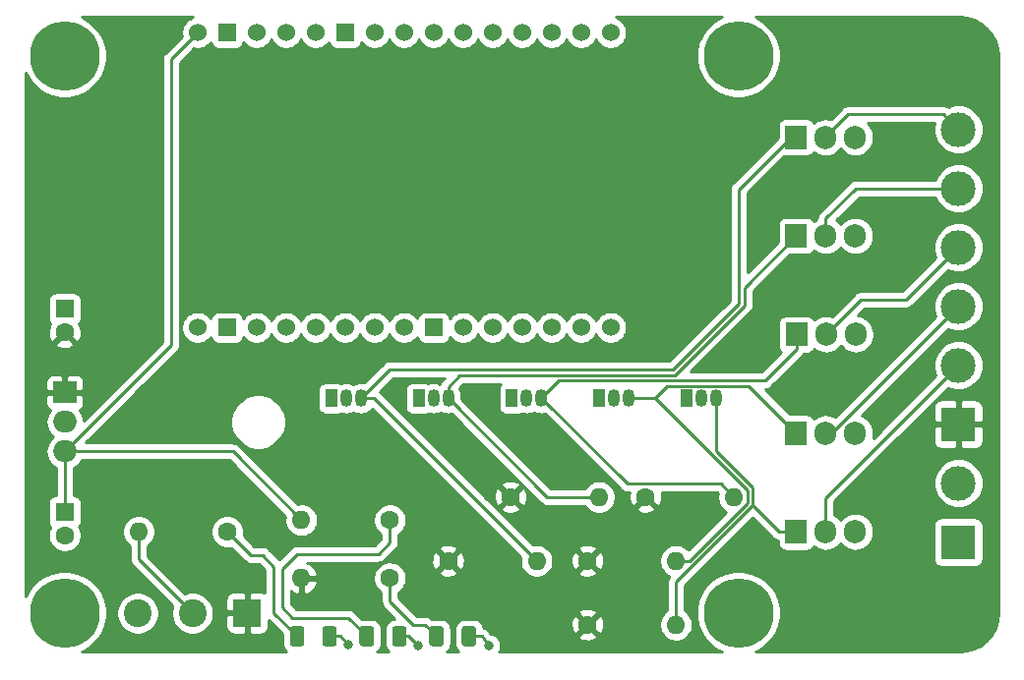
<source format=gbr>
%TF.GenerationSoftware,KiCad,Pcbnew,5.1.10-88a1d61d58~90~ubuntu20.04.1*%
%TF.CreationDate,2021-10-06T22:50:43-04:00*%
%TF.ProjectId,jrgbwww24,6a726762-7777-4773-9234-2e6b69636164,rev?*%
%TF.SameCoordinates,Original*%
%TF.FileFunction,Copper,L1,Top*%
%TF.FilePolarity,Positive*%
%FSLAX46Y46*%
G04 Gerber Fmt 4.6, Leading zero omitted, Abs format (unit mm)*
G04 Created by KiCad (PCBNEW 5.1.10-88a1d61d58~90~ubuntu20.04.1) date 2021-10-06 22:50:43*
%MOMM*%
%LPD*%
G01*
G04 APERTURE LIST*
%TA.AperFunction,ComponentPad*%
%ADD10O,1.905000X2.000000*%
%TD*%
%TA.AperFunction,ComponentPad*%
%ADD11R,1.905000X2.000000*%
%TD*%
%TA.AperFunction,ComponentPad*%
%ADD12C,6.000000*%
%TD*%
%TA.AperFunction,ComponentPad*%
%ADD13C,2.400000*%
%TD*%
%TA.AperFunction,ComponentPad*%
%ADD14R,2.400000X2.400000*%
%TD*%
%TA.AperFunction,ComponentPad*%
%ADD15C,1.524000*%
%TD*%
%TA.AperFunction,ComponentPad*%
%ADD16R,1.524000X1.524000*%
%TD*%
%TA.AperFunction,ComponentPad*%
%ADD17O,2.000000X1.905000*%
%TD*%
%TA.AperFunction,ComponentPad*%
%ADD18R,2.000000X1.905000*%
%TD*%
%TA.AperFunction,ComponentPad*%
%ADD19O,1.600000X1.600000*%
%TD*%
%TA.AperFunction,ComponentPad*%
%ADD20C,1.600000*%
%TD*%
%TA.AperFunction,ComponentPad*%
%ADD21R,1.050000X1.500000*%
%TD*%
%TA.AperFunction,ComponentPad*%
%ADD22O,1.050000X1.500000*%
%TD*%
%TA.AperFunction,ComponentPad*%
%ADD23C,3.000000*%
%TD*%
%TA.AperFunction,ComponentPad*%
%ADD24R,3.000000X3.000000*%
%TD*%
%TA.AperFunction,ComponentPad*%
%ADD25R,1.600000X1.600000*%
%TD*%
%TA.AperFunction,ViaPad*%
%ADD26C,0.800000*%
%TD*%
%TA.AperFunction,Conductor*%
%ADD27C,0.250000*%
%TD*%
%TA.AperFunction,Conductor*%
%ADD28C,0.254000*%
%TD*%
%TA.AperFunction,Conductor*%
%ADD29C,0.100000*%
%TD*%
G04 APERTURE END LIST*
D10*
%TO.P,Q4,3*%
%TO.N,Earth*%
X162040000Y-105000000D03*
%TO.P,Q4,2*%
%TO.N,/R_GND*%
X159500000Y-105000000D03*
D11*
%TO.P,Q4,1*%
%TO.N,Net-(Q1-Pad3)*%
X156960000Y-105000000D03*
%TD*%
D10*
%TO.P,Q10,3*%
%TO.N,Earth*%
X162040000Y-71000000D03*
%TO.P,Q10,2*%
%TO.N,/WW_GND*%
X159500000Y-71000000D03*
D11*
%TO.P,Q10,1*%
%TO.N,Net-(Q10-Pad1)*%
X156960000Y-71000000D03*
%TD*%
D10*
%TO.P,Q9,3*%
%TO.N,Earth*%
X162040000Y-79500000D03*
%TO.P,Q9,2*%
%TO.N,/CW_GND*%
X159500000Y-79500000D03*
D11*
%TO.P,Q9,1*%
%TO.N,Net-(Q7-Pad3)*%
X156960000Y-79500000D03*
%TD*%
D10*
%TO.P,Q6,3*%
%TO.N,Earth*%
X162080000Y-88000000D03*
%TO.P,Q6,2*%
%TO.N,/B_GND*%
X159540000Y-88000000D03*
D11*
%TO.P,Q6,1*%
%TO.N,Net-(Q3-Pad3)*%
X157000000Y-88000000D03*
%TD*%
D10*
%TO.P,Q5,3*%
%TO.N,Earth*%
X162040000Y-96500000D03*
%TO.P,Q5,2*%
%TO.N,/G_GND*%
X159500000Y-96500000D03*
D11*
%TO.P,Q5,1*%
%TO.N,Net-(Q2-Pad3)*%
X156960000Y-96500000D03*
%TD*%
D12*
%TO.P,REF\u002A\u002A,1*%
%TO.N,N/C*%
X152000000Y-64000000D03*
%TD*%
%TO.P,REF\u002A\u002A,1*%
%TO.N,N/C*%
X152000000Y-112000000D03*
%TD*%
%TO.P,REF\u002A\u002A,1*%
%TO.N,N/C*%
X94000000Y-112000000D03*
%TD*%
%TO.P,REF\u002A\u002A,1*%
%TO.N,N/C*%
X94000000Y-64000000D03*
%TD*%
D13*
%TO.P,SW1,3*%
%TO.N,Net-(SW1-Pad3)*%
X100300000Y-112000000D03*
%TO.P,SW1,2*%
%TO.N,VDD*%
X105000000Y-112000000D03*
D14*
%TO.P,SW1,1*%
%TO.N,+24V*%
X109700000Y-112000000D03*
%TD*%
D15*
%TO.P,U1,30*%
%TO.N,Net-(U1-Pad30)*%
X105440000Y-87400000D03*
D16*
%TO.P,U1,29*%
%TO.N,Earth*%
X107980000Y-87400000D03*
D15*
%TO.P,U1,28*%
%TO.N,N/C*%
X110520000Y-87400000D03*
%TO.P,U1,27*%
%TO.N,Net-(U1-Pad27)*%
X113060000Y-87400000D03*
%TO.P,U1,26*%
%TO.N,Net-(U1-Pad26)*%
X115600000Y-87400000D03*
%TO.P,U1,25*%
%TO.N,Net-(U1-Pad25)*%
X118140000Y-87400000D03*
%TO.P,U1,24*%
%TO.N,/WW_SIGNAL*%
X120680000Y-87400000D03*
%TO.P,U1,23*%
%TO.N,/CW_SIGNAL*%
X123220000Y-87400000D03*
D16*
%TO.P,U1,22*%
%TO.N,Earth*%
X125760000Y-87400000D03*
D15*
%TO.P,U1,21*%
%TO.N,Net-(U1-Pad21)*%
X128300000Y-87400000D03*
%TO.P,U1,20*%
%TO.N,/B_SIGNAL*%
X130840000Y-87400000D03*
%TO.P,U1,19*%
%TO.N,/G_SIGNAL*%
X133380000Y-87400000D03*
%TO.P,U1,18*%
%TO.N,/R_SIGNAL*%
X135920000Y-87400000D03*
%TO.P,U1,17*%
%TO.N,Net-(U1-Pad17)*%
X138460000Y-87400000D03*
%TO.P,U1,16*%
%TO.N,Net-(U1-Pad16)*%
X141000000Y-87400000D03*
%TO.P,U1,15*%
%TO.N,+5V*%
X105440000Y-62000000D03*
D16*
%TO.P,U1,14*%
%TO.N,Earth*%
X107980000Y-62000000D03*
D15*
%TO.P,U1,13*%
%TO.N,Net-(U1-Pad13)*%
X110520000Y-62000000D03*
%TO.P,U1,12*%
%TO.N,Net-(U1-Pad12)*%
X113060000Y-62000000D03*
%TO.P,U1,11*%
%TO.N,Net-(U1-Pad11)*%
X115600000Y-62000000D03*
D16*
%TO.P,U1,10*%
%TO.N,Earth*%
X118140000Y-62000000D03*
D15*
%TO.P,U1,9*%
%TO.N,Net-(U1-Pad9)*%
X120680000Y-62000000D03*
%TO.P,U1,8*%
%TO.N,Net-(U1-Pad8)*%
X123220000Y-62000000D03*
%TO.P,U1,7*%
%TO.N,Net-(U1-Pad7)*%
X125760000Y-62000000D03*
%TO.P,U1,6*%
%TO.N,Net-(U1-Pad6)*%
X128300000Y-62000000D03*
%TO.P,U1,5*%
%TO.N,Net-(U1-Pad5)*%
X130840000Y-62000000D03*
%TO.P,U1,4*%
%TO.N,Net-(U1-Pad4)*%
X133380000Y-62000000D03*
%TO.P,U1,3*%
%TO.N,Net-(U1-Pad3)*%
X135920000Y-62000000D03*
%TO.P,U1,2*%
%TO.N,Net-(U1-Pad2)*%
X138460000Y-62000000D03*
%TO.P,U1,1*%
%TO.N,Net-(U1-Pad1)*%
X141000000Y-62000000D03*
%TD*%
D17*
%TO.P,U2,3*%
%TO.N,+5V*%
X94000000Y-98080000D03*
%TO.P,U2,2*%
%TO.N,Earth*%
X94000000Y-95540000D03*
D18*
%TO.P,U2,1*%
%TO.N,+24V*%
X94000000Y-93000000D03*
%TD*%
D19*
%TO.P,R8,2*%
%TO.N,+24V*%
X114380000Y-109000000D03*
D20*
%TO.P,R8,1*%
%TO.N,Net-(D3-Pad2)*%
X122000000Y-109000000D03*
%TD*%
D19*
%TO.P,R7,2*%
%TO.N,+5V*%
X114380000Y-104000000D03*
D20*
%TO.P,R7,1*%
%TO.N,Net-(D2-Pad2)*%
X122000000Y-104000000D03*
%TD*%
D19*
%TO.P,R6,2*%
%TO.N,VDD*%
X100380000Y-105000000D03*
D20*
%TO.P,R6,1*%
%TO.N,Net-(D1-Pad2)*%
X108000000Y-105000000D03*
%TD*%
D19*
%TO.P,R5,2*%
%TO.N,Net-(Q10-Pad1)*%
X134620000Y-107500000D03*
D20*
%TO.P,R5,1*%
%TO.N,+24V*%
X127000000Y-107500000D03*
%TD*%
D19*
%TO.P,R4,2*%
%TO.N,Net-(Q7-Pad3)*%
X140000000Y-102000000D03*
D20*
%TO.P,R4,1*%
%TO.N,+24V*%
X132380000Y-102000000D03*
%TD*%
D19*
%TO.P,R3,2*%
%TO.N,Net-(Q3-Pad3)*%
X151620000Y-102000000D03*
D20*
%TO.P,R3,1*%
%TO.N,+24V*%
X144000000Y-102000000D03*
%TD*%
D19*
%TO.P,R2,2*%
%TO.N,Net-(Q2-Pad3)*%
X146620000Y-107500000D03*
D20*
%TO.P,R2,1*%
%TO.N,+24V*%
X139000000Y-107500000D03*
%TD*%
D19*
%TO.P,R1,2*%
%TO.N,Net-(Q1-Pad3)*%
X146620000Y-113000000D03*
D20*
%TO.P,R1,1*%
%TO.N,+24V*%
X139000000Y-113000000D03*
%TD*%
D21*
%TO.P,Q8,1*%
%TO.N,Earth*%
X116960000Y-93500000D03*
D22*
%TO.P,Q8,3*%
%TO.N,Net-(Q10-Pad1)*%
X119500000Y-93500000D03*
%TO.P,Q8,2*%
%TO.N,/WW_SIGNAL*%
X118230000Y-93500000D03*
%TD*%
D21*
%TO.P,Q7,1*%
%TO.N,Earth*%
X124460000Y-93500000D03*
D22*
%TO.P,Q7,3*%
%TO.N,Net-(Q7-Pad3)*%
X127000000Y-93500000D03*
%TO.P,Q7,2*%
%TO.N,/CW_SIGNAL*%
X125730000Y-93500000D03*
%TD*%
D21*
%TO.P,Q3,1*%
%TO.N,Earth*%
X132500000Y-93500000D03*
D22*
%TO.P,Q3,3*%
%TO.N,Net-(Q3-Pad3)*%
X135040000Y-93500000D03*
%TO.P,Q3,2*%
%TO.N,/B_SIGNAL*%
X133770000Y-93500000D03*
%TD*%
D21*
%TO.P,Q2,1*%
%TO.N,Earth*%
X140000000Y-93500000D03*
D22*
%TO.P,Q2,3*%
%TO.N,Net-(Q2-Pad3)*%
X142540000Y-93500000D03*
%TO.P,Q2,2*%
%TO.N,/G_SIGNAL*%
X141270000Y-93500000D03*
%TD*%
D21*
%TO.P,Q1,1*%
%TO.N,Earth*%
X147500000Y-93500000D03*
D22*
%TO.P,Q1,3*%
%TO.N,Net-(Q1-Pad3)*%
X150040000Y-93500000D03*
%TO.P,Q1,2*%
%TO.N,/R_SIGNAL*%
X148770000Y-93500000D03*
%TD*%
D23*
%TO.P,J2,6*%
%TO.N,/WW_GND*%
X170925300Y-70330600D03*
%TO.P,J2,5*%
%TO.N,/CW_GND*%
X170925300Y-75410600D03*
%TO.P,J2,4*%
%TO.N,/B_GND*%
X170925300Y-80490600D03*
D24*
%TO.P,J2,1*%
%TO.N,+24V*%
X170925300Y-95730600D03*
D23*
%TO.P,J2,3*%
%TO.N,/G_GND*%
X170925300Y-85570600D03*
%TO.P,J2,2*%
%TO.N,/R_GND*%
X170925300Y-90650600D03*
%TD*%
%TO.P,J1,2*%
%TO.N,VDD*%
X170925300Y-100810600D03*
D24*
%TO.P,J1,1*%
%TO.N,Earth*%
X170925300Y-105890600D03*
%TD*%
%TO.P,D3,2*%
%TO.N,Net-(D3-Pad2)*%
%TA.AperFunction,SMDPad,CuDef*%
G36*
G01*
X126625000Y-113375000D02*
X126625000Y-114625000D01*
G75*
G02*
X126375000Y-114875000I-250000J0D01*
G01*
X125625000Y-114875000D01*
G75*
G02*
X125375000Y-114625000I0J250000D01*
G01*
X125375000Y-113375000D01*
G75*
G02*
X125625000Y-113125000I250000J0D01*
G01*
X126375000Y-113125000D01*
G75*
G02*
X126625000Y-113375000I0J-250000D01*
G01*
G37*
%TD.AperFunction*%
%TO.P,D3,1*%
%TO.N,Earth*%
%TA.AperFunction,SMDPad,CuDef*%
G36*
G01*
X129425000Y-113375000D02*
X129425000Y-114625000D01*
G75*
G02*
X129175000Y-114875000I-250000J0D01*
G01*
X128425000Y-114875000D01*
G75*
G02*
X128175000Y-114625000I0J250000D01*
G01*
X128175000Y-113375000D01*
G75*
G02*
X128425000Y-113125000I250000J0D01*
G01*
X129175000Y-113125000D01*
G75*
G02*
X129425000Y-113375000I0J-250000D01*
G01*
G37*
%TD.AperFunction*%
%TD*%
%TO.P,D2,2*%
%TO.N,Net-(D2-Pad2)*%
%TA.AperFunction,SMDPad,CuDef*%
G36*
G01*
X120625000Y-113375000D02*
X120625000Y-114625000D01*
G75*
G02*
X120375000Y-114875000I-250000J0D01*
G01*
X119625000Y-114875000D01*
G75*
G02*
X119375000Y-114625000I0J250000D01*
G01*
X119375000Y-113375000D01*
G75*
G02*
X119625000Y-113125000I250000J0D01*
G01*
X120375000Y-113125000D01*
G75*
G02*
X120625000Y-113375000I0J-250000D01*
G01*
G37*
%TD.AperFunction*%
%TO.P,D2,1*%
%TO.N,Earth*%
%TA.AperFunction,SMDPad,CuDef*%
G36*
G01*
X123425000Y-113375000D02*
X123425000Y-114625000D01*
G75*
G02*
X123175000Y-114875000I-250000J0D01*
G01*
X122425000Y-114875000D01*
G75*
G02*
X122175000Y-114625000I0J250000D01*
G01*
X122175000Y-113375000D01*
G75*
G02*
X122425000Y-113125000I250000J0D01*
G01*
X123175000Y-113125000D01*
G75*
G02*
X123425000Y-113375000I0J-250000D01*
G01*
G37*
%TD.AperFunction*%
%TD*%
%TO.P,D1,2*%
%TO.N,Net-(D1-Pad2)*%
%TA.AperFunction,SMDPad,CuDef*%
G36*
G01*
X114625000Y-113375000D02*
X114625000Y-114625000D01*
G75*
G02*
X114375000Y-114875000I-250000J0D01*
G01*
X113625000Y-114875000D01*
G75*
G02*
X113375000Y-114625000I0J250000D01*
G01*
X113375000Y-113375000D01*
G75*
G02*
X113625000Y-113125000I250000J0D01*
G01*
X114375000Y-113125000D01*
G75*
G02*
X114625000Y-113375000I0J-250000D01*
G01*
G37*
%TD.AperFunction*%
%TO.P,D1,1*%
%TO.N,Earth*%
%TA.AperFunction,SMDPad,CuDef*%
G36*
G01*
X117425000Y-113375000D02*
X117425000Y-114625000D01*
G75*
G02*
X117175000Y-114875000I-250000J0D01*
G01*
X116425000Y-114875000D01*
G75*
G02*
X116175000Y-114625000I0J250000D01*
G01*
X116175000Y-113375000D01*
G75*
G02*
X116425000Y-113125000I250000J0D01*
G01*
X117175000Y-113125000D01*
G75*
G02*
X117425000Y-113375000I0J-250000D01*
G01*
G37*
%TD.AperFunction*%
%TD*%
D20*
%TO.P,C2,2*%
%TO.N,Earth*%
X94000000Y-105300000D03*
D25*
%TO.P,C2,1*%
%TO.N,+5V*%
X94000000Y-103300000D03*
%TD*%
D20*
%TO.P,C1,2*%
%TO.N,+24V*%
X94000000Y-87800000D03*
D25*
%TO.P,C1,1*%
%TO.N,Earth*%
X94000000Y-85800000D03*
%TD*%
D26*
%TO.N,Earth*%
X118400000Y-114700000D03*
X124400000Y-114800000D03*
X130500000Y-114800000D03*
%TD*%
D27*
%TO.N,Earth*%
X117700000Y-114000000D02*
X118400000Y-114700000D01*
X116800000Y-114000000D02*
X117700000Y-114000000D01*
X123600000Y-114000000D02*
X124400000Y-114800000D01*
X122800000Y-114000000D02*
X123600000Y-114000000D01*
X129900000Y-114000000D02*
X128800000Y-114000000D01*
X130500000Y-114800000D02*
X129900000Y-114000000D01*
%TO.N,+5V*%
X94000000Y-98080000D02*
X94000000Y-103300000D01*
X103149753Y-64290247D02*
X105440000Y-62000000D01*
X103149753Y-88930247D02*
X103149753Y-64290247D01*
X94000000Y-98080000D02*
X103149753Y-88930247D01*
X108460000Y-98080000D02*
X114380000Y-104000000D01*
X94000000Y-98080000D02*
X108460000Y-98080000D01*
%TO.N,VDD*%
X100380000Y-105000000D02*
X100380000Y-107380000D01*
X100380000Y-107380000D02*
X105000000Y-112000000D01*
%TO.N,Net-(D1-Pad2)*%
X108000000Y-105000000D02*
X110000000Y-107000000D01*
X110000000Y-107000000D02*
X111000000Y-107000000D01*
X111000000Y-107000000D02*
X112000000Y-108000000D01*
X112000000Y-112000000D02*
X114000000Y-114000000D01*
X112000000Y-108000000D02*
X112000000Y-112000000D01*
%TO.N,Net-(D2-Pad2)*%
X122000000Y-104000000D02*
X122000000Y-105900000D01*
X122000000Y-105900000D02*
X121000000Y-106900000D01*
X121000000Y-106900000D02*
X114000000Y-106900000D01*
X114000000Y-106900000D02*
X112700000Y-108200000D01*
X112700000Y-108200000D02*
X112700000Y-111500000D01*
X112700000Y-111500000D02*
X113600000Y-112400000D01*
X118400000Y-112400000D02*
X120000000Y-114000000D01*
X113600000Y-112400000D02*
X118400000Y-112400000D01*
%TO.N,Net-(D3-Pad2)*%
X122000000Y-109000000D02*
X122000000Y-111000000D01*
X122000000Y-111000000D02*
X124000000Y-113000000D01*
X125000000Y-113000000D02*
X126000000Y-114000000D01*
X124000000Y-113000000D02*
X125000000Y-113000000D01*
%TO.N,/WW_GND*%
X159500000Y-70952500D02*
X161452500Y-69000000D01*
X159500000Y-71000000D02*
X159500000Y-70952500D01*
X169594700Y-69000000D02*
X170925300Y-70330600D01*
X161452500Y-69000000D02*
X169594700Y-69000000D01*
%TO.N,/CW_GND*%
X159500000Y-79500000D02*
X159500000Y-78000000D01*
X162089400Y-75410600D02*
X170925300Y-75410600D01*
X159500000Y-78000000D02*
X162089400Y-75410600D01*
%TO.N,/B_GND*%
X159540000Y-88000000D02*
X162540000Y-85000000D01*
X166415900Y-85000000D02*
X170925300Y-80490600D01*
X162540000Y-85000000D02*
X166415900Y-85000000D01*
%TO.N,/G_GND*%
X159995900Y-96500000D02*
X170925300Y-85570600D01*
X159500000Y-96500000D02*
X159995900Y-96500000D01*
%TO.N,/R_GND*%
X159500000Y-102075900D02*
X170925300Y-90650600D01*
X159500000Y-105000000D02*
X159500000Y-102075900D01*
%TO.N,Net-(Q1-Pad3)*%
X146620000Y-113000000D02*
X146620000Y-109301412D01*
X146620000Y-109301412D02*
X153195011Y-102726401D01*
X150040000Y-98040000D02*
X150040000Y-93500000D01*
X153195011Y-101195011D02*
X150040000Y-98040000D01*
X153195011Y-102726401D02*
X153195011Y-101195011D01*
X156960000Y-105000000D02*
X156500000Y-105000000D01*
X155468610Y-105000000D02*
X153195011Y-102726401D01*
X156960000Y-105000000D02*
X155468610Y-105000000D01*
%TO.N,Net-(Q2-Pad3)*%
X144785002Y-93500000D02*
X142540000Y-93500000D01*
X147785002Y-107500000D02*
X152745001Y-102540001D01*
X152745001Y-102540001D02*
X152745001Y-101459999D01*
X146620000Y-107500000D02*
X147785002Y-107500000D01*
X152745001Y-101459999D02*
X144785002Y-93500000D01*
X145860003Y-92424999D02*
X144785002Y-93500000D01*
X152884999Y-92424999D02*
X145860003Y-92424999D01*
X156960000Y-96500000D02*
X152884999Y-92424999D01*
%TO.N,Net-(Q3-Pad3)*%
X142414999Y-100874999D02*
X135040000Y-93500000D01*
X150494999Y-100874999D02*
X142414999Y-100874999D01*
X151620000Y-102000000D02*
X150494999Y-100874999D01*
X157000000Y-89250000D02*
X154275011Y-91974989D01*
X157000000Y-88000000D02*
X157000000Y-89250000D01*
X136565011Y-91974989D02*
X135040000Y-93500000D01*
X154275011Y-91974989D02*
X136565011Y-91974989D01*
%TO.N,Net-(Q7-Pad3)*%
X135500000Y-102000000D02*
X140000000Y-102000000D01*
X127000000Y-93500000D02*
X135500000Y-102000000D01*
X127000000Y-92500000D02*
X128000000Y-91500000D01*
X127000000Y-93500000D02*
X127000000Y-92500000D01*
X128000000Y-91500000D02*
X146500000Y-91500000D01*
X146500000Y-91500000D02*
X152500000Y-85500000D01*
X152500000Y-83960000D02*
X156960000Y-79500000D01*
X152500000Y-85500000D02*
X152500000Y-83960000D01*
%TO.N,Net-(Q10-Pad1)*%
X120620000Y-93500000D02*
X134620000Y-107500000D01*
X119500000Y-93500000D02*
X120620000Y-93500000D01*
X119500000Y-93500000D02*
X122000000Y-91000000D01*
X122000000Y-91000000D02*
X146363590Y-91000000D01*
X146363590Y-91000000D02*
X152000000Y-85363590D01*
X152000000Y-85363590D02*
X152000000Y-75500000D01*
X156500000Y-71000000D02*
X156960000Y-71000000D01*
X152000000Y-75500000D02*
X156500000Y-71000000D01*
%TD*%
D28*
%TO.N,+24V*%
X104778273Y-60761995D02*
X104549465Y-60914880D01*
X104354880Y-61109465D01*
X104201995Y-61338273D01*
X104096686Y-61592510D01*
X104043000Y-61862408D01*
X104043000Y-62137592D01*
X104073628Y-62291570D01*
X102638751Y-63726448D01*
X102609753Y-63750246D01*
X102585955Y-63779244D01*
X102585954Y-63779245D01*
X102514779Y-63865971D01*
X102444207Y-63998001D01*
X102400751Y-64141262D01*
X102386077Y-64290247D01*
X102389754Y-64327580D01*
X102389753Y-88615445D01*
X95626768Y-95378431D01*
X95612030Y-95228796D01*
X95521255Y-94929551D01*
X95373845Y-94653765D01*
X95270554Y-94527905D01*
X95354494Y-94483037D01*
X95451185Y-94403685D01*
X95530537Y-94306994D01*
X95589502Y-94196680D01*
X95625812Y-94076982D01*
X95638072Y-93952500D01*
X95635000Y-93285750D01*
X95476250Y-93127000D01*
X94127000Y-93127000D01*
X94127000Y-93147000D01*
X93873000Y-93147000D01*
X93873000Y-93127000D01*
X92523750Y-93127000D01*
X92365000Y-93285750D01*
X92361928Y-93952500D01*
X92374188Y-94076982D01*
X92410498Y-94196680D01*
X92469463Y-94306994D01*
X92548815Y-94403685D01*
X92645506Y-94483037D01*
X92729446Y-94527905D01*
X92626155Y-94653765D01*
X92478745Y-94929551D01*
X92387970Y-95228796D01*
X92357319Y-95540000D01*
X92387970Y-95851204D01*
X92478745Y-96150449D01*
X92626155Y-96426235D01*
X92824537Y-96667963D01*
X92997609Y-96810000D01*
X92824537Y-96952037D01*
X92626155Y-97193765D01*
X92478745Y-97469551D01*
X92387970Y-97768796D01*
X92357319Y-98080000D01*
X92387970Y-98391204D01*
X92478745Y-98690449D01*
X92626155Y-98966235D01*
X92824537Y-99207963D01*
X93066265Y-99406345D01*
X93240000Y-99499208D01*
X93240001Y-101861928D01*
X93200000Y-101861928D01*
X93075518Y-101874188D01*
X92955820Y-101910498D01*
X92845506Y-101969463D01*
X92748815Y-102048815D01*
X92669463Y-102145506D01*
X92610498Y-102255820D01*
X92574188Y-102375518D01*
X92561928Y-102500000D01*
X92561928Y-104100000D01*
X92574188Y-104224482D01*
X92610498Y-104344180D01*
X92669463Y-104454494D01*
X92748815Y-104551185D01*
X92765393Y-104564790D01*
X92728320Y-104620273D01*
X92620147Y-104881426D01*
X92565000Y-105158665D01*
X92565000Y-105441335D01*
X92620147Y-105718574D01*
X92728320Y-105979727D01*
X92885363Y-106214759D01*
X93085241Y-106414637D01*
X93320273Y-106571680D01*
X93581426Y-106679853D01*
X93858665Y-106735000D01*
X94141335Y-106735000D01*
X94418574Y-106679853D01*
X94679727Y-106571680D01*
X94914759Y-106414637D01*
X95114637Y-106214759D01*
X95271680Y-105979727D01*
X95379853Y-105718574D01*
X95435000Y-105441335D01*
X95435000Y-105158665D01*
X95379853Y-104881426D01*
X95370426Y-104858665D01*
X98945000Y-104858665D01*
X98945000Y-105141335D01*
X99000147Y-105418574D01*
X99108320Y-105679727D01*
X99265363Y-105914759D01*
X99465241Y-106114637D01*
X99620001Y-106218044D01*
X99620001Y-107342668D01*
X99616324Y-107380000D01*
X99620001Y-107417333D01*
X99630998Y-107528986D01*
X99641558Y-107563799D01*
X99674454Y-107672246D01*
X99745026Y-107804276D01*
X99811573Y-107885363D01*
X99840000Y-107920001D01*
X99868998Y-107943799D01*
X103280750Y-111355551D01*
X103235518Y-111464750D01*
X103165000Y-111819268D01*
X103165000Y-112180732D01*
X103235518Y-112535250D01*
X103373844Y-112869199D01*
X103574662Y-113169744D01*
X103830256Y-113425338D01*
X104130801Y-113626156D01*
X104464750Y-113764482D01*
X104819268Y-113835000D01*
X105180732Y-113835000D01*
X105535250Y-113764482D01*
X105869199Y-113626156D01*
X106169744Y-113425338D01*
X106395082Y-113200000D01*
X107861928Y-113200000D01*
X107874188Y-113324482D01*
X107910498Y-113444180D01*
X107969463Y-113554494D01*
X108048815Y-113651185D01*
X108145506Y-113730537D01*
X108255820Y-113789502D01*
X108375518Y-113825812D01*
X108500000Y-113838072D01*
X109414250Y-113835000D01*
X109573000Y-113676250D01*
X109573000Y-112127000D01*
X108023750Y-112127000D01*
X107865000Y-112285750D01*
X107861928Y-113200000D01*
X106395082Y-113200000D01*
X106425338Y-113169744D01*
X106626156Y-112869199D01*
X106764482Y-112535250D01*
X106835000Y-112180732D01*
X106835000Y-111819268D01*
X106764482Y-111464750D01*
X106626156Y-111130801D01*
X106425338Y-110830256D01*
X106395082Y-110800000D01*
X107861928Y-110800000D01*
X107865000Y-111714250D01*
X108023750Y-111873000D01*
X109573000Y-111873000D01*
X109573000Y-110323750D01*
X109414250Y-110165000D01*
X108500000Y-110161928D01*
X108375518Y-110174188D01*
X108255820Y-110210498D01*
X108145506Y-110269463D01*
X108048815Y-110348815D01*
X107969463Y-110445506D01*
X107910498Y-110555820D01*
X107874188Y-110675518D01*
X107861928Y-110800000D01*
X106395082Y-110800000D01*
X106169744Y-110574662D01*
X105869199Y-110373844D01*
X105535250Y-110235518D01*
X105180732Y-110165000D01*
X104819268Y-110165000D01*
X104464750Y-110235518D01*
X104355551Y-110280750D01*
X101140000Y-107065199D01*
X101140000Y-106218043D01*
X101294759Y-106114637D01*
X101494637Y-105914759D01*
X101651680Y-105679727D01*
X101759853Y-105418574D01*
X101815000Y-105141335D01*
X101815000Y-104858665D01*
X101759853Y-104581426D01*
X101651680Y-104320273D01*
X101494637Y-104085241D01*
X101294759Y-103885363D01*
X101059727Y-103728320D01*
X100798574Y-103620147D01*
X100521335Y-103565000D01*
X100238665Y-103565000D01*
X99961426Y-103620147D01*
X99700273Y-103728320D01*
X99465241Y-103885363D01*
X99265363Y-104085241D01*
X99108320Y-104320273D01*
X99000147Y-104581426D01*
X98945000Y-104858665D01*
X95370426Y-104858665D01*
X95271680Y-104620273D01*
X95234607Y-104564790D01*
X95251185Y-104551185D01*
X95330537Y-104454494D01*
X95389502Y-104344180D01*
X95425812Y-104224482D01*
X95438072Y-104100000D01*
X95438072Y-102500000D01*
X95425812Y-102375518D01*
X95389502Y-102255820D01*
X95330537Y-102145506D01*
X95251185Y-102048815D01*
X95154494Y-101969463D01*
X95044180Y-101910498D01*
X94924482Y-101874188D01*
X94800000Y-101861928D01*
X94760000Y-101861928D01*
X94760000Y-99499208D01*
X94933735Y-99406345D01*
X95175463Y-99207963D01*
X95373845Y-98966235D01*
X95441319Y-98840000D01*
X108145199Y-98840000D01*
X112981312Y-103676114D01*
X112945000Y-103858665D01*
X112945000Y-104141335D01*
X113000147Y-104418574D01*
X113108320Y-104679727D01*
X113265363Y-104914759D01*
X113465241Y-105114637D01*
X113700273Y-105271680D01*
X113961426Y-105379853D01*
X114238665Y-105435000D01*
X114521335Y-105435000D01*
X114798574Y-105379853D01*
X115059727Y-105271680D01*
X115294759Y-105114637D01*
X115494637Y-104914759D01*
X115651680Y-104679727D01*
X115759853Y-104418574D01*
X115815000Y-104141335D01*
X115815000Y-103858665D01*
X115759853Y-103581426D01*
X115651680Y-103320273D01*
X115494637Y-103085241D01*
X115294759Y-102885363D01*
X115059727Y-102728320D01*
X114798574Y-102620147D01*
X114521335Y-102565000D01*
X114238665Y-102565000D01*
X114056114Y-102601312D01*
X109023804Y-97569003D01*
X109000001Y-97539999D01*
X108884276Y-97445026D01*
X108752247Y-97374454D01*
X108608986Y-97330997D01*
X108497333Y-97320000D01*
X108497322Y-97320000D01*
X108460000Y-97316324D01*
X108422678Y-97320000D01*
X95834801Y-97320000D01*
X97849703Y-95305098D01*
X108275000Y-95305098D01*
X108275000Y-95774902D01*
X108366654Y-96235679D01*
X108546440Y-96669721D01*
X108807450Y-97060349D01*
X109139651Y-97392550D01*
X109530279Y-97653560D01*
X109964321Y-97833346D01*
X110425098Y-97925000D01*
X110894902Y-97925000D01*
X111355679Y-97833346D01*
X111789721Y-97653560D01*
X112180349Y-97392550D01*
X112512550Y-97060349D01*
X112773560Y-96669721D01*
X112953346Y-96235679D01*
X113045000Y-95774902D01*
X113045000Y-95305098D01*
X112953346Y-94844321D01*
X112773560Y-94410279D01*
X112512550Y-94019651D01*
X112180349Y-93687450D01*
X111789721Y-93426440D01*
X111355679Y-93246654D01*
X110894902Y-93155000D01*
X110425098Y-93155000D01*
X109964321Y-93246654D01*
X109530279Y-93426440D01*
X109139651Y-93687450D01*
X108807450Y-94019651D01*
X108546440Y-94410279D01*
X108366654Y-94844321D01*
X108275000Y-95305098D01*
X97849703Y-95305098D01*
X100404801Y-92750000D01*
X115796928Y-92750000D01*
X115796928Y-94250000D01*
X115809188Y-94374482D01*
X115845498Y-94494180D01*
X115904463Y-94604494D01*
X115983815Y-94701185D01*
X116080506Y-94780537D01*
X116190820Y-94839502D01*
X116310518Y-94875812D01*
X116435000Y-94888072D01*
X117485000Y-94888072D01*
X117609482Y-94875812D01*
X117729180Y-94839502D01*
X117793902Y-94804907D01*
X118002601Y-94868215D01*
X118230000Y-94890612D01*
X118457400Y-94868215D01*
X118676060Y-94801885D01*
X118865001Y-94700894D01*
X119053941Y-94801885D01*
X119272601Y-94868215D01*
X119500000Y-94890612D01*
X119727400Y-94868215D01*
X119946060Y-94801885D01*
X120147579Y-94694171D01*
X120324212Y-94549212D01*
X120446005Y-94400806D01*
X133221312Y-107176114D01*
X133185000Y-107358665D01*
X133185000Y-107641335D01*
X133240147Y-107918574D01*
X133348320Y-108179727D01*
X133505363Y-108414759D01*
X133705241Y-108614637D01*
X133940273Y-108771680D01*
X134201426Y-108879853D01*
X134478665Y-108935000D01*
X134761335Y-108935000D01*
X135038574Y-108879853D01*
X135299727Y-108771680D01*
X135534759Y-108614637D01*
X135656694Y-108492702D01*
X138186903Y-108492702D01*
X138258486Y-108736671D01*
X138513996Y-108857571D01*
X138788184Y-108926300D01*
X139070512Y-108940217D01*
X139350130Y-108898787D01*
X139616292Y-108803603D01*
X139741514Y-108736671D01*
X139813097Y-108492702D01*
X139000000Y-107679605D01*
X138186903Y-108492702D01*
X135656694Y-108492702D01*
X135734637Y-108414759D01*
X135891680Y-108179727D01*
X135999853Y-107918574D01*
X136055000Y-107641335D01*
X136055000Y-107570512D01*
X137559783Y-107570512D01*
X137601213Y-107850130D01*
X137696397Y-108116292D01*
X137763329Y-108241514D01*
X138007298Y-108313097D01*
X138820395Y-107500000D01*
X139179605Y-107500000D01*
X139992702Y-108313097D01*
X140236671Y-108241514D01*
X140357571Y-107986004D01*
X140426300Y-107711816D01*
X140440217Y-107429488D01*
X140398787Y-107149870D01*
X140303603Y-106883708D01*
X140236671Y-106758486D01*
X139992702Y-106686903D01*
X139179605Y-107500000D01*
X138820395Y-107500000D01*
X138007298Y-106686903D01*
X137763329Y-106758486D01*
X137642429Y-107013996D01*
X137573700Y-107288184D01*
X137559783Y-107570512D01*
X136055000Y-107570512D01*
X136055000Y-107358665D01*
X135999853Y-107081426D01*
X135891680Y-106820273D01*
X135734637Y-106585241D01*
X135656694Y-106507298D01*
X138186903Y-106507298D01*
X139000000Y-107320395D01*
X139813097Y-106507298D01*
X139741514Y-106263329D01*
X139486004Y-106142429D01*
X139211816Y-106073700D01*
X138929488Y-106059783D01*
X138649870Y-106101213D01*
X138383708Y-106196397D01*
X138258486Y-106263329D01*
X138186903Y-106507298D01*
X135656694Y-106507298D01*
X135534759Y-106385363D01*
X135299727Y-106228320D01*
X135038574Y-106120147D01*
X134761335Y-106065000D01*
X134478665Y-106065000D01*
X134296114Y-106101312D01*
X131187504Y-102992702D01*
X131566903Y-102992702D01*
X131638486Y-103236671D01*
X131893996Y-103357571D01*
X132168184Y-103426300D01*
X132450512Y-103440217D01*
X132730130Y-103398787D01*
X132996292Y-103303603D01*
X133121514Y-103236671D01*
X133193097Y-102992702D01*
X132380000Y-102179605D01*
X131566903Y-102992702D01*
X131187504Y-102992702D01*
X130265314Y-102070512D01*
X130939783Y-102070512D01*
X130981213Y-102350130D01*
X131076397Y-102616292D01*
X131143329Y-102741514D01*
X131387298Y-102813097D01*
X132200395Y-102000000D01*
X132559605Y-102000000D01*
X133372702Y-102813097D01*
X133616671Y-102741514D01*
X133737571Y-102486004D01*
X133806300Y-102211816D01*
X133820217Y-101929488D01*
X133778787Y-101649870D01*
X133683603Y-101383708D01*
X133616671Y-101258486D01*
X133372702Y-101186903D01*
X132559605Y-102000000D01*
X132200395Y-102000000D01*
X131387298Y-101186903D01*
X131143329Y-101258486D01*
X131022429Y-101513996D01*
X130953700Y-101788184D01*
X130939783Y-102070512D01*
X130265314Y-102070512D01*
X129202100Y-101007298D01*
X131566903Y-101007298D01*
X132380000Y-101820395D01*
X133193097Y-101007298D01*
X133121514Y-100763329D01*
X132866004Y-100642429D01*
X132591816Y-100573700D01*
X132309488Y-100559783D01*
X132029870Y-100601213D01*
X131763708Y-100696397D01*
X131638486Y-100763329D01*
X131566903Y-101007298D01*
X129202100Y-101007298D01*
X121183804Y-92989003D01*
X121160001Y-92959999D01*
X121135176Y-92939626D01*
X122314802Y-91760000D01*
X126665199Y-91760000D01*
X126488998Y-91936201D01*
X126460000Y-91959999D01*
X126436202Y-91988997D01*
X126436201Y-91988998D01*
X126365026Y-92075724D01*
X126294454Y-92207754D01*
X126280452Y-92253914D01*
X126176059Y-92198115D01*
X125957399Y-92131785D01*
X125730000Y-92109388D01*
X125502600Y-92131785D01*
X125293902Y-92195093D01*
X125229180Y-92160498D01*
X125109482Y-92124188D01*
X124985000Y-92111928D01*
X123935000Y-92111928D01*
X123810518Y-92124188D01*
X123690820Y-92160498D01*
X123580506Y-92219463D01*
X123483815Y-92298815D01*
X123404463Y-92395506D01*
X123345498Y-92505820D01*
X123309188Y-92625518D01*
X123296928Y-92750000D01*
X123296928Y-94250000D01*
X123309188Y-94374482D01*
X123345498Y-94494180D01*
X123404463Y-94604494D01*
X123483815Y-94701185D01*
X123580506Y-94780537D01*
X123690820Y-94839502D01*
X123810518Y-94875812D01*
X123935000Y-94888072D01*
X124985000Y-94888072D01*
X125109482Y-94875812D01*
X125229180Y-94839502D01*
X125293902Y-94804907D01*
X125502601Y-94868215D01*
X125730000Y-94890612D01*
X125957400Y-94868215D01*
X126176060Y-94801885D01*
X126365001Y-94700894D01*
X126553941Y-94801885D01*
X126772601Y-94868215D01*
X127000000Y-94890612D01*
X127227400Y-94868215D01*
X127278049Y-94852851D01*
X134936201Y-102511003D01*
X134959999Y-102540001D01*
X135075724Y-102634974D01*
X135207753Y-102705546D01*
X135351014Y-102749003D01*
X135462667Y-102760000D01*
X135462676Y-102760000D01*
X135499999Y-102763676D01*
X135537322Y-102760000D01*
X138781957Y-102760000D01*
X138885363Y-102914759D01*
X139085241Y-103114637D01*
X139320273Y-103271680D01*
X139581426Y-103379853D01*
X139858665Y-103435000D01*
X140141335Y-103435000D01*
X140418574Y-103379853D01*
X140679727Y-103271680D01*
X140914759Y-103114637D01*
X141036694Y-102992702D01*
X143186903Y-102992702D01*
X143258486Y-103236671D01*
X143513996Y-103357571D01*
X143788184Y-103426300D01*
X144070512Y-103440217D01*
X144350130Y-103398787D01*
X144616292Y-103303603D01*
X144741514Y-103236671D01*
X144813097Y-102992702D01*
X144000000Y-102179605D01*
X143186903Y-102992702D01*
X141036694Y-102992702D01*
X141114637Y-102914759D01*
X141271680Y-102679727D01*
X141379853Y-102418574D01*
X141435000Y-102141335D01*
X141435000Y-101858665D01*
X141379853Y-101581426D01*
X141271680Y-101320273D01*
X141114637Y-101085241D01*
X140914759Y-100885363D01*
X140679727Y-100728320D01*
X140418574Y-100620147D01*
X140141335Y-100565000D01*
X139858665Y-100565000D01*
X139581426Y-100620147D01*
X139320273Y-100728320D01*
X139085241Y-100885363D01*
X138885363Y-101085241D01*
X138781957Y-101240000D01*
X135814802Y-101240000D01*
X128160000Y-93585199D01*
X128160000Y-93218021D01*
X128143215Y-93047600D01*
X128076885Y-92828940D01*
X127969171Y-92627421D01*
X127959349Y-92615453D01*
X128314802Y-92260000D01*
X131571111Y-92260000D01*
X131523815Y-92298815D01*
X131444463Y-92395506D01*
X131385498Y-92505820D01*
X131349188Y-92625518D01*
X131336928Y-92750000D01*
X131336928Y-94250000D01*
X131349188Y-94374482D01*
X131385498Y-94494180D01*
X131444463Y-94604494D01*
X131523815Y-94701185D01*
X131620506Y-94780537D01*
X131730820Y-94839502D01*
X131850518Y-94875812D01*
X131975000Y-94888072D01*
X133025000Y-94888072D01*
X133149482Y-94875812D01*
X133269180Y-94839502D01*
X133333902Y-94804907D01*
X133542601Y-94868215D01*
X133770000Y-94890612D01*
X133997400Y-94868215D01*
X134216060Y-94801885D01*
X134405001Y-94700894D01*
X134593941Y-94801885D01*
X134812601Y-94868215D01*
X135040000Y-94890612D01*
X135267400Y-94868215D01*
X135318049Y-94852851D01*
X141851199Y-101386001D01*
X141874998Y-101415000D01*
X141903996Y-101438798D01*
X141990723Y-101509973D01*
X142122752Y-101580545D01*
X142266013Y-101624002D01*
X142414999Y-101638676D01*
X142452332Y-101634999D01*
X142612098Y-101634999D01*
X142573700Y-101788184D01*
X142559783Y-102070512D01*
X142601213Y-102350130D01*
X142696397Y-102616292D01*
X142763329Y-102741514D01*
X143007298Y-102813097D01*
X143820395Y-102000000D01*
X143806253Y-101985858D01*
X143985858Y-101806253D01*
X144000000Y-101820395D01*
X144014143Y-101806253D01*
X144193748Y-101985858D01*
X144179605Y-102000000D01*
X144992702Y-102813097D01*
X145236671Y-102741514D01*
X145357571Y-102486004D01*
X145426300Y-102211816D01*
X145440217Y-101929488D01*
X145398787Y-101649870D01*
X145393469Y-101634999D01*
X150180198Y-101634999D01*
X150221312Y-101676113D01*
X150185000Y-101858665D01*
X150185000Y-102141335D01*
X150240147Y-102418574D01*
X150348320Y-102679727D01*
X150505363Y-102914759D01*
X150705241Y-103114637D01*
X150939222Y-103270978D01*
X147679798Y-106530402D01*
X147534759Y-106385363D01*
X147299727Y-106228320D01*
X147038574Y-106120147D01*
X146761335Y-106065000D01*
X146478665Y-106065000D01*
X146201426Y-106120147D01*
X145940273Y-106228320D01*
X145705241Y-106385363D01*
X145505363Y-106585241D01*
X145348320Y-106820273D01*
X145240147Y-107081426D01*
X145185000Y-107358665D01*
X145185000Y-107641335D01*
X145240147Y-107918574D01*
X145348320Y-108179727D01*
X145505363Y-108414759D01*
X145705241Y-108614637D01*
X145940273Y-108771680D01*
X146038262Y-108812268D01*
X145985026Y-108877136D01*
X145914454Y-109009166D01*
X145884180Y-109108970D01*
X145874363Y-109141335D01*
X145870998Y-109152427D01*
X145856324Y-109301412D01*
X145860001Y-109338744D01*
X145860000Y-111781956D01*
X145705241Y-111885363D01*
X145505363Y-112085241D01*
X145348320Y-112320273D01*
X145240147Y-112581426D01*
X145185000Y-112858665D01*
X145185000Y-113141335D01*
X145240147Y-113418574D01*
X145348320Y-113679727D01*
X145505363Y-113914759D01*
X145705241Y-114114637D01*
X145940273Y-114271680D01*
X146201426Y-114379853D01*
X146478665Y-114435000D01*
X146761335Y-114435000D01*
X147038574Y-114379853D01*
X147299727Y-114271680D01*
X147534759Y-114114637D01*
X147734637Y-113914759D01*
X147891680Y-113679727D01*
X147999853Y-113418574D01*
X148055000Y-113141335D01*
X148055000Y-112858665D01*
X147999853Y-112581426D01*
X147891680Y-112320273D01*
X147734637Y-112085241D01*
X147534759Y-111885363D01*
X147380000Y-111781957D01*
X147380000Y-109616213D01*
X153195011Y-103801203D01*
X154904810Y-105511002D01*
X154928609Y-105540001D01*
X154957607Y-105563799D01*
X155044334Y-105634974D01*
X155176363Y-105705546D01*
X155319624Y-105749003D01*
X155369428Y-105753908D01*
X155369428Y-106000000D01*
X155381688Y-106124482D01*
X155417998Y-106244180D01*
X155476963Y-106354494D01*
X155556315Y-106451185D01*
X155653006Y-106530537D01*
X155763320Y-106589502D01*
X155883018Y-106625812D01*
X156007500Y-106638072D01*
X157912500Y-106638072D01*
X158036982Y-106625812D01*
X158156680Y-106589502D01*
X158266994Y-106530537D01*
X158363685Y-106451185D01*
X158443037Y-106354494D01*
X158487905Y-106270553D01*
X158613766Y-106373845D01*
X158889552Y-106521255D01*
X159188797Y-106612030D01*
X159500000Y-106642681D01*
X159811204Y-106612030D01*
X160110449Y-106521255D01*
X160386235Y-106373845D01*
X160627963Y-106175463D01*
X160770000Y-106002391D01*
X160912037Y-106175463D01*
X161153766Y-106373845D01*
X161429552Y-106521255D01*
X161728797Y-106612030D01*
X162040000Y-106642681D01*
X162351204Y-106612030D01*
X162650449Y-106521255D01*
X162926235Y-106373845D01*
X163167963Y-106175463D01*
X163366345Y-105933734D01*
X163513755Y-105657948D01*
X163604530Y-105358703D01*
X163627500Y-105125485D01*
X163627500Y-104874514D01*
X163604530Y-104641296D01*
X163528483Y-104390600D01*
X168787228Y-104390600D01*
X168787228Y-107390600D01*
X168799488Y-107515082D01*
X168835798Y-107634780D01*
X168894763Y-107745094D01*
X168974115Y-107841785D01*
X169070806Y-107921137D01*
X169181120Y-107980102D01*
X169300818Y-108016412D01*
X169425300Y-108028672D01*
X172425300Y-108028672D01*
X172549782Y-108016412D01*
X172669480Y-107980102D01*
X172779794Y-107921137D01*
X172876485Y-107841785D01*
X172955837Y-107745094D01*
X173014802Y-107634780D01*
X173051112Y-107515082D01*
X173063372Y-107390600D01*
X173063372Y-104390600D01*
X173051112Y-104266118D01*
X173014802Y-104146420D01*
X172955837Y-104036106D01*
X172876485Y-103939415D01*
X172779794Y-103860063D01*
X172669480Y-103801098D01*
X172549782Y-103764788D01*
X172425300Y-103752528D01*
X169425300Y-103752528D01*
X169300818Y-103764788D01*
X169181120Y-103801098D01*
X169070806Y-103860063D01*
X168974115Y-103939415D01*
X168894763Y-104036106D01*
X168835798Y-104146420D01*
X168799488Y-104266118D01*
X168787228Y-104390600D01*
X163528483Y-104390600D01*
X163513755Y-104342051D01*
X163366345Y-104066265D01*
X163167963Y-103824537D01*
X162926234Y-103626155D01*
X162650448Y-103478745D01*
X162351203Y-103387970D01*
X162040000Y-103357319D01*
X161728796Y-103387970D01*
X161429551Y-103478745D01*
X161153765Y-103626155D01*
X160912037Y-103824537D01*
X160770000Y-103997609D01*
X160627963Y-103824537D01*
X160386234Y-103626155D01*
X160260000Y-103558682D01*
X160260000Y-102390701D01*
X162050380Y-100600321D01*
X168790300Y-100600321D01*
X168790300Y-101020879D01*
X168872347Y-101433356D01*
X169033288Y-101821902D01*
X169266937Y-102171583D01*
X169564317Y-102468963D01*
X169913998Y-102702612D01*
X170302544Y-102863553D01*
X170715021Y-102945600D01*
X171135579Y-102945600D01*
X171548056Y-102863553D01*
X171936602Y-102702612D01*
X172286283Y-102468963D01*
X172583663Y-102171583D01*
X172817312Y-101821902D01*
X172978253Y-101433356D01*
X173060300Y-101020879D01*
X173060300Y-100600321D01*
X172978253Y-100187844D01*
X172817312Y-99799298D01*
X172583663Y-99449617D01*
X172286283Y-99152237D01*
X171936602Y-98918588D01*
X171548056Y-98757647D01*
X171135579Y-98675600D01*
X170715021Y-98675600D01*
X170302544Y-98757647D01*
X169913998Y-98918588D01*
X169564317Y-99152237D01*
X169266937Y-99449617D01*
X169033288Y-99799298D01*
X168872347Y-100187844D01*
X168790300Y-100600321D01*
X162050380Y-100600321D01*
X165420101Y-97230600D01*
X168787228Y-97230600D01*
X168799488Y-97355082D01*
X168835798Y-97474780D01*
X168894763Y-97585094D01*
X168974115Y-97681785D01*
X169070806Y-97761137D01*
X169181120Y-97820102D01*
X169300818Y-97856412D01*
X169425300Y-97868672D01*
X170639550Y-97865600D01*
X170798300Y-97706850D01*
X170798300Y-95857600D01*
X171052300Y-95857600D01*
X171052300Y-97706850D01*
X171211050Y-97865600D01*
X172425300Y-97868672D01*
X172549782Y-97856412D01*
X172669480Y-97820102D01*
X172779794Y-97761137D01*
X172876485Y-97681785D01*
X172955837Y-97585094D01*
X173014802Y-97474780D01*
X173051112Y-97355082D01*
X173063372Y-97230600D01*
X173060300Y-96016350D01*
X172901550Y-95857600D01*
X171052300Y-95857600D01*
X170798300Y-95857600D01*
X168949050Y-95857600D01*
X168790300Y-96016350D01*
X168787228Y-97230600D01*
X165420101Y-97230600D01*
X168420101Y-94230600D01*
X168787228Y-94230600D01*
X168790300Y-95444850D01*
X168949050Y-95603600D01*
X170798300Y-95603600D01*
X170798300Y-93754350D01*
X171052300Y-93754350D01*
X171052300Y-95603600D01*
X172901550Y-95603600D01*
X173060300Y-95444850D01*
X173063372Y-94230600D01*
X173051112Y-94106118D01*
X173014802Y-93986420D01*
X172955837Y-93876106D01*
X172876485Y-93779415D01*
X172779794Y-93700063D01*
X172669480Y-93641098D01*
X172549782Y-93604788D01*
X172425300Y-93592528D01*
X171211050Y-93595600D01*
X171052300Y-93754350D01*
X170798300Y-93754350D01*
X170639550Y-93595600D01*
X169425300Y-93592528D01*
X169300818Y-93604788D01*
X169181120Y-93641098D01*
X169070806Y-93700063D01*
X168974115Y-93779415D01*
X168894763Y-93876106D01*
X168835798Y-93986420D01*
X168799488Y-94106118D01*
X168787228Y-94230600D01*
X168420101Y-94230600D01*
X170051242Y-92599460D01*
X170302544Y-92703553D01*
X170715021Y-92785600D01*
X171135579Y-92785600D01*
X171548056Y-92703553D01*
X171936602Y-92542612D01*
X172286283Y-92308963D01*
X172583663Y-92011583D01*
X172817312Y-91661902D01*
X172978253Y-91273356D01*
X173060300Y-90860879D01*
X173060300Y-90440321D01*
X172978253Y-90027844D01*
X172817312Y-89639298D01*
X172583663Y-89289617D01*
X172286283Y-88992237D01*
X171936602Y-88758588D01*
X171548056Y-88597647D01*
X171135579Y-88515600D01*
X170715021Y-88515600D01*
X170302544Y-88597647D01*
X169913998Y-88758588D01*
X169564317Y-88992237D01*
X169266937Y-89289617D01*
X169033288Y-89639298D01*
X168872347Y-90027844D01*
X168790300Y-90440321D01*
X168790300Y-90860879D01*
X168872347Y-91273356D01*
X168976440Y-91524658D01*
X163588042Y-96913057D01*
X163604530Y-96858703D01*
X163627500Y-96625485D01*
X163627500Y-96374514D01*
X163604530Y-96141296D01*
X163513755Y-95842051D01*
X163366345Y-95566265D01*
X163167963Y-95324537D01*
X162926234Y-95126155D01*
X162650448Y-94978745D01*
X162605570Y-94965131D01*
X170051242Y-87519460D01*
X170302544Y-87623553D01*
X170715021Y-87705600D01*
X171135579Y-87705600D01*
X171548056Y-87623553D01*
X171936602Y-87462612D01*
X172286283Y-87228963D01*
X172583663Y-86931583D01*
X172817312Y-86581902D01*
X172978253Y-86193356D01*
X173060300Y-85780879D01*
X173060300Y-85360321D01*
X172978253Y-84947844D01*
X172817312Y-84559298D01*
X172583663Y-84209617D01*
X172286283Y-83912237D01*
X171936602Y-83678588D01*
X171548056Y-83517647D01*
X171135579Y-83435600D01*
X170715021Y-83435600D01*
X170302544Y-83517647D01*
X169913998Y-83678588D01*
X169564317Y-83912237D01*
X169266937Y-84209617D01*
X169033288Y-84559298D01*
X168872347Y-84947844D01*
X168790300Y-85360321D01*
X168790300Y-85780879D01*
X168872347Y-86193356D01*
X168976440Y-86444658D01*
X160326743Y-95094356D01*
X160110448Y-94978745D01*
X159811203Y-94887970D01*
X159500000Y-94857319D01*
X159188796Y-94887970D01*
X158889551Y-94978745D01*
X158613765Y-95126155D01*
X158487905Y-95229446D01*
X158443037Y-95145506D01*
X158363685Y-95048815D01*
X158266994Y-94969463D01*
X158156680Y-94910498D01*
X158036982Y-94874188D01*
X157912500Y-94861928D01*
X156396730Y-94861928D01*
X154273297Y-92738496D01*
X154275011Y-92738665D01*
X154312333Y-92734989D01*
X154312344Y-92734989D01*
X154423997Y-92723992D01*
X154567258Y-92680535D01*
X154699287Y-92609963D01*
X154815012Y-92514990D01*
X154838815Y-92485986D01*
X157511008Y-89813795D01*
X157540001Y-89790001D01*
X157563795Y-89761008D01*
X157563799Y-89761004D01*
X157634973Y-89674277D01*
X157653670Y-89639298D01*
X157654326Y-89638072D01*
X157952500Y-89638072D01*
X158076982Y-89625812D01*
X158196680Y-89589502D01*
X158306994Y-89530537D01*
X158403685Y-89451185D01*
X158483037Y-89354494D01*
X158527905Y-89270553D01*
X158653766Y-89373845D01*
X158929552Y-89521255D01*
X159228797Y-89612030D01*
X159540000Y-89642681D01*
X159851204Y-89612030D01*
X160150449Y-89521255D01*
X160426235Y-89373845D01*
X160667963Y-89175463D01*
X160810000Y-89002391D01*
X160952037Y-89175463D01*
X161193766Y-89373845D01*
X161469552Y-89521255D01*
X161768797Y-89612030D01*
X162080000Y-89642681D01*
X162391204Y-89612030D01*
X162690449Y-89521255D01*
X162966235Y-89373845D01*
X163207963Y-89175463D01*
X163406345Y-88933734D01*
X163553755Y-88657948D01*
X163644530Y-88358703D01*
X163667500Y-88125485D01*
X163667500Y-87874514D01*
X163644530Y-87641296D01*
X163553755Y-87342051D01*
X163406345Y-87066265D01*
X163207963Y-86824537D01*
X162966234Y-86626155D01*
X162690448Y-86478745D01*
X162391203Y-86387970D01*
X162241569Y-86373232D01*
X162854802Y-85760000D01*
X166378578Y-85760000D01*
X166415900Y-85763676D01*
X166453222Y-85760000D01*
X166453233Y-85760000D01*
X166564886Y-85749003D01*
X166708147Y-85705546D01*
X166840176Y-85634974D01*
X166955901Y-85540001D01*
X166979704Y-85510997D01*
X170051242Y-82439460D01*
X170302544Y-82543553D01*
X170715021Y-82625600D01*
X171135579Y-82625600D01*
X171548056Y-82543553D01*
X171936602Y-82382612D01*
X172286283Y-82148963D01*
X172583663Y-81851583D01*
X172817312Y-81501902D01*
X172978253Y-81113356D01*
X173060300Y-80700879D01*
X173060300Y-80280321D01*
X172978253Y-79867844D01*
X172817312Y-79479298D01*
X172583663Y-79129617D01*
X172286283Y-78832237D01*
X171936602Y-78598588D01*
X171548056Y-78437647D01*
X171135579Y-78355600D01*
X170715021Y-78355600D01*
X170302544Y-78437647D01*
X169913998Y-78598588D01*
X169564317Y-78832237D01*
X169266937Y-79129617D01*
X169033288Y-79479298D01*
X168872347Y-79867844D01*
X168790300Y-80280321D01*
X168790300Y-80700879D01*
X168872347Y-81113356D01*
X168976440Y-81364658D01*
X166101099Y-84240000D01*
X162577325Y-84240000D01*
X162540000Y-84236324D01*
X162502675Y-84240000D01*
X162502667Y-84240000D01*
X162391014Y-84250997D01*
X162247753Y-84294454D01*
X162115724Y-84365026D01*
X161999999Y-84459999D01*
X161976201Y-84488997D01*
X160024622Y-86440576D01*
X159851203Y-86387970D01*
X159540000Y-86357319D01*
X159228796Y-86387970D01*
X158929551Y-86478745D01*
X158653765Y-86626155D01*
X158527905Y-86729446D01*
X158483037Y-86645506D01*
X158403685Y-86548815D01*
X158306994Y-86469463D01*
X158196680Y-86410498D01*
X158076982Y-86374188D01*
X157952500Y-86361928D01*
X156047500Y-86361928D01*
X155923018Y-86374188D01*
X155803320Y-86410498D01*
X155693006Y-86469463D01*
X155596315Y-86548815D01*
X155516963Y-86645506D01*
X155457998Y-86755820D01*
X155421688Y-86875518D01*
X155409428Y-87000000D01*
X155409428Y-89000000D01*
X155421688Y-89124482D01*
X155457998Y-89244180D01*
X155516963Y-89354494D01*
X155596315Y-89451185D01*
X155666452Y-89508745D01*
X153960210Y-91214989D01*
X147859812Y-91214989D01*
X153011009Y-86063794D01*
X153040001Y-86040001D01*
X153063795Y-86011008D01*
X153063799Y-86011004D01*
X153134973Y-85924277D01*
X153134974Y-85924276D01*
X153205546Y-85792247D01*
X153249003Y-85648986D01*
X153260000Y-85537333D01*
X153260000Y-85537324D01*
X153263676Y-85500001D01*
X153260000Y-85462678D01*
X153260000Y-84274801D01*
X156396731Y-81138072D01*
X157912500Y-81138072D01*
X158036982Y-81125812D01*
X158156680Y-81089502D01*
X158266994Y-81030537D01*
X158363685Y-80951185D01*
X158443037Y-80854494D01*
X158487905Y-80770553D01*
X158613766Y-80873845D01*
X158889552Y-81021255D01*
X159188797Y-81112030D01*
X159500000Y-81142681D01*
X159811204Y-81112030D01*
X160110449Y-81021255D01*
X160386235Y-80873845D01*
X160627963Y-80675463D01*
X160770000Y-80502391D01*
X160912037Y-80675463D01*
X161153766Y-80873845D01*
X161429552Y-81021255D01*
X161728797Y-81112030D01*
X162040000Y-81142681D01*
X162351204Y-81112030D01*
X162650449Y-81021255D01*
X162926235Y-80873845D01*
X163167963Y-80675463D01*
X163366345Y-80433734D01*
X163513755Y-80157948D01*
X163604530Y-79858703D01*
X163627500Y-79625485D01*
X163627500Y-79374514D01*
X163604530Y-79141296D01*
X163513755Y-78842051D01*
X163366345Y-78566265D01*
X163167963Y-78324537D01*
X162926234Y-78126155D01*
X162650448Y-77978745D01*
X162351203Y-77887970D01*
X162040000Y-77857319D01*
X161728796Y-77887970D01*
X161429551Y-77978745D01*
X161153765Y-78126155D01*
X160912037Y-78324537D01*
X160770000Y-78497609D01*
X160627963Y-78324537D01*
X160420514Y-78154288D01*
X162404202Y-76170600D01*
X168929195Y-76170600D01*
X169033288Y-76421902D01*
X169266937Y-76771583D01*
X169564317Y-77068963D01*
X169913998Y-77302612D01*
X170302544Y-77463553D01*
X170715021Y-77545600D01*
X171135579Y-77545600D01*
X171548056Y-77463553D01*
X171936602Y-77302612D01*
X172286283Y-77068963D01*
X172583663Y-76771583D01*
X172817312Y-76421902D01*
X172978253Y-76033356D01*
X173060300Y-75620879D01*
X173060300Y-75200321D01*
X172978253Y-74787844D01*
X172817312Y-74399298D01*
X172583663Y-74049617D01*
X172286283Y-73752237D01*
X171936602Y-73518588D01*
X171548056Y-73357647D01*
X171135579Y-73275600D01*
X170715021Y-73275600D01*
X170302544Y-73357647D01*
X169913998Y-73518588D01*
X169564317Y-73752237D01*
X169266937Y-74049617D01*
X169033288Y-74399298D01*
X168929195Y-74650600D01*
X162126733Y-74650600D01*
X162089400Y-74646923D01*
X162052067Y-74650600D01*
X161940414Y-74661597D01*
X161797153Y-74705054D01*
X161665124Y-74775626D01*
X161549399Y-74870599D01*
X161525601Y-74899597D01*
X158988998Y-77436201D01*
X158960000Y-77459999D01*
X158936202Y-77488997D01*
X158936201Y-77488998D01*
X158865026Y-77575724D01*
X158794454Y-77707754D01*
X158750998Y-77851015D01*
X158736324Y-78000000D01*
X158740001Y-78037332D01*
X158740001Y-78058681D01*
X158613765Y-78126155D01*
X158487905Y-78229446D01*
X158443037Y-78145506D01*
X158363685Y-78048815D01*
X158266994Y-77969463D01*
X158156680Y-77910498D01*
X158036982Y-77874188D01*
X157912500Y-77861928D01*
X156007500Y-77861928D01*
X155883018Y-77874188D01*
X155763320Y-77910498D01*
X155653006Y-77969463D01*
X155556315Y-78048815D01*
X155476963Y-78145506D01*
X155417998Y-78255820D01*
X155381688Y-78375518D01*
X155369428Y-78500000D01*
X155369428Y-80015769D01*
X152760000Y-82625199D01*
X152760000Y-75814801D01*
X155943075Y-72631727D01*
X156007500Y-72638072D01*
X157912500Y-72638072D01*
X158036982Y-72625812D01*
X158156680Y-72589502D01*
X158266994Y-72530537D01*
X158363685Y-72451185D01*
X158443037Y-72354494D01*
X158487905Y-72270553D01*
X158613766Y-72373845D01*
X158889552Y-72521255D01*
X159188797Y-72612030D01*
X159500000Y-72642681D01*
X159811204Y-72612030D01*
X160110449Y-72521255D01*
X160386235Y-72373845D01*
X160627963Y-72175463D01*
X160770000Y-72002391D01*
X160912037Y-72175463D01*
X161153766Y-72373845D01*
X161429552Y-72521255D01*
X161728797Y-72612030D01*
X162040000Y-72642681D01*
X162351204Y-72612030D01*
X162650449Y-72521255D01*
X162926235Y-72373845D01*
X163167963Y-72175463D01*
X163366345Y-71933734D01*
X163513755Y-71657948D01*
X163604530Y-71358703D01*
X163627500Y-71125485D01*
X163627500Y-70874514D01*
X163604530Y-70641296D01*
X163513755Y-70342051D01*
X163366345Y-70066265D01*
X163167963Y-69824537D01*
X163089324Y-69760000D01*
X168861972Y-69760000D01*
X168790300Y-70120321D01*
X168790300Y-70540879D01*
X168872347Y-70953356D01*
X169033288Y-71341902D01*
X169266937Y-71691583D01*
X169564317Y-71988963D01*
X169913998Y-72222612D01*
X170302544Y-72383553D01*
X170715021Y-72465600D01*
X171135579Y-72465600D01*
X171548056Y-72383553D01*
X171936602Y-72222612D01*
X172286283Y-71988963D01*
X172583663Y-71691583D01*
X172817312Y-71341902D01*
X172978253Y-70953356D01*
X173060300Y-70540879D01*
X173060300Y-70120321D01*
X172978253Y-69707844D01*
X172817312Y-69319298D01*
X172583663Y-68969617D01*
X172286283Y-68672237D01*
X171936602Y-68438588D01*
X171548056Y-68277647D01*
X171135579Y-68195600D01*
X170715021Y-68195600D01*
X170302544Y-68277647D01*
X170043333Y-68385016D01*
X170018976Y-68365026D01*
X169886947Y-68294454D01*
X169743686Y-68250997D01*
X169632033Y-68240000D01*
X169632022Y-68240000D01*
X169594700Y-68236324D01*
X169557378Y-68240000D01*
X161489822Y-68240000D01*
X161452500Y-68236324D01*
X161415177Y-68240000D01*
X161415167Y-68240000D01*
X161303514Y-68250997D01*
X161160253Y-68294454D01*
X161028223Y-68365026D01*
X160944583Y-68433668D01*
X160912499Y-68459999D01*
X160888701Y-68488997D01*
X159948178Y-69429521D01*
X159811203Y-69387970D01*
X159500000Y-69357319D01*
X159188796Y-69387970D01*
X158889551Y-69478745D01*
X158613765Y-69626155D01*
X158487905Y-69729446D01*
X158443037Y-69645506D01*
X158363685Y-69548815D01*
X158266994Y-69469463D01*
X158156680Y-69410498D01*
X158036982Y-69374188D01*
X157912500Y-69361928D01*
X156007500Y-69361928D01*
X155883018Y-69374188D01*
X155763320Y-69410498D01*
X155653006Y-69469463D01*
X155556315Y-69548815D01*
X155476963Y-69645506D01*
X155417998Y-69755820D01*
X155381688Y-69875518D01*
X155369428Y-70000000D01*
X155369428Y-71055770D01*
X151488998Y-74936201D01*
X151460000Y-74959999D01*
X151436202Y-74988997D01*
X151436201Y-74988998D01*
X151365026Y-75075724D01*
X151294454Y-75207754D01*
X151250998Y-75351015D01*
X151236324Y-75500000D01*
X151240001Y-75537332D01*
X151240000Y-85048787D01*
X146048789Y-90240000D01*
X122037323Y-90240000D01*
X122000000Y-90236324D01*
X121962677Y-90240000D01*
X121962667Y-90240000D01*
X121851014Y-90250997D01*
X121707753Y-90294454D01*
X121575723Y-90365026D01*
X121492083Y-90433668D01*
X121459999Y-90459999D01*
X121436201Y-90488997D01*
X119778049Y-92147150D01*
X119727399Y-92131785D01*
X119500000Y-92109388D01*
X119272600Y-92131785D01*
X119053940Y-92198115D01*
X118865000Y-92299106D01*
X118676059Y-92198115D01*
X118457399Y-92131785D01*
X118230000Y-92109388D01*
X118002600Y-92131785D01*
X117793902Y-92195093D01*
X117729180Y-92160498D01*
X117609482Y-92124188D01*
X117485000Y-92111928D01*
X116435000Y-92111928D01*
X116310518Y-92124188D01*
X116190820Y-92160498D01*
X116080506Y-92219463D01*
X115983815Y-92298815D01*
X115904463Y-92395506D01*
X115845498Y-92505820D01*
X115809188Y-92625518D01*
X115796928Y-92750000D01*
X100404801Y-92750000D01*
X103660757Y-89494045D01*
X103689754Y-89470248D01*
X103784727Y-89354523D01*
X103855299Y-89222494D01*
X103898756Y-89079233D01*
X103909753Y-88967580D01*
X103909753Y-88967572D01*
X103913429Y-88930247D01*
X103909753Y-88892922D01*
X103909753Y-87262408D01*
X104043000Y-87262408D01*
X104043000Y-87537592D01*
X104096686Y-87807490D01*
X104201995Y-88061727D01*
X104354880Y-88290535D01*
X104549465Y-88485120D01*
X104778273Y-88638005D01*
X105032510Y-88743314D01*
X105302408Y-88797000D01*
X105577592Y-88797000D01*
X105847490Y-88743314D01*
X106101727Y-88638005D01*
X106330535Y-88485120D01*
X106525120Y-88290535D01*
X106583920Y-88202535D01*
X106592188Y-88286482D01*
X106628498Y-88406180D01*
X106687463Y-88516494D01*
X106766815Y-88613185D01*
X106863506Y-88692537D01*
X106973820Y-88751502D01*
X107093518Y-88787812D01*
X107218000Y-88800072D01*
X108742000Y-88800072D01*
X108866482Y-88787812D01*
X108986180Y-88751502D01*
X109096494Y-88692537D01*
X109193185Y-88613185D01*
X109272537Y-88516494D01*
X109331502Y-88406180D01*
X109367812Y-88286482D01*
X109376080Y-88202535D01*
X109434880Y-88290535D01*
X109629465Y-88485120D01*
X109858273Y-88638005D01*
X110112510Y-88743314D01*
X110382408Y-88797000D01*
X110657592Y-88797000D01*
X110927490Y-88743314D01*
X111181727Y-88638005D01*
X111410535Y-88485120D01*
X111605120Y-88290535D01*
X111758005Y-88061727D01*
X111790000Y-87984485D01*
X111821995Y-88061727D01*
X111974880Y-88290535D01*
X112169465Y-88485120D01*
X112398273Y-88638005D01*
X112652510Y-88743314D01*
X112922408Y-88797000D01*
X113197592Y-88797000D01*
X113467490Y-88743314D01*
X113721727Y-88638005D01*
X113950535Y-88485120D01*
X114145120Y-88290535D01*
X114298005Y-88061727D01*
X114330000Y-87984485D01*
X114361995Y-88061727D01*
X114514880Y-88290535D01*
X114709465Y-88485120D01*
X114938273Y-88638005D01*
X115192510Y-88743314D01*
X115462408Y-88797000D01*
X115737592Y-88797000D01*
X116007490Y-88743314D01*
X116261727Y-88638005D01*
X116490535Y-88485120D01*
X116685120Y-88290535D01*
X116838005Y-88061727D01*
X116870000Y-87984485D01*
X116901995Y-88061727D01*
X117054880Y-88290535D01*
X117249465Y-88485120D01*
X117478273Y-88638005D01*
X117732510Y-88743314D01*
X118002408Y-88797000D01*
X118277592Y-88797000D01*
X118547490Y-88743314D01*
X118801727Y-88638005D01*
X119030535Y-88485120D01*
X119225120Y-88290535D01*
X119378005Y-88061727D01*
X119410000Y-87984485D01*
X119441995Y-88061727D01*
X119594880Y-88290535D01*
X119789465Y-88485120D01*
X120018273Y-88638005D01*
X120272510Y-88743314D01*
X120542408Y-88797000D01*
X120817592Y-88797000D01*
X121087490Y-88743314D01*
X121341727Y-88638005D01*
X121570535Y-88485120D01*
X121765120Y-88290535D01*
X121918005Y-88061727D01*
X121950000Y-87984485D01*
X121981995Y-88061727D01*
X122134880Y-88290535D01*
X122329465Y-88485120D01*
X122558273Y-88638005D01*
X122812510Y-88743314D01*
X123082408Y-88797000D01*
X123357592Y-88797000D01*
X123627490Y-88743314D01*
X123881727Y-88638005D01*
X124110535Y-88485120D01*
X124305120Y-88290535D01*
X124363920Y-88202535D01*
X124372188Y-88286482D01*
X124408498Y-88406180D01*
X124467463Y-88516494D01*
X124546815Y-88613185D01*
X124643506Y-88692537D01*
X124753820Y-88751502D01*
X124873518Y-88787812D01*
X124998000Y-88800072D01*
X126522000Y-88800072D01*
X126646482Y-88787812D01*
X126766180Y-88751502D01*
X126876494Y-88692537D01*
X126973185Y-88613185D01*
X127052537Y-88516494D01*
X127111502Y-88406180D01*
X127147812Y-88286482D01*
X127156080Y-88202535D01*
X127214880Y-88290535D01*
X127409465Y-88485120D01*
X127638273Y-88638005D01*
X127892510Y-88743314D01*
X128162408Y-88797000D01*
X128437592Y-88797000D01*
X128707490Y-88743314D01*
X128961727Y-88638005D01*
X129190535Y-88485120D01*
X129385120Y-88290535D01*
X129538005Y-88061727D01*
X129570000Y-87984485D01*
X129601995Y-88061727D01*
X129754880Y-88290535D01*
X129949465Y-88485120D01*
X130178273Y-88638005D01*
X130432510Y-88743314D01*
X130702408Y-88797000D01*
X130977592Y-88797000D01*
X131247490Y-88743314D01*
X131501727Y-88638005D01*
X131730535Y-88485120D01*
X131925120Y-88290535D01*
X132078005Y-88061727D01*
X132110000Y-87984485D01*
X132141995Y-88061727D01*
X132294880Y-88290535D01*
X132489465Y-88485120D01*
X132718273Y-88638005D01*
X132972510Y-88743314D01*
X133242408Y-88797000D01*
X133517592Y-88797000D01*
X133787490Y-88743314D01*
X134041727Y-88638005D01*
X134270535Y-88485120D01*
X134465120Y-88290535D01*
X134618005Y-88061727D01*
X134650000Y-87984485D01*
X134681995Y-88061727D01*
X134834880Y-88290535D01*
X135029465Y-88485120D01*
X135258273Y-88638005D01*
X135512510Y-88743314D01*
X135782408Y-88797000D01*
X136057592Y-88797000D01*
X136327490Y-88743314D01*
X136581727Y-88638005D01*
X136810535Y-88485120D01*
X137005120Y-88290535D01*
X137158005Y-88061727D01*
X137190000Y-87984485D01*
X137221995Y-88061727D01*
X137374880Y-88290535D01*
X137569465Y-88485120D01*
X137798273Y-88638005D01*
X138052510Y-88743314D01*
X138322408Y-88797000D01*
X138597592Y-88797000D01*
X138867490Y-88743314D01*
X139121727Y-88638005D01*
X139350535Y-88485120D01*
X139545120Y-88290535D01*
X139698005Y-88061727D01*
X139730000Y-87984485D01*
X139761995Y-88061727D01*
X139914880Y-88290535D01*
X140109465Y-88485120D01*
X140338273Y-88638005D01*
X140592510Y-88743314D01*
X140862408Y-88797000D01*
X141137592Y-88797000D01*
X141407490Y-88743314D01*
X141661727Y-88638005D01*
X141890535Y-88485120D01*
X142085120Y-88290535D01*
X142238005Y-88061727D01*
X142343314Y-87807490D01*
X142397000Y-87537592D01*
X142397000Y-87262408D01*
X142343314Y-86992510D01*
X142238005Y-86738273D01*
X142085120Y-86509465D01*
X141890535Y-86314880D01*
X141661727Y-86161995D01*
X141407490Y-86056686D01*
X141137592Y-86003000D01*
X140862408Y-86003000D01*
X140592510Y-86056686D01*
X140338273Y-86161995D01*
X140109465Y-86314880D01*
X139914880Y-86509465D01*
X139761995Y-86738273D01*
X139730000Y-86815515D01*
X139698005Y-86738273D01*
X139545120Y-86509465D01*
X139350535Y-86314880D01*
X139121727Y-86161995D01*
X138867490Y-86056686D01*
X138597592Y-86003000D01*
X138322408Y-86003000D01*
X138052510Y-86056686D01*
X137798273Y-86161995D01*
X137569465Y-86314880D01*
X137374880Y-86509465D01*
X137221995Y-86738273D01*
X137190000Y-86815515D01*
X137158005Y-86738273D01*
X137005120Y-86509465D01*
X136810535Y-86314880D01*
X136581727Y-86161995D01*
X136327490Y-86056686D01*
X136057592Y-86003000D01*
X135782408Y-86003000D01*
X135512510Y-86056686D01*
X135258273Y-86161995D01*
X135029465Y-86314880D01*
X134834880Y-86509465D01*
X134681995Y-86738273D01*
X134650000Y-86815515D01*
X134618005Y-86738273D01*
X134465120Y-86509465D01*
X134270535Y-86314880D01*
X134041727Y-86161995D01*
X133787490Y-86056686D01*
X133517592Y-86003000D01*
X133242408Y-86003000D01*
X132972510Y-86056686D01*
X132718273Y-86161995D01*
X132489465Y-86314880D01*
X132294880Y-86509465D01*
X132141995Y-86738273D01*
X132110000Y-86815515D01*
X132078005Y-86738273D01*
X131925120Y-86509465D01*
X131730535Y-86314880D01*
X131501727Y-86161995D01*
X131247490Y-86056686D01*
X130977592Y-86003000D01*
X130702408Y-86003000D01*
X130432510Y-86056686D01*
X130178273Y-86161995D01*
X129949465Y-86314880D01*
X129754880Y-86509465D01*
X129601995Y-86738273D01*
X129570000Y-86815515D01*
X129538005Y-86738273D01*
X129385120Y-86509465D01*
X129190535Y-86314880D01*
X128961727Y-86161995D01*
X128707490Y-86056686D01*
X128437592Y-86003000D01*
X128162408Y-86003000D01*
X127892510Y-86056686D01*
X127638273Y-86161995D01*
X127409465Y-86314880D01*
X127214880Y-86509465D01*
X127156080Y-86597465D01*
X127147812Y-86513518D01*
X127111502Y-86393820D01*
X127052537Y-86283506D01*
X126973185Y-86186815D01*
X126876494Y-86107463D01*
X126766180Y-86048498D01*
X126646482Y-86012188D01*
X126522000Y-85999928D01*
X124998000Y-85999928D01*
X124873518Y-86012188D01*
X124753820Y-86048498D01*
X124643506Y-86107463D01*
X124546815Y-86186815D01*
X124467463Y-86283506D01*
X124408498Y-86393820D01*
X124372188Y-86513518D01*
X124363920Y-86597465D01*
X124305120Y-86509465D01*
X124110535Y-86314880D01*
X123881727Y-86161995D01*
X123627490Y-86056686D01*
X123357592Y-86003000D01*
X123082408Y-86003000D01*
X122812510Y-86056686D01*
X122558273Y-86161995D01*
X122329465Y-86314880D01*
X122134880Y-86509465D01*
X121981995Y-86738273D01*
X121950000Y-86815515D01*
X121918005Y-86738273D01*
X121765120Y-86509465D01*
X121570535Y-86314880D01*
X121341727Y-86161995D01*
X121087490Y-86056686D01*
X120817592Y-86003000D01*
X120542408Y-86003000D01*
X120272510Y-86056686D01*
X120018273Y-86161995D01*
X119789465Y-86314880D01*
X119594880Y-86509465D01*
X119441995Y-86738273D01*
X119410000Y-86815515D01*
X119378005Y-86738273D01*
X119225120Y-86509465D01*
X119030535Y-86314880D01*
X118801727Y-86161995D01*
X118547490Y-86056686D01*
X118277592Y-86003000D01*
X118002408Y-86003000D01*
X117732510Y-86056686D01*
X117478273Y-86161995D01*
X117249465Y-86314880D01*
X117054880Y-86509465D01*
X116901995Y-86738273D01*
X116870000Y-86815515D01*
X116838005Y-86738273D01*
X116685120Y-86509465D01*
X116490535Y-86314880D01*
X116261727Y-86161995D01*
X116007490Y-86056686D01*
X115737592Y-86003000D01*
X115462408Y-86003000D01*
X115192510Y-86056686D01*
X114938273Y-86161995D01*
X114709465Y-86314880D01*
X114514880Y-86509465D01*
X114361995Y-86738273D01*
X114330000Y-86815515D01*
X114298005Y-86738273D01*
X114145120Y-86509465D01*
X113950535Y-86314880D01*
X113721727Y-86161995D01*
X113467490Y-86056686D01*
X113197592Y-86003000D01*
X112922408Y-86003000D01*
X112652510Y-86056686D01*
X112398273Y-86161995D01*
X112169465Y-86314880D01*
X111974880Y-86509465D01*
X111821995Y-86738273D01*
X111790000Y-86815515D01*
X111758005Y-86738273D01*
X111605120Y-86509465D01*
X111410535Y-86314880D01*
X111181727Y-86161995D01*
X110927490Y-86056686D01*
X110657592Y-86003000D01*
X110382408Y-86003000D01*
X110112510Y-86056686D01*
X109858273Y-86161995D01*
X109629465Y-86314880D01*
X109434880Y-86509465D01*
X109376080Y-86597465D01*
X109367812Y-86513518D01*
X109331502Y-86393820D01*
X109272537Y-86283506D01*
X109193185Y-86186815D01*
X109096494Y-86107463D01*
X108986180Y-86048498D01*
X108866482Y-86012188D01*
X108742000Y-85999928D01*
X107218000Y-85999928D01*
X107093518Y-86012188D01*
X106973820Y-86048498D01*
X106863506Y-86107463D01*
X106766815Y-86186815D01*
X106687463Y-86283506D01*
X106628498Y-86393820D01*
X106592188Y-86513518D01*
X106583920Y-86597465D01*
X106525120Y-86509465D01*
X106330535Y-86314880D01*
X106101727Y-86161995D01*
X105847490Y-86056686D01*
X105577592Y-86003000D01*
X105302408Y-86003000D01*
X105032510Y-86056686D01*
X104778273Y-86161995D01*
X104549465Y-86314880D01*
X104354880Y-86509465D01*
X104201995Y-86738273D01*
X104096686Y-86992510D01*
X104043000Y-87262408D01*
X103909753Y-87262408D01*
X103909753Y-64605048D01*
X105148430Y-63366372D01*
X105302408Y-63397000D01*
X105577592Y-63397000D01*
X105847490Y-63343314D01*
X106101727Y-63238005D01*
X106330535Y-63085120D01*
X106525120Y-62890535D01*
X106583920Y-62802535D01*
X106592188Y-62886482D01*
X106628498Y-63006180D01*
X106687463Y-63116494D01*
X106766815Y-63213185D01*
X106863506Y-63292537D01*
X106973820Y-63351502D01*
X107093518Y-63387812D01*
X107218000Y-63400072D01*
X108742000Y-63400072D01*
X108866482Y-63387812D01*
X108986180Y-63351502D01*
X109096494Y-63292537D01*
X109193185Y-63213185D01*
X109272537Y-63116494D01*
X109331502Y-63006180D01*
X109367812Y-62886482D01*
X109376080Y-62802535D01*
X109434880Y-62890535D01*
X109629465Y-63085120D01*
X109858273Y-63238005D01*
X110112510Y-63343314D01*
X110382408Y-63397000D01*
X110657592Y-63397000D01*
X110927490Y-63343314D01*
X111181727Y-63238005D01*
X111410535Y-63085120D01*
X111605120Y-62890535D01*
X111758005Y-62661727D01*
X111790000Y-62584485D01*
X111821995Y-62661727D01*
X111974880Y-62890535D01*
X112169465Y-63085120D01*
X112398273Y-63238005D01*
X112652510Y-63343314D01*
X112922408Y-63397000D01*
X113197592Y-63397000D01*
X113467490Y-63343314D01*
X113721727Y-63238005D01*
X113950535Y-63085120D01*
X114145120Y-62890535D01*
X114298005Y-62661727D01*
X114330000Y-62584485D01*
X114361995Y-62661727D01*
X114514880Y-62890535D01*
X114709465Y-63085120D01*
X114938273Y-63238005D01*
X115192510Y-63343314D01*
X115462408Y-63397000D01*
X115737592Y-63397000D01*
X116007490Y-63343314D01*
X116261727Y-63238005D01*
X116490535Y-63085120D01*
X116685120Y-62890535D01*
X116743920Y-62802535D01*
X116752188Y-62886482D01*
X116788498Y-63006180D01*
X116847463Y-63116494D01*
X116926815Y-63213185D01*
X117023506Y-63292537D01*
X117133820Y-63351502D01*
X117253518Y-63387812D01*
X117378000Y-63400072D01*
X118902000Y-63400072D01*
X119026482Y-63387812D01*
X119146180Y-63351502D01*
X119256494Y-63292537D01*
X119353185Y-63213185D01*
X119432537Y-63116494D01*
X119491502Y-63006180D01*
X119527812Y-62886482D01*
X119536080Y-62802535D01*
X119594880Y-62890535D01*
X119789465Y-63085120D01*
X120018273Y-63238005D01*
X120272510Y-63343314D01*
X120542408Y-63397000D01*
X120817592Y-63397000D01*
X121087490Y-63343314D01*
X121341727Y-63238005D01*
X121570535Y-63085120D01*
X121765120Y-62890535D01*
X121918005Y-62661727D01*
X121950000Y-62584485D01*
X121981995Y-62661727D01*
X122134880Y-62890535D01*
X122329465Y-63085120D01*
X122558273Y-63238005D01*
X122812510Y-63343314D01*
X123082408Y-63397000D01*
X123357592Y-63397000D01*
X123627490Y-63343314D01*
X123881727Y-63238005D01*
X124110535Y-63085120D01*
X124305120Y-62890535D01*
X124458005Y-62661727D01*
X124490000Y-62584485D01*
X124521995Y-62661727D01*
X124674880Y-62890535D01*
X124869465Y-63085120D01*
X125098273Y-63238005D01*
X125352510Y-63343314D01*
X125622408Y-63397000D01*
X125897592Y-63397000D01*
X126167490Y-63343314D01*
X126421727Y-63238005D01*
X126650535Y-63085120D01*
X126845120Y-62890535D01*
X126998005Y-62661727D01*
X127030000Y-62584485D01*
X127061995Y-62661727D01*
X127214880Y-62890535D01*
X127409465Y-63085120D01*
X127638273Y-63238005D01*
X127892510Y-63343314D01*
X128162408Y-63397000D01*
X128437592Y-63397000D01*
X128707490Y-63343314D01*
X128961727Y-63238005D01*
X129190535Y-63085120D01*
X129385120Y-62890535D01*
X129538005Y-62661727D01*
X129570000Y-62584485D01*
X129601995Y-62661727D01*
X129754880Y-62890535D01*
X129949465Y-63085120D01*
X130178273Y-63238005D01*
X130432510Y-63343314D01*
X130702408Y-63397000D01*
X130977592Y-63397000D01*
X131247490Y-63343314D01*
X131501727Y-63238005D01*
X131730535Y-63085120D01*
X131925120Y-62890535D01*
X132078005Y-62661727D01*
X132110000Y-62584485D01*
X132141995Y-62661727D01*
X132294880Y-62890535D01*
X132489465Y-63085120D01*
X132718273Y-63238005D01*
X132972510Y-63343314D01*
X133242408Y-63397000D01*
X133517592Y-63397000D01*
X133787490Y-63343314D01*
X134041727Y-63238005D01*
X134270535Y-63085120D01*
X134465120Y-62890535D01*
X134618005Y-62661727D01*
X134650000Y-62584485D01*
X134681995Y-62661727D01*
X134834880Y-62890535D01*
X135029465Y-63085120D01*
X135258273Y-63238005D01*
X135512510Y-63343314D01*
X135782408Y-63397000D01*
X136057592Y-63397000D01*
X136327490Y-63343314D01*
X136581727Y-63238005D01*
X136810535Y-63085120D01*
X137005120Y-62890535D01*
X137158005Y-62661727D01*
X137190000Y-62584485D01*
X137221995Y-62661727D01*
X137374880Y-62890535D01*
X137569465Y-63085120D01*
X137798273Y-63238005D01*
X138052510Y-63343314D01*
X138322408Y-63397000D01*
X138597592Y-63397000D01*
X138867490Y-63343314D01*
X139121727Y-63238005D01*
X139350535Y-63085120D01*
X139545120Y-62890535D01*
X139698005Y-62661727D01*
X139730000Y-62584485D01*
X139761995Y-62661727D01*
X139914880Y-62890535D01*
X140109465Y-63085120D01*
X140338273Y-63238005D01*
X140592510Y-63343314D01*
X140862408Y-63397000D01*
X141137592Y-63397000D01*
X141407490Y-63343314D01*
X141661727Y-63238005D01*
X141890535Y-63085120D01*
X142085120Y-62890535D01*
X142238005Y-62661727D01*
X142343314Y-62407490D01*
X142397000Y-62137592D01*
X142397000Y-61862408D01*
X142343314Y-61592510D01*
X142238005Y-61338273D01*
X142085120Y-61109465D01*
X141890535Y-60914880D01*
X141661727Y-60761995D01*
X141415491Y-60660000D01*
X150564761Y-60660000D01*
X150278182Y-60778705D01*
X149682823Y-61176511D01*
X149176511Y-61682823D01*
X148778705Y-62278182D01*
X148504691Y-62939710D01*
X148365000Y-63641984D01*
X148365000Y-64358016D01*
X148504691Y-65060290D01*
X148778705Y-65721818D01*
X149176511Y-66317177D01*
X149682823Y-66823489D01*
X150278182Y-67221295D01*
X150939710Y-67495309D01*
X151641984Y-67635000D01*
X152358016Y-67635000D01*
X153060290Y-67495309D01*
X153721818Y-67221295D01*
X154317177Y-66823489D01*
X154823489Y-66317177D01*
X155221295Y-65721818D01*
X155495309Y-65060290D01*
X155635000Y-64358016D01*
X155635000Y-63641984D01*
X155495309Y-62939710D01*
X155221295Y-62278182D01*
X154823489Y-61682823D01*
X154317177Y-61176511D01*
X153721818Y-60778705D01*
X153435239Y-60660000D01*
X170967722Y-60660000D01*
X171648126Y-60726714D01*
X172271572Y-60914943D01*
X172846579Y-61220681D01*
X173351247Y-61632279D01*
X173766362Y-62134067D01*
X174076105Y-62706924D01*
X174268682Y-63329039D01*
X174340000Y-64007584D01*
X174340001Y-111967711D01*
X174273286Y-112648126D01*
X174085057Y-113271570D01*
X173779323Y-113846573D01*
X173367721Y-114351248D01*
X172865933Y-114766362D01*
X172293077Y-115076104D01*
X171670961Y-115268682D01*
X170992417Y-115340000D01*
X153435239Y-115340000D01*
X153721818Y-115221295D01*
X154317177Y-114823489D01*
X154823489Y-114317177D01*
X155221295Y-113721818D01*
X155495309Y-113060290D01*
X155635000Y-112358016D01*
X155635000Y-111641984D01*
X155495309Y-110939710D01*
X155221295Y-110278182D01*
X154823489Y-109682823D01*
X154317177Y-109176511D01*
X153721818Y-108778705D01*
X153060290Y-108504691D01*
X152358016Y-108365000D01*
X151641984Y-108365000D01*
X150939710Y-108504691D01*
X150278182Y-108778705D01*
X149682823Y-109176511D01*
X149176511Y-109682823D01*
X148778705Y-110278182D01*
X148504691Y-110939710D01*
X148365000Y-111641984D01*
X148365000Y-112358016D01*
X148504691Y-113060290D01*
X148778705Y-113721818D01*
X149176511Y-114317177D01*
X149682823Y-114823489D01*
X150278182Y-115221295D01*
X150564761Y-115340000D01*
X131383967Y-115340000D01*
X131417205Y-115290256D01*
X131495226Y-115101898D01*
X131535000Y-114901939D01*
X131535000Y-114698061D01*
X131495226Y-114498102D01*
X131417205Y-114309744D01*
X131303937Y-114140226D01*
X131159774Y-113996063D01*
X131154744Y-113992702D01*
X138186903Y-113992702D01*
X138258486Y-114236671D01*
X138513996Y-114357571D01*
X138788184Y-114426300D01*
X139070512Y-114440217D01*
X139350130Y-114398787D01*
X139616292Y-114303603D01*
X139741514Y-114236671D01*
X139813097Y-113992702D01*
X139000000Y-113179605D01*
X138186903Y-113992702D01*
X131154744Y-113992702D01*
X130990256Y-113882795D01*
X130801898Y-113804774D01*
X130686341Y-113781788D01*
X130542866Y-113590489D01*
X130534974Y-113575724D01*
X130498032Y-113530710D01*
X130485600Y-113514134D01*
X130474361Y-113501866D01*
X130440001Y-113459999D01*
X130423886Y-113446774D01*
X130409810Y-113431410D01*
X130366145Y-113399387D01*
X130324276Y-113365026D01*
X130305896Y-113355201D01*
X130289088Y-113342875D01*
X130240015Y-113319987D01*
X130192247Y-113294454D01*
X130172295Y-113288402D01*
X130153413Y-113279595D01*
X130100824Y-113266722D01*
X130050916Y-113251583D01*
X130046008Y-113201746D01*
X130006199Y-113070512D01*
X137559783Y-113070512D01*
X137601213Y-113350130D01*
X137696397Y-113616292D01*
X137763329Y-113741514D01*
X138007298Y-113813097D01*
X138820395Y-113000000D01*
X139179605Y-113000000D01*
X139992702Y-113813097D01*
X140236671Y-113741514D01*
X140357571Y-113486004D01*
X140426300Y-113211816D01*
X140440217Y-112929488D01*
X140398787Y-112649870D01*
X140303603Y-112383708D01*
X140236671Y-112258486D01*
X139992702Y-112186903D01*
X139179605Y-113000000D01*
X138820395Y-113000000D01*
X138007298Y-112186903D01*
X137763329Y-112258486D01*
X137642429Y-112513996D01*
X137573700Y-112788184D01*
X137559783Y-113070512D01*
X130006199Y-113070512D01*
X129995472Y-113035150D01*
X129913405Y-112881614D01*
X129802962Y-112747038D01*
X129668386Y-112636595D01*
X129514850Y-112554528D01*
X129348254Y-112503992D01*
X129175000Y-112486928D01*
X128425000Y-112486928D01*
X128251746Y-112503992D01*
X128085150Y-112554528D01*
X127931614Y-112636595D01*
X127797038Y-112747038D01*
X127686595Y-112881614D01*
X127604528Y-113035150D01*
X127553992Y-113201746D01*
X127536928Y-113375000D01*
X127536928Y-114625000D01*
X127553992Y-114798254D01*
X127604528Y-114964850D01*
X127686595Y-115118386D01*
X127797038Y-115252962D01*
X127903095Y-115340000D01*
X126896905Y-115340000D01*
X127002962Y-115252962D01*
X127113405Y-115118386D01*
X127195472Y-114964850D01*
X127246008Y-114798254D01*
X127263072Y-114625000D01*
X127263072Y-113375000D01*
X127246008Y-113201746D01*
X127195472Y-113035150D01*
X127113405Y-112881614D01*
X127002962Y-112747038D01*
X126868386Y-112636595D01*
X126714850Y-112554528D01*
X126548254Y-112503992D01*
X126375000Y-112486928D01*
X125625000Y-112486928D01*
X125567402Y-112492601D01*
X125563804Y-112489002D01*
X125540001Y-112459999D01*
X125424276Y-112365026D01*
X125292247Y-112294454D01*
X125148986Y-112250997D01*
X125037333Y-112240000D01*
X125037322Y-112240000D01*
X125000000Y-112236324D01*
X124962678Y-112240000D01*
X124314802Y-112240000D01*
X124082100Y-112007298D01*
X138186903Y-112007298D01*
X139000000Y-112820395D01*
X139813097Y-112007298D01*
X139741514Y-111763329D01*
X139486004Y-111642429D01*
X139211816Y-111573700D01*
X138929488Y-111559783D01*
X138649870Y-111601213D01*
X138383708Y-111696397D01*
X138258486Y-111763329D01*
X138186903Y-112007298D01*
X124082100Y-112007298D01*
X122760000Y-110685199D01*
X122760000Y-110218043D01*
X122914759Y-110114637D01*
X123114637Y-109914759D01*
X123271680Y-109679727D01*
X123379853Y-109418574D01*
X123435000Y-109141335D01*
X123435000Y-108858665D01*
X123379853Y-108581426D01*
X123343103Y-108492702D01*
X126186903Y-108492702D01*
X126258486Y-108736671D01*
X126513996Y-108857571D01*
X126788184Y-108926300D01*
X127070512Y-108940217D01*
X127350130Y-108898787D01*
X127616292Y-108803603D01*
X127741514Y-108736671D01*
X127813097Y-108492702D01*
X127000000Y-107679605D01*
X126186903Y-108492702D01*
X123343103Y-108492702D01*
X123271680Y-108320273D01*
X123114637Y-108085241D01*
X122914759Y-107885363D01*
X122679727Y-107728320D01*
X122418574Y-107620147D01*
X122169046Y-107570512D01*
X125559783Y-107570512D01*
X125601213Y-107850130D01*
X125696397Y-108116292D01*
X125763329Y-108241514D01*
X126007298Y-108313097D01*
X126820395Y-107500000D01*
X127179605Y-107500000D01*
X127992702Y-108313097D01*
X128236671Y-108241514D01*
X128357571Y-107986004D01*
X128426300Y-107711816D01*
X128440217Y-107429488D01*
X128398787Y-107149870D01*
X128303603Y-106883708D01*
X128236671Y-106758486D01*
X127992702Y-106686903D01*
X127179605Y-107500000D01*
X126820395Y-107500000D01*
X126007298Y-106686903D01*
X125763329Y-106758486D01*
X125642429Y-107013996D01*
X125573700Y-107288184D01*
X125559783Y-107570512D01*
X122169046Y-107570512D01*
X122141335Y-107565000D01*
X121858665Y-107565000D01*
X121581426Y-107620147D01*
X121320273Y-107728320D01*
X121085241Y-107885363D01*
X120885363Y-108085241D01*
X120728320Y-108320273D01*
X120620147Y-108581426D01*
X120565000Y-108858665D01*
X120565000Y-109141335D01*
X120620147Y-109418574D01*
X120728320Y-109679727D01*
X120885363Y-109914759D01*
X121085241Y-110114637D01*
X121240001Y-110218044D01*
X121240001Y-110962668D01*
X121236324Y-111000000D01*
X121250998Y-111148985D01*
X121294454Y-111292246D01*
X121365026Y-111424276D01*
X121418142Y-111488997D01*
X121460000Y-111540001D01*
X121488998Y-111563799D01*
X122413281Y-112488082D01*
X122251746Y-112503992D01*
X122085150Y-112554528D01*
X121931614Y-112636595D01*
X121797038Y-112747038D01*
X121686595Y-112881614D01*
X121604528Y-113035150D01*
X121553992Y-113201746D01*
X121536928Y-113375000D01*
X121536928Y-114625000D01*
X121553992Y-114798254D01*
X121604528Y-114964850D01*
X121686595Y-115118386D01*
X121797038Y-115252962D01*
X121903095Y-115340000D01*
X120896905Y-115340000D01*
X121002962Y-115252962D01*
X121113405Y-115118386D01*
X121195472Y-114964850D01*
X121246008Y-114798254D01*
X121263072Y-114625000D01*
X121263072Y-113375000D01*
X121246008Y-113201746D01*
X121195472Y-113035150D01*
X121113405Y-112881614D01*
X121002962Y-112747038D01*
X120868386Y-112636595D01*
X120714850Y-112554528D01*
X120548254Y-112503992D01*
X120375000Y-112486928D01*
X119625000Y-112486928D01*
X119567402Y-112492601D01*
X118963804Y-111889003D01*
X118940001Y-111859999D01*
X118824276Y-111765026D01*
X118692247Y-111694454D01*
X118548986Y-111650997D01*
X118437333Y-111640000D01*
X118437322Y-111640000D01*
X118400000Y-111636324D01*
X118362678Y-111640000D01*
X113914802Y-111640000D01*
X113460000Y-111185199D01*
X113460000Y-110093560D01*
X113524869Y-110152385D01*
X113766119Y-110297070D01*
X114030960Y-110391909D01*
X114253000Y-110270624D01*
X114253000Y-109127000D01*
X114507000Y-109127000D01*
X114507000Y-110270624D01*
X114729040Y-110391909D01*
X114993881Y-110297070D01*
X115235131Y-110152385D01*
X115443519Y-109963414D01*
X115611037Y-109737420D01*
X115731246Y-109483087D01*
X115771904Y-109349039D01*
X115649915Y-109127000D01*
X114507000Y-109127000D01*
X114253000Y-109127000D01*
X114233000Y-109127000D01*
X114233000Y-108873000D01*
X114253000Y-108873000D01*
X114253000Y-108853000D01*
X114507000Y-108853000D01*
X114507000Y-108873000D01*
X115649915Y-108873000D01*
X115771904Y-108650961D01*
X115731246Y-108516913D01*
X115611037Y-108262580D01*
X115443519Y-108036586D01*
X115235131Y-107847615D01*
X114993881Y-107702930D01*
X114873998Y-107660000D01*
X120962678Y-107660000D01*
X121000000Y-107663676D01*
X121037322Y-107660000D01*
X121037333Y-107660000D01*
X121148986Y-107649003D01*
X121292247Y-107605546D01*
X121424276Y-107534974D01*
X121540001Y-107440001D01*
X121563804Y-107410998D01*
X122467504Y-106507298D01*
X126186903Y-106507298D01*
X127000000Y-107320395D01*
X127813097Y-106507298D01*
X127741514Y-106263329D01*
X127486004Y-106142429D01*
X127211816Y-106073700D01*
X126929488Y-106059783D01*
X126649870Y-106101213D01*
X126383708Y-106196397D01*
X126258486Y-106263329D01*
X126186903Y-106507298D01*
X122467504Y-106507298D01*
X122511003Y-106463799D01*
X122540001Y-106440001D01*
X122634974Y-106324276D01*
X122705546Y-106192247D01*
X122749003Y-106048986D01*
X122760000Y-105937333D01*
X122763677Y-105900000D01*
X122760000Y-105862667D01*
X122760000Y-105218043D01*
X122914759Y-105114637D01*
X123114637Y-104914759D01*
X123271680Y-104679727D01*
X123379853Y-104418574D01*
X123435000Y-104141335D01*
X123435000Y-103858665D01*
X123379853Y-103581426D01*
X123271680Y-103320273D01*
X123114637Y-103085241D01*
X122914759Y-102885363D01*
X122679727Y-102728320D01*
X122418574Y-102620147D01*
X122141335Y-102565000D01*
X121858665Y-102565000D01*
X121581426Y-102620147D01*
X121320273Y-102728320D01*
X121085241Y-102885363D01*
X120885363Y-103085241D01*
X120728320Y-103320273D01*
X120620147Y-103581426D01*
X120565000Y-103858665D01*
X120565000Y-104141335D01*
X120620147Y-104418574D01*
X120728320Y-104679727D01*
X120885363Y-104914759D01*
X121085241Y-105114637D01*
X121240001Y-105218044D01*
X121240001Y-105585197D01*
X120685199Y-106140000D01*
X114037325Y-106140000D01*
X114000000Y-106136324D01*
X113962675Y-106140000D01*
X113962667Y-106140000D01*
X113851014Y-106150997D01*
X113707753Y-106194454D01*
X113575724Y-106265026D01*
X113459999Y-106359999D01*
X113436201Y-106388997D01*
X112450000Y-107375198D01*
X111563804Y-106489002D01*
X111540001Y-106459999D01*
X111424276Y-106365026D01*
X111292247Y-106294454D01*
X111148986Y-106250997D01*
X111037333Y-106240000D01*
X111037322Y-106240000D01*
X111000000Y-106236324D01*
X110962678Y-106240000D01*
X110314802Y-106240000D01*
X109398688Y-105323886D01*
X109435000Y-105141335D01*
X109435000Y-104858665D01*
X109379853Y-104581426D01*
X109271680Y-104320273D01*
X109114637Y-104085241D01*
X108914759Y-103885363D01*
X108679727Y-103728320D01*
X108418574Y-103620147D01*
X108141335Y-103565000D01*
X107858665Y-103565000D01*
X107581426Y-103620147D01*
X107320273Y-103728320D01*
X107085241Y-103885363D01*
X106885363Y-104085241D01*
X106728320Y-104320273D01*
X106620147Y-104581426D01*
X106565000Y-104858665D01*
X106565000Y-105141335D01*
X106620147Y-105418574D01*
X106728320Y-105679727D01*
X106885363Y-105914759D01*
X107085241Y-106114637D01*
X107320273Y-106271680D01*
X107581426Y-106379853D01*
X107858665Y-106435000D01*
X108141335Y-106435000D01*
X108323886Y-106398688D01*
X109436200Y-107511002D01*
X109459999Y-107540001D01*
X109488997Y-107563799D01*
X109575723Y-107634974D01*
X109676794Y-107688998D01*
X109707753Y-107705546D01*
X109851014Y-107749003D01*
X109962667Y-107760000D01*
X109962676Y-107760000D01*
X109999999Y-107763676D01*
X110037322Y-107760000D01*
X110685199Y-107760000D01*
X111240000Y-108314802D01*
X111240001Y-110261716D01*
X111144180Y-110210498D01*
X111024482Y-110174188D01*
X110900000Y-110161928D01*
X109985750Y-110165000D01*
X109827000Y-110323750D01*
X109827000Y-111873000D01*
X109847000Y-111873000D01*
X109847000Y-112127000D01*
X109827000Y-112127000D01*
X109827000Y-113676250D01*
X109985750Y-113835000D01*
X110900000Y-113838072D01*
X111024482Y-113825812D01*
X111144180Y-113789502D01*
X111254494Y-113730537D01*
X111351185Y-113651185D01*
X111430537Y-113554494D01*
X111489502Y-113444180D01*
X111525812Y-113324482D01*
X111538072Y-113200000D01*
X111536093Y-112610894D01*
X112736928Y-113811730D01*
X112736928Y-114625000D01*
X112753992Y-114798254D01*
X112804528Y-114964850D01*
X112886595Y-115118386D01*
X112997038Y-115252962D01*
X113103095Y-115340000D01*
X95435239Y-115340000D01*
X95721818Y-115221295D01*
X96317177Y-114823489D01*
X96823489Y-114317177D01*
X97221295Y-113721818D01*
X97495309Y-113060290D01*
X97635000Y-112358016D01*
X97635000Y-111819268D01*
X98465000Y-111819268D01*
X98465000Y-112180732D01*
X98535518Y-112535250D01*
X98673844Y-112869199D01*
X98874662Y-113169744D01*
X99130256Y-113425338D01*
X99430801Y-113626156D01*
X99764750Y-113764482D01*
X100119268Y-113835000D01*
X100480732Y-113835000D01*
X100835250Y-113764482D01*
X101169199Y-113626156D01*
X101469744Y-113425338D01*
X101725338Y-113169744D01*
X101926156Y-112869199D01*
X102064482Y-112535250D01*
X102135000Y-112180732D01*
X102135000Y-111819268D01*
X102064482Y-111464750D01*
X101926156Y-111130801D01*
X101725338Y-110830256D01*
X101469744Y-110574662D01*
X101169199Y-110373844D01*
X100835250Y-110235518D01*
X100480732Y-110165000D01*
X100119268Y-110165000D01*
X99764750Y-110235518D01*
X99430801Y-110373844D01*
X99130256Y-110574662D01*
X98874662Y-110830256D01*
X98673844Y-111130801D01*
X98535518Y-111464750D01*
X98465000Y-111819268D01*
X97635000Y-111819268D01*
X97635000Y-111641984D01*
X97495309Y-110939710D01*
X97221295Y-110278182D01*
X96823489Y-109682823D01*
X96317177Y-109176511D01*
X95721818Y-108778705D01*
X95060290Y-108504691D01*
X94358016Y-108365000D01*
X93641984Y-108365000D01*
X92939710Y-108504691D01*
X92278182Y-108778705D01*
X91682823Y-109176511D01*
X91176511Y-109682823D01*
X90778705Y-110278182D01*
X90660000Y-110564761D01*
X90660000Y-92047500D01*
X92361928Y-92047500D01*
X92365000Y-92714250D01*
X92523750Y-92873000D01*
X93873000Y-92873000D01*
X93873000Y-91571250D01*
X94127000Y-91571250D01*
X94127000Y-92873000D01*
X95476250Y-92873000D01*
X95635000Y-92714250D01*
X95638072Y-92047500D01*
X95625812Y-91923018D01*
X95589502Y-91803320D01*
X95530537Y-91693006D01*
X95451185Y-91596315D01*
X95354494Y-91516963D01*
X95244180Y-91457998D01*
X95124482Y-91421688D01*
X95000000Y-91409428D01*
X94285750Y-91412500D01*
X94127000Y-91571250D01*
X93873000Y-91571250D01*
X93714250Y-91412500D01*
X93000000Y-91409428D01*
X92875518Y-91421688D01*
X92755820Y-91457998D01*
X92645506Y-91516963D01*
X92548815Y-91596315D01*
X92469463Y-91693006D01*
X92410498Y-91803320D01*
X92374188Y-91923018D01*
X92361928Y-92047500D01*
X90660000Y-92047500D01*
X90660000Y-88792702D01*
X93186903Y-88792702D01*
X93258486Y-89036671D01*
X93513996Y-89157571D01*
X93788184Y-89226300D01*
X94070512Y-89240217D01*
X94350130Y-89198787D01*
X94616292Y-89103603D01*
X94741514Y-89036671D01*
X94813097Y-88792702D01*
X94000000Y-87979605D01*
X93186903Y-88792702D01*
X90660000Y-88792702D01*
X90660000Y-87870512D01*
X92559783Y-87870512D01*
X92601213Y-88150130D01*
X92696397Y-88416292D01*
X92763329Y-88541514D01*
X93007298Y-88613097D01*
X93820395Y-87800000D01*
X93806253Y-87785858D01*
X93985858Y-87606253D01*
X94000000Y-87620395D01*
X94014143Y-87606253D01*
X94193748Y-87785858D01*
X94179605Y-87800000D01*
X94992702Y-88613097D01*
X95236671Y-88541514D01*
X95357571Y-88286004D01*
X95426300Y-88011816D01*
X95440217Y-87729488D01*
X95398787Y-87449870D01*
X95303603Y-87183708D01*
X95238384Y-87061691D01*
X95251185Y-87051185D01*
X95330537Y-86954494D01*
X95389502Y-86844180D01*
X95425812Y-86724482D01*
X95438072Y-86600000D01*
X95438072Y-85000000D01*
X95425812Y-84875518D01*
X95389502Y-84755820D01*
X95330537Y-84645506D01*
X95251185Y-84548815D01*
X95154494Y-84469463D01*
X95044180Y-84410498D01*
X94924482Y-84374188D01*
X94800000Y-84361928D01*
X93200000Y-84361928D01*
X93075518Y-84374188D01*
X92955820Y-84410498D01*
X92845506Y-84469463D01*
X92748815Y-84548815D01*
X92669463Y-84645506D01*
X92610498Y-84755820D01*
X92574188Y-84875518D01*
X92561928Y-85000000D01*
X92561928Y-86600000D01*
X92574188Y-86724482D01*
X92610498Y-86844180D01*
X92669463Y-86954494D01*
X92748815Y-87051185D01*
X92761758Y-87061807D01*
X92642429Y-87313996D01*
X92573700Y-87588184D01*
X92559783Y-87870512D01*
X90660000Y-87870512D01*
X90660000Y-65435239D01*
X90778705Y-65721818D01*
X91176511Y-66317177D01*
X91682823Y-66823489D01*
X92278182Y-67221295D01*
X92939710Y-67495309D01*
X93641984Y-67635000D01*
X94358016Y-67635000D01*
X95060290Y-67495309D01*
X95721818Y-67221295D01*
X96317177Y-66823489D01*
X96823489Y-66317177D01*
X97221295Y-65721818D01*
X97495309Y-65060290D01*
X97635000Y-64358016D01*
X97635000Y-63641984D01*
X97495309Y-62939710D01*
X97221295Y-62278182D01*
X96823489Y-61682823D01*
X96317177Y-61176511D01*
X95721818Y-60778705D01*
X95435239Y-60660000D01*
X105024509Y-60660000D01*
X104778273Y-60761995D01*
%TA.AperFunction,Conductor*%
D29*
G36*
X104778273Y-60761995D02*
G01*
X104549465Y-60914880D01*
X104354880Y-61109465D01*
X104201995Y-61338273D01*
X104096686Y-61592510D01*
X104043000Y-61862408D01*
X104043000Y-62137592D01*
X104073628Y-62291570D01*
X102638751Y-63726448D01*
X102609753Y-63750246D01*
X102585955Y-63779244D01*
X102585954Y-63779245D01*
X102514779Y-63865971D01*
X102444207Y-63998001D01*
X102400751Y-64141262D01*
X102386077Y-64290247D01*
X102389754Y-64327580D01*
X102389753Y-88615445D01*
X95626768Y-95378431D01*
X95612030Y-95228796D01*
X95521255Y-94929551D01*
X95373845Y-94653765D01*
X95270554Y-94527905D01*
X95354494Y-94483037D01*
X95451185Y-94403685D01*
X95530537Y-94306994D01*
X95589502Y-94196680D01*
X95625812Y-94076982D01*
X95638072Y-93952500D01*
X95635000Y-93285750D01*
X95476250Y-93127000D01*
X94127000Y-93127000D01*
X94127000Y-93147000D01*
X93873000Y-93147000D01*
X93873000Y-93127000D01*
X92523750Y-93127000D01*
X92365000Y-93285750D01*
X92361928Y-93952500D01*
X92374188Y-94076982D01*
X92410498Y-94196680D01*
X92469463Y-94306994D01*
X92548815Y-94403685D01*
X92645506Y-94483037D01*
X92729446Y-94527905D01*
X92626155Y-94653765D01*
X92478745Y-94929551D01*
X92387970Y-95228796D01*
X92357319Y-95540000D01*
X92387970Y-95851204D01*
X92478745Y-96150449D01*
X92626155Y-96426235D01*
X92824537Y-96667963D01*
X92997609Y-96810000D01*
X92824537Y-96952037D01*
X92626155Y-97193765D01*
X92478745Y-97469551D01*
X92387970Y-97768796D01*
X92357319Y-98080000D01*
X92387970Y-98391204D01*
X92478745Y-98690449D01*
X92626155Y-98966235D01*
X92824537Y-99207963D01*
X93066265Y-99406345D01*
X93240000Y-99499208D01*
X93240001Y-101861928D01*
X93200000Y-101861928D01*
X93075518Y-101874188D01*
X92955820Y-101910498D01*
X92845506Y-101969463D01*
X92748815Y-102048815D01*
X92669463Y-102145506D01*
X92610498Y-102255820D01*
X92574188Y-102375518D01*
X92561928Y-102500000D01*
X92561928Y-104100000D01*
X92574188Y-104224482D01*
X92610498Y-104344180D01*
X92669463Y-104454494D01*
X92748815Y-104551185D01*
X92765393Y-104564790D01*
X92728320Y-104620273D01*
X92620147Y-104881426D01*
X92565000Y-105158665D01*
X92565000Y-105441335D01*
X92620147Y-105718574D01*
X92728320Y-105979727D01*
X92885363Y-106214759D01*
X93085241Y-106414637D01*
X93320273Y-106571680D01*
X93581426Y-106679853D01*
X93858665Y-106735000D01*
X94141335Y-106735000D01*
X94418574Y-106679853D01*
X94679727Y-106571680D01*
X94914759Y-106414637D01*
X95114637Y-106214759D01*
X95271680Y-105979727D01*
X95379853Y-105718574D01*
X95435000Y-105441335D01*
X95435000Y-105158665D01*
X95379853Y-104881426D01*
X95370426Y-104858665D01*
X98945000Y-104858665D01*
X98945000Y-105141335D01*
X99000147Y-105418574D01*
X99108320Y-105679727D01*
X99265363Y-105914759D01*
X99465241Y-106114637D01*
X99620001Y-106218044D01*
X99620001Y-107342668D01*
X99616324Y-107380000D01*
X99620001Y-107417333D01*
X99630998Y-107528986D01*
X99641558Y-107563799D01*
X99674454Y-107672246D01*
X99745026Y-107804276D01*
X99811573Y-107885363D01*
X99840000Y-107920001D01*
X99868998Y-107943799D01*
X103280750Y-111355551D01*
X103235518Y-111464750D01*
X103165000Y-111819268D01*
X103165000Y-112180732D01*
X103235518Y-112535250D01*
X103373844Y-112869199D01*
X103574662Y-113169744D01*
X103830256Y-113425338D01*
X104130801Y-113626156D01*
X104464750Y-113764482D01*
X104819268Y-113835000D01*
X105180732Y-113835000D01*
X105535250Y-113764482D01*
X105869199Y-113626156D01*
X106169744Y-113425338D01*
X106395082Y-113200000D01*
X107861928Y-113200000D01*
X107874188Y-113324482D01*
X107910498Y-113444180D01*
X107969463Y-113554494D01*
X108048815Y-113651185D01*
X108145506Y-113730537D01*
X108255820Y-113789502D01*
X108375518Y-113825812D01*
X108500000Y-113838072D01*
X109414250Y-113835000D01*
X109573000Y-113676250D01*
X109573000Y-112127000D01*
X108023750Y-112127000D01*
X107865000Y-112285750D01*
X107861928Y-113200000D01*
X106395082Y-113200000D01*
X106425338Y-113169744D01*
X106626156Y-112869199D01*
X106764482Y-112535250D01*
X106835000Y-112180732D01*
X106835000Y-111819268D01*
X106764482Y-111464750D01*
X106626156Y-111130801D01*
X106425338Y-110830256D01*
X106395082Y-110800000D01*
X107861928Y-110800000D01*
X107865000Y-111714250D01*
X108023750Y-111873000D01*
X109573000Y-111873000D01*
X109573000Y-110323750D01*
X109414250Y-110165000D01*
X108500000Y-110161928D01*
X108375518Y-110174188D01*
X108255820Y-110210498D01*
X108145506Y-110269463D01*
X108048815Y-110348815D01*
X107969463Y-110445506D01*
X107910498Y-110555820D01*
X107874188Y-110675518D01*
X107861928Y-110800000D01*
X106395082Y-110800000D01*
X106169744Y-110574662D01*
X105869199Y-110373844D01*
X105535250Y-110235518D01*
X105180732Y-110165000D01*
X104819268Y-110165000D01*
X104464750Y-110235518D01*
X104355551Y-110280750D01*
X101140000Y-107065199D01*
X101140000Y-106218043D01*
X101294759Y-106114637D01*
X101494637Y-105914759D01*
X101651680Y-105679727D01*
X101759853Y-105418574D01*
X101815000Y-105141335D01*
X101815000Y-104858665D01*
X101759853Y-104581426D01*
X101651680Y-104320273D01*
X101494637Y-104085241D01*
X101294759Y-103885363D01*
X101059727Y-103728320D01*
X100798574Y-103620147D01*
X100521335Y-103565000D01*
X100238665Y-103565000D01*
X99961426Y-103620147D01*
X99700273Y-103728320D01*
X99465241Y-103885363D01*
X99265363Y-104085241D01*
X99108320Y-104320273D01*
X99000147Y-104581426D01*
X98945000Y-104858665D01*
X95370426Y-104858665D01*
X95271680Y-104620273D01*
X95234607Y-104564790D01*
X95251185Y-104551185D01*
X95330537Y-104454494D01*
X95389502Y-104344180D01*
X95425812Y-104224482D01*
X95438072Y-104100000D01*
X95438072Y-102500000D01*
X95425812Y-102375518D01*
X95389502Y-102255820D01*
X95330537Y-102145506D01*
X95251185Y-102048815D01*
X95154494Y-101969463D01*
X95044180Y-101910498D01*
X94924482Y-101874188D01*
X94800000Y-101861928D01*
X94760000Y-101861928D01*
X94760000Y-99499208D01*
X94933735Y-99406345D01*
X95175463Y-99207963D01*
X95373845Y-98966235D01*
X95441319Y-98840000D01*
X108145199Y-98840000D01*
X112981312Y-103676114D01*
X112945000Y-103858665D01*
X112945000Y-104141335D01*
X113000147Y-104418574D01*
X113108320Y-104679727D01*
X113265363Y-104914759D01*
X113465241Y-105114637D01*
X113700273Y-105271680D01*
X113961426Y-105379853D01*
X114238665Y-105435000D01*
X114521335Y-105435000D01*
X114798574Y-105379853D01*
X115059727Y-105271680D01*
X115294759Y-105114637D01*
X115494637Y-104914759D01*
X115651680Y-104679727D01*
X115759853Y-104418574D01*
X115815000Y-104141335D01*
X115815000Y-103858665D01*
X115759853Y-103581426D01*
X115651680Y-103320273D01*
X115494637Y-103085241D01*
X115294759Y-102885363D01*
X115059727Y-102728320D01*
X114798574Y-102620147D01*
X114521335Y-102565000D01*
X114238665Y-102565000D01*
X114056114Y-102601312D01*
X109023804Y-97569003D01*
X109000001Y-97539999D01*
X108884276Y-97445026D01*
X108752247Y-97374454D01*
X108608986Y-97330997D01*
X108497333Y-97320000D01*
X108497322Y-97320000D01*
X108460000Y-97316324D01*
X108422678Y-97320000D01*
X95834801Y-97320000D01*
X97849703Y-95305098D01*
X108275000Y-95305098D01*
X108275000Y-95774902D01*
X108366654Y-96235679D01*
X108546440Y-96669721D01*
X108807450Y-97060349D01*
X109139651Y-97392550D01*
X109530279Y-97653560D01*
X109964321Y-97833346D01*
X110425098Y-97925000D01*
X110894902Y-97925000D01*
X111355679Y-97833346D01*
X111789721Y-97653560D01*
X112180349Y-97392550D01*
X112512550Y-97060349D01*
X112773560Y-96669721D01*
X112953346Y-96235679D01*
X113045000Y-95774902D01*
X113045000Y-95305098D01*
X112953346Y-94844321D01*
X112773560Y-94410279D01*
X112512550Y-94019651D01*
X112180349Y-93687450D01*
X111789721Y-93426440D01*
X111355679Y-93246654D01*
X110894902Y-93155000D01*
X110425098Y-93155000D01*
X109964321Y-93246654D01*
X109530279Y-93426440D01*
X109139651Y-93687450D01*
X108807450Y-94019651D01*
X108546440Y-94410279D01*
X108366654Y-94844321D01*
X108275000Y-95305098D01*
X97849703Y-95305098D01*
X100404801Y-92750000D01*
X115796928Y-92750000D01*
X115796928Y-94250000D01*
X115809188Y-94374482D01*
X115845498Y-94494180D01*
X115904463Y-94604494D01*
X115983815Y-94701185D01*
X116080506Y-94780537D01*
X116190820Y-94839502D01*
X116310518Y-94875812D01*
X116435000Y-94888072D01*
X117485000Y-94888072D01*
X117609482Y-94875812D01*
X117729180Y-94839502D01*
X117793902Y-94804907D01*
X118002601Y-94868215D01*
X118230000Y-94890612D01*
X118457400Y-94868215D01*
X118676060Y-94801885D01*
X118865001Y-94700894D01*
X119053941Y-94801885D01*
X119272601Y-94868215D01*
X119500000Y-94890612D01*
X119727400Y-94868215D01*
X119946060Y-94801885D01*
X120147579Y-94694171D01*
X120324212Y-94549212D01*
X120446005Y-94400806D01*
X133221312Y-107176114D01*
X133185000Y-107358665D01*
X133185000Y-107641335D01*
X133240147Y-107918574D01*
X133348320Y-108179727D01*
X133505363Y-108414759D01*
X133705241Y-108614637D01*
X133940273Y-108771680D01*
X134201426Y-108879853D01*
X134478665Y-108935000D01*
X134761335Y-108935000D01*
X135038574Y-108879853D01*
X135299727Y-108771680D01*
X135534759Y-108614637D01*
X135656694Y-108492702D01*
X138186903Y-108492702D01*
X138258486Y-108736671D01*
X138513996Y-108857571D01*
X138788184Y-108926300D01*
X139070512Y-108940217D01*
X139350130Y-108898787D01*
X139616292Y-108803603D01*
X139741514Y-108736671D01*
X139813097Y-108492702D01*
X139000000Y-107679605D01*
X138186903Y-108492702D01*
X135656694Y-108492702D01*
X135734637Y-108414759D01*
X135891680Y-108179727D01*
X135999853Y-107918574D01*
X136055000Y-107641335D01*
X136055000Y-107570512D01*
X137559783Y-107570512D01*
X137601213Y-107850130D01*
X137696397Y-108116292D01*
X137763329Y-108241514D01*
X138007298Y-108313097D01*
X138820395Y-107500000D01*
X139179605Y-107500000D01*
X139992702Y-108313097D01*
X140236671Y-108241514D01*
X140357571Y-107986004D01*
X140426300Y-107711816D01*
X140440217Y-107429488D01*
X140398787Y-107149870D01*
X140303603Y-106883708D01*
X140236671Y-106758486D01*
X139992702Y-106686903D01*
X139179605Y-107500000D01*
X138820395Y-107500000D01*
X138007298Y-106686903D01*
X137763329Y-106758486D01*
X137642429Y-107013996D01*
X137573700Y-107288184D01*
X137559783Y-107570512D01*
X136055000Y-107570512D01*
X136055000Y-107358665D01*
X135999853Y-107081426D01*
X135891680Y-106820273D01*
X135734637Y-106585241D01*
X135656694Y-106507298D01*
X138186903Y-106507298D01*
X139000000Y-107320395D01*
X139813097Y-106507298D01*
X139741514Y-106263329D01*
X139486004Y-106142429D01*
X139211816Y-106073700D01*
X138929488Y-106059783D01*
X138649870Y-106101213D01*
X138383708Y-106196397D01*
X138258486Y-106263329D01*
X138186903Y-106507298D01*
X135656694Y-106507298D01*
X135534759Y-106385363D01*
X135299727Y-106228320D01*
X135038574Y-106120147D01*
X134761335Y-106065000D01*
X134478665Y-106065000D01*
X134296114Y-106101312D01*
X131187504Y-102992702D01*
X131566903Y-102992702D01*
X131638486Y-103236671D01*
X131893996Y-103357571D01*
X132168184Y-103426300D01*
X132450512Y-103440217D01*
X132730130Y-103398787D01*
X132996292Y-103303603D01*
X133121514Y-103236671D01*
X133193097Y-102992702D01*
X132380000Y-102179605D01*
X131566903Y-102992702D01*
X131187504Y-102992702D01*
X130265314Y-102070512D01*
X130939783Y-102070512D01*
X130981213Y-102350130D01*
X131076397Y-102616292D01*
X131143329Y-102741514D01*
X131387298Y-102813097D01*
X132200395Y-102000000D01*
X132559605Y-102000000D01*
X133372702Y-102813097D01*
X133616671Y-102741514D01*
X133737571Y-102486004D01*
X133806300Y-102211816D01*
X133820217Y-101929488D01*
X133778787Y-101649870D01*
X133683603Y-101383708D01*
X133616671Y-101258486D01*
X133372702Y-101186903D01*
X132559605Y-102000000D01*
X132200395Y-102000000D01*
X131387298Y-101186903D01*
X131143329Y-101258486D01*
X131022429Y-101513996D01*
X130953700Y-101788184D01*
X130939783Y-102070512D01*
X130265314Y-102070512D01*
X129202100Y-101007298D01*
X131566903Y-101007298D01*
X132380000Y-101820395D01*
X133193097Y-101007298D01*
X133121514Y-100763329D01*
X132866004Y-100642429D01*
X132591816Y-100573700D01*
X132309488Y-100559783D01*
X132029870Y-100601213D01*
X131763708Y-100696397D01*
X131638486Y-100763329D01*
X131566903Y-101007298D01*
X129202100Y-101007298D01*
X121183804Y-92989003D01*
X121160001Y-92959999D01*
X121135176Y-92939626D01*
X122314802Y-91760000D01*
X126665199Y-91760000D01*
X126488998Y-91936201D01*
X126460000Y-91959999D01*
X126436202Y-91988997D01*
X126436201Y-91988998D01*
X126365026Y-92075724D01*
X126294454Y-92207754D01*
X126280452Y-92253914D01*
X126176059Y-92198115D01*
X125957399Y-92131785D01*
X125730000Y-92109388D01*
X125502600Y-92131785D01*
X125293902Y-92195093D01*
X125229180Y-92160498D01*
X125109482Y-92124188D01*
X124985000Y-92111928D01*
X123935000Y-92111928D01*
X123810518Y-92124188D01*
X123690820Y-92160498D01*
X123580506Y-92219463D01*
X123483815Y-92298815D01*
X123404463Y-92395506D01*
X123345498Y-92505820D01*
X123309188Y-92625518D01*
X123296928Y-92750000D01*
X123296928Y-94250000D01*
X123309188Y-94374482D01*
X123345498Y-94494180D01*
X123404463Y-94604494D01*
X123483815Y-94701185D01*
X123580506Y-94780537D01*
X123690820Y-94839502D01*
X123810518Y-94875812D01*
X123935000Y-94888072D01*
X124985000Y-94888072D01*
X125109482Y-94875812D01*
X125229180Y-94839502D01*
X125293902Y-94804907D01*
X125502601Y-94868215D01*
X125730000Y-94890612D01*
X125957400Y-94868215D01*
X126176060Y-94801885D01*
X126365001Y-94700894D01*
X126553941Y-94801885D01*
X126772601Y-94868215D01*
X127000000Y-94890612D01*
X127227400Y-94868215D01*
X127278049Y-94852851D01*
X134936201Y-102511003D01*
X134959999Y-102540001D01*
X135075724Y-102634974D01*
X135207753Y-102705546D01*
X135351014Y-102749003D01*
X135462667Y-102760000D01*
X135462676Y-102760000D01*
X135499999Y-102763676D01*
X135537322Y-102760000D01*
X138781957Y-102760000D01*
X138885363Y-102914759D01*
X139085241Y-103114637D01*
X139320273Y-103271680D01*
X139581426Y-103379853D01*
X139858665Y-103435000D01*
X140141335Y-103435000D01*
X140418574Y-103379853D01*
X140679727Y-103271680D01*
X140914759Y-103114637D01*
X141036694Y-102992702D01*
X143186903Y-102992702D01*
X143258486Y-103236671D01*
X143513996Y-103357571D01*
X143788184Y-103426300D01*
X144070512Y-103440217D01*
X144350130Y-103398787D01*
X144616292Y-103303603D01*
X144741514Y-103236671D01*
X144813097Y-102992702D01*
X144000000Y-102179605D01*
X143186903Y-102992702D01*
X141036694Y-102992702D01*
X141114637Y-102914759D01*
X141271680Y-102679727D01*
X141379853Y-102418574D01*
X141435000Y-102141335D01*
X141435000Y-101858665D01*
X141379853Y-101581426D01*
X141271680Y-101320273D01*
X141114637Y-101085241D01*
X140914759Y-100885363D01*
X140679727Y-100728320D01*
X140418574Y-100620147D01*
X140141335Y-100565000D01*
X139858665Y-100565000D01*
X139581426Y-100620147D01*
X139320273Y-100728320D01*
X139085241Y-100885363D01*
X138885363Y-101085241D01*
X138781957Y-101240000D01*
X135814802Y-101240000D01*
X128160000Y-93585199D01*
X128160000Y-93218021D01*
X128143215Y-93047600D01*
X128076885Y-92828940D01*
X127969171Y-92627421D01*
X127959349Y-92615453D01*
X128314802Y-92260000D01*
X131571111Y-92260000D01*
X131523815Y-92298815D01*
X131444463Y-92395506D01*
X131385498Y-92505820D01*
X131349188Y-92625518D01*
X131336928Y-92750000D01*
X131336928Y-94250000D01*
X131349188Y-94374482D01*
X131385498Y-94494180D01*
X131444463Y-94604494D01*
X131523815Y-94701185D01*
X131620506Y-94780537D01*
X131730820Y-94839502D01*
X131850518Y-94875812D01*
X131975000Y-94888072D01*
X133025000Y-94888072D01*
X133149482Y-94875812D01*
X133269180Y-94839502D01*
X133333902Y-94804907D01*
X133542601Y-94868215D01*
X133770000Y-94890612D01*
X133997400Y-94868215D01*
X134216060Y-94801885D01*
X134405001Y-94700894D01*
X134593941Y-94801885D01*
X134812601Y-94868215D01*
X135040000Y-94890612D01*
X135267400Y-94868215D01*
X135318049Y-94852851D01*
X141851199Y-101386001D01*
X141874998Y-101415000D01*
X141903996Y-101438798D01*
X141990723Y-101509973D01*
X142122752Y-101580545D01*
X142266013Y-101624002D01*
X142414999Y-101638676D01*
X142452332Y-101634999D01*
X142612098Y-101634999D01*
X142573700Y-101788184D01*
X142559783Y-102070512D01*
X142601213Y-102350130D01*
X142696397Y-102616292D01*
X142763329Y-102741514D01*
X143007298Y-102813097D01*
X143820395Y-102000000D01*
X143806253Y-101985858D01*
X143985858Y-101806253D01*
X144000000Y-101820395D01*
X144014143Y-101806253D01*
X144193748Y-101985858D01*
X144179605Y-102000000D01*
X144992702Y-102813097D01*
X145236671Y-102741514D01*
X145357571Y-102486004D01*
X145426300Y-102211816D01*
X145440217Y-101929488D01*
X145398787Y-101649870D01*
X145393469Y-101634999D01*
X150180198Y-101634999D01*
X150221312Y-101676113D01*
X150185000Y-101858665D01*
X150185000Y-102141335D01*
X150240147Y-102418574D01*
X150348320Y-102679727D01*
X150505363Y-102914759D01*
X150705241Y-103114637D01*
X150939222Y-103270978D01*
X147679798Y-106530402D01*
X147534759Y-106385363D01*
X147299727Y-106228320D01*
X147038574Y-106120147D01*
X146761335Y-106065000D01*
X146478665Y-106065000D01*
X146201426Y-106120147D01*
X145940273Y-106228320D01*
X145705241Y-106385363D01*
X145505363Y-106585241D01*
X145348320Y-106820273D01*
X145240147Y-107081426D01*
X145185000Y-107358665D01*
X145185000Y-107641335D01*
X145240147Y-107918574D01*
X145348320Y-108179727D01*
X145505363Y-108414759D01*
X145705241Y-108614637D01*
X145940273Y-108771680D01*
X146038262Y-108812268D01*
X145985026Y-108877136D01*
X145914454Y-109009166D01*
X145884180Y-109108970D01*
X145874363Y-109141335D01*
X145870998Y-109152427D01*
X145856324Y-109301412D01*
X145860001Y-109338744D01*
X145860000Y-111781956D01*
X145705241Y-111885363D01*
X145505363Y-112085241D01*
X145348320Y-112320273D01*
X145240147Y-112581426D01*
X145185000Y-112858665D01*
X145185000Y-113141335D01*
X145240147Y-113418574D01*
X145348320Y-113679727D01*
X145505363Y-113914759D01*
X145705241Y-114114637D01*
X145940273Y-114271680D01*
X146201426Y-114379853D01*
X146478665Y-114435000D01*
X146761335Y-114435000D01*
X147038574Y-114379853D01*
X147299727Y-114271680D01*
X147534759Y-114114637D01*
X147734637Y-113914759D01*
X147891680Y-113679727D01*
X147999853Y-113418574D01*
X148055000Y-113141335D01*
X148055000Y-112858665D01*
X147999853Y-112581426D01*
X147891680Y-112320273D01*
X147734637Y-112085241D01*
X147534759Y-111885363D01*
X147380000Y-111781957D01*
X147380000Y-109616213D01*
X153195011Y-103801203D01*
X154904810Y-105511002D01*
X154928609Y-105540001D01*
X154957607Y-105563799D01*
X155044334Y-105634974D01*
X155176363Y-105705546D01*
X155319624Y-105749003D01*
X155369428Y-105753908D01*
X155369428Y-106000000D01*
X155381688Y-106124482D01*
X155417998Y-106244180D01*
X155476963Y-106354494D01*
X155556315Y-106451185D01*
X155653006Y-106530537D01*
X155763320Y-106589502D01*
X155883018Y-106625812D01*
X156007500Y-106638072D01*
X157912500Y-106638072D01*
X158036982Y-106625812D01*
X158156680Y-106589502D01*
X158266994Y-106530537D01*
X158363685Y-106451185D01*
X158443037Y-106354494D01*
X158487905Y-106270553D01*
X158613766Y-106373845D01*
X158889552Y-106521255D01*
X159188797Y-106612030D01*
X159500000Y-106642681D01*
X159811204Y-106612030D01*
X160110449Y-106521255D01*
X160386235Y-106373845D01*
X160627963Y-106175463D01*
X160770000Y-106002391D01*
X160912037Y-106175463D01*
X161153766Y-106373845D01*
X161429552Y-106521255D01*
X161728797Y-106612030D01*
X162040000Y-106642681D01*
X162351204Y-106612030D01*
X162650449Y-106521255D01*
X162926235Y-106373845D01*
X163167963Y-106175463D01*
X163366345Y-105933734D01*
X163513755Y-105657948D01*
X163604530Y-105358703D01*
X163627500Y-105125485D01*
X163627500Y-104874514D01*
X163604530Y-104641296D01*
X163528483Y-104390600D01*
X168787228Y-104390600D01*
X168787228Y-107390600D01*
X168799488Y-107515082D01*
X168835798Y-107634780D01*
X168894763Y-107745094D01*
X168974115Y-107841785D01*
X169070806Y-107921137D01*
X169181120Y-107980102D01*
X169300818Y-108016412D01*
X169425300Y-108028672D01*
X172425300Y-108028672D01*
X172549782Y-108016412D01*
X172669480Y-107980102D01*
X172779794Y-107921137D01*
X172876485Y-107841785D01*
X172955837Y-107745094D01*
X173014802Y-107634780D01*
X173051112Y-107515082D01*
X173063372Y-107390600D01*
X173063372Y-104390600D01*
X173051112Y-104266118D01*
X173014802Y-104146420D01*
X172955837Y-104036106D01*
X172876485Y-103939415D01*
X172779794Y-103860063D01*
X172669480Y-103801098D01*
X172549782Y-103764788D01*
X172425300Y-103752528D01*
X169425300Y-103752528D01*
X169300818Y-103764788D01*
X169181120Y-103801098D01*
X169070806Y-103860063D01*
X168974115Y-103939415D01*
X168894763Y-104036106D01*
X168835798Y-104146420D01*
X168799488Y-104266118D01*
X168787228Y-104390600D01*
X163528483Y-104390600D01*
X163513755Y-104342051D01*
X163366345Y-104066265D01*
X163167963Y-103824537D01*
X162926234Y-103626155D01*
X162650448Y-103478745D01*
X162351203Y-103387970D01*
X162040000Y-103357319D01*
X161728796Y-103387970D01*
X161429551Y-103478745D01*
X161153765Y-103626155D01*
X160912037Y-103824537D01*
X160770000Y-103997609D01*
X160627963Y-103824537D01*
X160386234Y-103626155D01*
X160260000Y-103558682D01*
X160260000Y-102390701D01*
X162050380Y-100600321D01*
X168790300Y-100600321D01*
X168790300Y-101020879D01*
X168872347Y-101433356D01*
X169033288Y-101821902D01*
X169266937Y-102171583D01*
X169564317Y-102468963D01*
X169913998Y-102702612D01*
X170302544Y-102863553D01*
X170715021Y-102945600D01*
X171135579Y-102945600D01*
X171548056Y-102863553D01*
X171936602Y-102702612D01*
X172286283Y-102468963D01*
X172583663Y-102171583D01*
X172817312Y-101821902D01*
X172978253Y-101433356D01*
X173060300Y-101020879D01*
X173060300Y-100600321D01*
X172978253Y-100187844D01*
X172817312Y-99799298D01*
X172583663Y-99449617D01*
X172286283Y-99152237D01*
X171936602Y-98918588D01*
X171548056Y-98757647D01*
X171135579Y-98675600D01*
X170715021Y-98675600D01*
X170302544Y-98757647D01*
X169913998Y-98918588D01*
X169564317Y-99152237D01*
X169266937Y-99449617D01*
X169033288Y-99799298D01*
X168872347Y-100187844D01*
X168790300Y-100600321D01*
X162050380Y-100600321D01*
X165420101Y-97230600D01*
X168787228Y-97230600D01*
X168799488Y-97355082D01*
X168835798Y-97474780D01*
X168894763Y-97585094D01*
X168974115Y-97681785D01*
X169070806Y-97761137D01*
X169181120Y-97820102D01*
X169300818Y-97856412D01*
X169425300Y-97868672D01*
X170639550Y-97865600D01*
X170798300Y-97706850D01*
X170798300Y-95857600D01*
X171052300Y-95857600D01*
X171052300Y-97706850D01*
X171211050Y-97865600D01*
X172425300Y-97868672D01*
X172549782Y-97856412D01*
X172669480Y-97820102D01*
X172779794Y-97761137D01*
X172876485Y-97681785D01*
X172955837Y-97585094D01*
X173014802Y-97474780D01*
X173051112Y-97355082D01*
X173063372Y-97230600D01*
X173060300Y-96016350D01*
X172901550Y-95857600D01*
X171052300Y-95857600D01*
X170798300Y-95857600D01*
X168949050Y-95857600D01*
X168790300Y-96016350D01*
X168787228Y-97230600D01*
X165420101Y-97230600D01*
X168420101Y-94230600D01*
X168787228Y-94230600D01*
X168790300Y-95444850D01*
X168949050Y-95603600D01*
X170798300Y-95603600D01*
X170798300Y-93754350D01*
X171052300Y-93754350D01*
X171052300Y-95603600D01*
X172901550Y-95603600D01*
X173060300Y-95444850D01*
X173063372Y-94230600D01*
X173051112Y-94106118D01*
X173014802Y-93986420D01*
X172955837Y-93876106D01*
X172876485Y-93779415D01*
X172779794Y-93700063D01*
X172669480Y-93641098D01*
X172549782Y-93604788D01*
X172425300Y-93592528D01*
X171211050Y-93595600D01*
X171052300Y-93754350D01*
X170798300Y-93754350D01*
X170639550Y-93595600D01*
X169425300Y-93592528D01*
X169300818Y-93604788D01*
X169181120Y-93641098D01*
X169070806Y-93700063D01*
X168974115Y-93779415D01*
X168894763Y-93876106D01*
X168835798Y-93986420D01*
X168799488Y-94106118D01*
X168787228Y-94230600D01*
X168420101Y-94230600D01*
X170051242Y-92599460D01*
X170302544Y-92703553D01*
X170715021Y-92785600D01*
X171135579Y-92785600D01*
X171548056Y-92703553D01*
X171936602Y-92542612D01*
X172286283Y-92308963D01*
X172583663Y-92011583D01*
X172817312Y-91661902D01*
X172978253Y-91273356D01*
X173060300Y-90860879D01*
X173060300Y-90440321D01*
X172978253Y-90027844D01*
X172817312Y-89639298D01*
X172583663Y-89289617D01*
X172286283Y-88992237D01*
X171936602Y-88758588D01*
X171548056Y-88597647D01*
X171135579Y-88515600D01*
X170715021Y-88515600D01*
X170302544Y-88597647D01*
X169913998Y-88758588D01*
X169564317Y-88992237D01*
X169266937Y-89289617D01*
X169033288Y-89639298D01*
X168872347Y-90027844D01*
X168790300Y-90440321D01*
X168790300Y-90860879D01*
X168872347Y-91273356D01*
X168976440Y-91524658D01*
X163588042Y-96913057D01*
X163604530Y-96858703D01*
X163627500Y-96625485D01*
X163627500Y-96374514D01*
X163604530Y-96141296D01*
X163513755Y-95842051D01*
X163366345Y-95566265D01*
X163167963Y-95324537D01*
X162926234Y-95126155D01*
X162650448Y-94978745D01*
X162605570Y-94965131D01*
X170051242Y-87519460D01*
X170302544Y-87623553D01*
X170715021Y-87705600D01*
X171135579Y-87705600D01*
X171548056Y-87623553D01*
X171936602Y-87462612D01*
X172286283Y-87228963D01*
X172583663Y-86931583D01*
X172817312Y-86581902D01*
X172978253Y-86193356D01*
X173060300Y-85780879D01*
X173060300Y-85360321D01*
X172978253Y-84947844D01*
X172817312Y-84559298D01*
X172583663Y-84209617D01*
X172286283Y-83912237D01*
X171936602Y-83678588D01*
X171548056Y-83517647D01*
X171135579Y-83435600D01*
X170715021Y-83435600D01*
X170302544Y-83517647D01*
X169913998Y-83678588D01*
X169564317Y-83912237D01*
X169266937Y-84209617D01*
X169033288Y-84559298D01*
X168872347Y-84947844D01*
X168790300Y-85360321D01*
X168790300Y-85780879D01*
X168872347Y-86193356D01*
X168976440Y-86444658D01*
X160326743Y-95094356D01*
X160110448Y-94978745D01*
X159811203Y-94887970D01*
X159500000Y-94857319D01*
X159188796Y-94887970D01*
X158889551Y-94978745D01*
X158613765Y-95126155D01*
X158487905Y-95229446D01*
X158443037Y-95145506D01*
X158363685Y-95048815D01*
X158266994Y-94969463D01*
X158156680Y-94910498D01*
X158036982Y-94874188D01*
X157912500Y-94861928D01*
X156396730Y-94861928D01*
X154273297Y-92738496D01*
X154275011Y-92738665D01*
X154312333Y-92734989D01*
X154312344Y-92734989D01*
X154423997Y-92723992D01*
X154567258Y-92680535D01*
X154699287Y-92609963D01*
X154815012Y-92514990D01*
X154838815Y-92485986D01*
X157511008Y-89813795D01*
X157540001Y-89790001D01*
X157563795Y-89761008D01*
X157563799Y-89761004D01*
X157634973Y-89674277D01*
X157653670Y-89639298D01*
X157654326Y-89638072D01*
X157952500Y-89638072D01*
X158076982Y-89625812D01*
X158196680Y-89589502D01*
X158306994Y-89530537D01*
X158403685Y-89451185D01*
X158483037Y-89354494D01*
X158527905Y-89270553D01*
X158653766Y-89373845D01*
X158929552Y-89521255D01*
X159228797Y-89612030D01*
X159540000Y-89642681D01*
X159851204Y-89612030D01*
X160150449Y-89521255D01*
X160426235Y-89373845D01*
X160667963Y-89175463D01*
X160810000Y-89002391D01*
X160952037Y-89175463D01*
X161193766Y-89373845D01*
X161469552Y-89521255D01*
X161768797Y-89612030D01*
X162080000Y-89642681D01*
X162391204Y-89612030D01*
X162690449Y-89521255D01*
X162966235Y-89373845D01*
X163207963Y-89175463D01*
X163406345Y-88933734D01*
X163553755Y-88657948D01*
X163644530Y-88358703D01*
X163667500Y-88125485D01*
X163667500Y-87874514D01*
X163644530Y-87641296D01*
X163553755Y-87342051D01*
X163406345Y-87066265D01*
X163207963Y-86824537D01*
X162966234Y-86626155D01*
X162690448Y-86478745D01*
X162391203Y-86387970D01*
X162241569Y-86373232D01*
X162854802Y-85760000D01*
X166378578Y-85760000D01*
X166415900Y-85763676D01*
X166453222Y-85760000D01*
X166453233Y-85760000D01*
X166564886Y-85749003D01*
X166708147Y-85705546D01*
X166840176Y-85634974D01*
X166955901Y-85540001D01*
X166979704Y-85510997D01*
X170051242Y-82439460D01*
X170302544Y-82543553D01*
X170715021Y-82625600D01*
X171135579Y-82625600D01*
X171548056Y-82543553D01*
X171936602Y-82382612D01*
X172286283Y-82148963D01*
X172583663Y-81851583D01*
X172817312Y-81501902D01*
X172978253Y-81113356D01*
X173060300Y-80700879D01*
X173060300Y-80280321D01*
X172978253Y-79867844D01*
X172817312Y-79479298D01*
X172583663Y-79129617D01*
X172286283Y-78832237D01*
X171936602Y-78598588D01*
X171548056Y-78437647D01*
X171135579Y-78355600D01*
X170715021Y-78355600D01*
X170302544Y-78437647D01*
X169913998Y-78598588D01*
X169564317Y-78832237D01*
X169266937Y-79129617D01*
X169033288Y-79479298D01*
X168872347Y-79867844D01*
X168790300Y-80280321D01*
X168790300Y-80700879D01*
X168872347Y-81113356D01*
X168976440Y-81364658D01*
X166101099Y-84240000D01*
X162577325Y-84240000D01*
X162540000Y-84236324D01*
X162502675Y-84240000D01*
X162502667Y-84240000D01*
X162391014Y-84250997D01*
X162247753Y-84294454D01*
X162115724Y-84365026D01*
X161999999Y-84459999D01*
X161976201Y-84488997D01*
X160024622Y-86440576D01*
X159851203Y-86387970D01*
X159540000Y-86357319D01*
X159228796Y-86387970D01*
X158929551Y-86478745D01*
X158653765Y-86626155D01*
X158527905Y-86729446D01*
X158483037Y-86645506D01*
X158403685Y-86548815D01*
X158306994Y-86469463D01*
X158196680Y-86410498D01*
X158076982Y-86374188D01*
X157952500Y-86361928D01*
X156047500Y-86361928D01*
X155923018Y-86374188D01*
X155803320Y-86410498D01*
X155693006Y-86469463D01*
X155596315Y-86548815D01*
X155516963Y-86645506D01*
X155457998Y-86755820D01*
X155421688Y-86875518D01*
X155409428Y-87000000D01*
X155409428Y-89000000D01*
X155421688Y-89124482D01*
X155457998Y-89244180D01*
X155516963Y-89354494D01*
X155596315Y-89451185D01*
X155666452Y-89508745D01*
X153960210Y-91214989D01*
X147859812Y-91214989D01*
X153011009Y-86063794D01*
X153040001Y-86040001D01*
X153063795Y-86011008D01*
X153063799Y-86011004D01*
X153134973Y-85924277D01*
X153134974Y-85924276D01*
X153205546Y-85792247D01*
X153249003Y-85648986D01*
X153260000Y-85537333D01*
X153260000Y-85537324D01*
X153263676Y-85500001D01*
X153260000Y-85462678D01*
X153260000Y-84274801D01*
X156396731Y-81138072D01*
X157912500Y-81138072D01*
X158036982Y-81125812D01*
X158156680Y-81089502D01*
X158266994Y-81030537D01*
X158363685Y-80951185D01*
X158443037Y-80854494D01*
X158487905Y-80770553D01*
X158613766Y-80873845D01*
X158889552Y-81021255D01*
X159188797Y-81112030D01*
X159500000Y-81142681D01*
X159811204Y-81112030D01*
X160110449Y-81021255D01*
X160386235Y-80873845D01*
X160627963Y-80675463D01*
X160770000Y-80502391D01*
X160912037Y-80675463D01*
X161153766Y-80873845D01*
X161429552Y-81021255D01*
X161728797Y-81112030D01*
X162040000Y-81142681D01*
X162351204Y-81112030D01*
X162650449Y-81021255D01*
X162926235Y-80873845D01*
X163167963Y-80675463D01*
X163366345Y-80433734D01*
X163513755Y-80157948D01*
X163604530Y-79858703D01*
X163627500Y-79625485D01*
X163627500Y-79374514D01*
X163604530Y-79141296D01*
X163513755Y-78842051D01*
X163366345Y-78566265D01*
X163167963Y-78324537D01*
X162926234Y-78126155D01*
X162650448Y-77978745D01*
X162351203Y-77887970D01*
X162040000Y-77857319D01*
X161728796Y-77887970D01*
X161429551Y-77978745D01*
X161153765Y-78126155D01*
X160912037Y-78324537D01*
X160770000Y-78497609D01*
X160627963Y-78324537D01*
X160420514Y-78154288D01*
X162404202Y-76170600D01*
X168929195Y-76170600D01*
X169033288Y-76421902D01*
X169266937Y-76771583D01*
X169564317Y-77068963D01*
X169913998Y-77302612D01*
X170302544Y-77463553D01*
X170715021Y-77545600D01*
X171135579Y-77545600D01*
X171548056Y-77463553D01*
X171936602Y-77302612D01*
X172286283Y-77068963D01*
X172583663Y-76771583D01*
X172817312Y-76421902D01*
X172978253Y-76033356D01*
X173060300Y-75620879D01*
X173060300Y-75200321D01*
X172978253Y-74787844D01*
X172817312Y-74399298D01*
X172583663Y-74049617D01*
X172286283Y-73752237D01*
X171936602Y-73518588D01*
X171548056Y-73357647D01*
X171135579Y-73275600D01*
X170715021Y-73275600D01*
X170302544Y-73357647D01*
X169913998Y-73518588D01*
X169564317Y-73752237D01*
X169266937Y-74049617D01*
X169033288Y-74399298D01*
X168929195Y-74650600D01*
X162126733Y-74650600D01*
X162089400Y-74646923D01*
X162052067Y-74650600D01*
X161940414Y-74661597D01*
X161797153Y-74705054D01*
X161665124Y-74775626D01*
X161549399Y-74870599D01*
X161525601Y-74899597D01*
X158988998Y-77436201D01*
X158960000Y-77459999D01*
X158936202Y-77488997D01*
X158936201Y-77488998D01*
X158865026Y-77575724D01*
X158794454Y-77707754D01*
X158750998Y-77851015D01*
X158736324Y-78000000D01*
X158740001Y-78037332D01*
X158740001Y-78058681D01*
X158613765Y-78126155D01*
X158487905Y-78229446D01*
X158443037Y-78145506D01*
X158363685Y-78048815D01*
X158266994Y-77969463D01*
X158156680Y-77910498D01*
X158036982Y-77874188D01*
X157912500Y-77861928D01*
X156007500Y-77861928D01*
X155883018Y-77874188D01*
X155763320Y-77910498D01*
X155653006Y-77969463D01*
X155556315Y-78048815D01*
X155476963Y-78145506D01*
X155417998Y-78255820D01*
X155381688Y-78375518D01*
X155369428Y-78500000D01*
X155369428Y-80015769D01*
X152760000Y-82625199D01*
X152760000Y-75814801D01*
X155943075Y-72631727D01*
X156007500Y-72638072D01*
X157912500Y-72638072D01*
X158036982Y-72625812D01*
X158156680Y-72589502D01*
X158266994Y-72530537D01*
X158363685Y-72451185D01*
X158443037Y-72354494D01*
X158487905Y-72270553D01*
X158613766Y-72373845D01*
X158889552Y-72521255D01*
X159188797Y-72612030D01*
X159500000Y-72642681D01*
X159811204Y-72612030D01*
X160110449Y-72521255D01*
X160386235Y-72373845D01*
X160627963Y-72175463D01*
X160770000Y-72002391D01*
X160912037Y-72175463D01*
X161153766Y-72373845D01*
X161429552Y-72521255D01*
X161728797Y-72612030D01*
X162040000Y-72642681D01*
X162351204Y-72612030D01*
X162650449Y-72521255D01*
X162926235Y-72373845D01*
X163167963Y-72175463D01*
X163366345Y-71933734D01*
X163513755Y-71657948D01*
X163604530Y-71358703D01*
X163627500Y-71125485D01*
X163627500Y-70874514D01*
X163604530Y-70641296D01*
X163513755Y-70342051D01*
X163366345Y-70066265D01*
X163167963Y-69824537D01*
X163089324Y-69760000D01*
X168861972Y-69760000D01*
X168790300Y-70120321D01*
X168790300Y-70540879D01*
X168872347Y-70953356D01*
X169033288Y-71341902D01*
X169266937Y-71691583D01*
X169564317Y-71988963D01*
X169913998Y-72222612D01*
X170302544Y-72383553D01*
X170715021Y-72465600D01*
X171135579Y-72465600D01*
X171548056Y-72383553D01*
X171936602Y-72222612D01*
X172286283Y-71988963D01*
X172583663Y-71691583D01*
X172817312Y-71341902D01*
X172978253Y-70953356D01*
X173060300Y-70540879D01*
X173060300Y-70120321D01*
X172978253Y-69707844D01*
X172817312Y-69319298D01*
X172583663Y-68969617D01*
X172286283Y-68672237D01*
X171936602Y-68438588D01*
X171548056Y-68277647D01*
X171135579Y-68195600D01*
X170715021Y-68195600D01*
X170302544Y-68277647D01*
X170043333Y-68385016D01*
X170018976Y-68365026D01*
X169886947Y-68294454D01*
X169743686Y-68250997D01*
X169632033Y-68240000D01*
X169632022Y-68240000D01*
X169594700Y-68236324D01*
X169557378Y-68240000D01*
X161489822Y-68240000D01*
X161452500Y-68236324D01*
X161415177Y-68240000D01*
X161415167Y-68240000D01*
X161303514Y-68250997D01*
X161160253Y-68294454D01*
X161028223Y-68365026D01*
X160944583Y-68433668D01*
X160912499Y-68459999D01*
X160888701Y-68488997D01*
X159948178Y-69429521D01*
X159811203Y-69387970D01*
X159500000Y-69357319D01*
X159188796Y-69387970D01*
X158889551Y-69478745D01*
X158613765Y-69626155D01*
X158487905Y-69729446D01*
X158443037Y-69645506D01*
X158363685Y-69548815D01*
X158266994Y-69469463D01*
X158156680Y-69410498D01*
X158036982Y-69374188D01*
X157912500Y-69361928D01*
X156007500Y-69361928D01*
X155883018Y-69374188D01*
X155763320Y-69410498D01*
X155653006Y-69469463D01*
X155556315Y-69548815D01*
X155476963Y-69645506D01*
X155417998Y-69755820D01*
X155381688Y-69875518D01*
X155369428Y-70000000D01*
X155369428Y-71055770D01*
X151488998Y-74936201D01*
X151460000Y-74959999D01*
X151436202Y-74988997D01*
X151436201Y-74988998D01*
X151365026Y-75075724D01*
X151294454Y-75207754D01*
X151250998Y-75351015D01*
X151236324Y-75500000D01*
X151240001Y-75537332D01*
X151240000Y-85048787D01*
X146048789Y-90240000D01*
X122037323Y-90240000D01*
X122000000Y-90236324D01*
X121962677Y-90240000D01*
X121962667Y-90240000D01*
X121851014Y-90250997D01*
X121707753Y-90294454D01*
X121575723Y-90365026D01*
X121492083Y-90433668D01*
X121459999Y-90459999D01*
X121436201Y-90488997D01*
X119778049Y-92147150D01*
X119727399Y-92131785D01*
X119500000Y-92109388D01*
X119272600Y-92131785D01*
X119053940Y-92198115D01*
X118865000Y-92299106D01*
X118676059Y-92198115D01*
X118457399Y-92131785D01*
X118230000Y-92109388D01*
X118002600Y-92131785D01*
X117793902Y-92195093D01*
X117729180Y-92160498D01*
X117609482Y-92124188D01*
X117485000Y-92111928D01*
X116435000Y-92111928D01*
X116310518Y-92124188D01*
X116190820Y-92160498D01*
X116080506Y-92219463D01*
X115983815Y-92298815D01*
X115904463Y-92395506D01*
X115845498Y-92505820D01*
X115809188Y-92625518D01*
X115796928Y-92750000D01*
X100404801Y-92750000D01*
X103660757Y-89494045D01*
X103689754Y-89470248D01*
X103784727Y-89354523D01*
X103855299Y-89222494D01*
X103898756Y-89079233D01*
X103909753Y-88967580D01*
X103909753Y-88967572D01*
X103913429Y-88930247D01*
X103909753Y-88892922D01*
X103909753Y-87262408D01*
X104043000Y-87262408D01*
X104043000Y-87537592D01*
X104096686Y-87807490D01*
X104201995Y-88061727D01*
X104354880Y-88290535D01*
X104549465Y-88485120D01*
X104778273Y-88638005D01*
X105032510Y-88743314D01*
X105302408Y-88797000D01*
X105577592Y-88797000D01*
X105847490Y-88743314D01*
X106101727Y-88638005D01*
X106330535Y-88485120D01*
X106525120Y-88290535D01*
X106583920Y-88202535D01*
X106592188Y-88286482D01*
X106628498Y-88406180D01*
X106687463Y-88516494D01*
X106766815Y-88613185D01*
X106863506Y-88692537D01*
X106973820Y-88751502D01*
X107093518Y-88787812D01*
X107218000Y-88800072D01*
X108742000Y-88800072D01*
X108866482Y-88787812D01*
X108986180Y-88751502D01*
X109096494Y-88692537D01*
X109193185Y-88613185D01*
X109272537Y-88516494D01*
X109331502Y-88406180D01*
X109367812Y-88286482D01*
X109376080Y-88202535D01*
X109434880Y-88290535D01*
X109629465Y-88485120D01*
X109858273Y-88638005D01*
X110112510Y-88743314D01*
X110382408Y-88797000D01*
X110657592Y-88797000D01*
X110927490Y-88743314D01*
X111181727Y-88638005D01*
X111410535Y-88485120D01*
X111605120Y-88290535D01*
X111758005Y-88061727D01*
X111790000Y-87984485D01*
X111821995Y-88061727D01*
X111974880Y-88290535D01*
X112169465Y-88485120D01*
X112398273Y-88638005D01*
X112652510Y-88743314D01*
X112922408Y-88797000D01*
X113197592Y-88797000D01*
X113467490Y-88743314D01*
X113721727Y-88638005D01*
X113950535Y-88485120D01*
X114145120Y-88290535D01*
X114298005Y-88061727D01*
X114330000Y-87984485D01*
X114361995Y-88061727D01*
X114514880Y-88290535D01*
X114709465Y-88485120D01*
X114938273Y-88638005D01*
X115192510Y-88743314D01*
X115462408Y-88797000D01*
X115737592Y-88797000D01*
X116007490Y-88743314D01*
X116261727Y-88638005D01*
X116490535Y-88485120D01*
X116685120Y-88290535D01*
X116838005Y-88061727D01*
X116870000Y-87984485D01*
X116901995Y-88061727D01*
X117054880Y-88290535D01*
X117249465Y-88485120D01*
X117478273Y-88638005D01*
X117732510Y-88743314D01*
X118002408Y-88797000D01*
X118277592Y-88797000D01*
X118547490Y-88743314D01*
X118801727Y-88638005D01*
X119030535Y-88485120D01*
X119225120Y-88290535D01*
X119378005Y-88061727D01*
X119410000Y-87984485D01*
X119441995Y-88061727D01*
X119594880Y-88290535D01*
X119789465Y-88485120D01*
X120018273Y-88638005D01*
X120272510Y-88743314D01*
X120542408Y-88797000D01*
X120817592Y-88797000D01*
X121087490Y-88743314D01*
X121341727Y-88638005D01*
X121570535Y-88485120D01*
X121765120Y-88290535D01*
X121918005Y-88061727D01*
X121950000Y-87984485D01*
X121981995Y-88061727D01*
X122134880Y-88290535D01*
X122329465Y-88485120D01*
X122558273Y-88638005D01*
X122812510Y-88743314D01*
X123082408Y-88797000D01*
X123357592Y-88797000D01*
X123627490Y-88743314D01*
X123881727Y-88638005D01*
X124110535Y-88485120D01*
X124305120Y-88290535D01*
X124363920Y-88202535D01*
X124372188Y-88286482D01*
X124408498Y-88406180D01*
X124467463Y-88516494D01*
X124546815Y-88613185D01*
X124643506Y-88692537D01*
X124753820Y-88751502D01*
X124873518Y-88787812D01*
X124998000Y-88800072D01*
X126522000Y-88800072D01*
X126646482Y-88787812D01*
X126766180Y-88751502D01*
X126876494Y-88692537D01*
X126973185Y-88613185D01*
X127052537Y-88516494D01*
X127111502Y-88406180D01*
X127147812Y-88286482D01*
X127156080Y-88202535D01*
X127214880Y-88290535D01*
X127409465Y-88485120D01*
X127638273Y-88638005D01*
X127892510Y-88743314D01*
X128162408Y-88797000D01*
X128437592Y-88797000D01*
X128707490Y-88743314D01*
X128961727Y-88638005D01*
X129190535Y-88485120D01*
X129385120Y-88290535D01*
X129538005Y-88061727D01*
X129570000Y-87984485D01*
X129601995Y-88061727D01*
X129754880Y-88290535D01*
X129949465Y-88485120D01*
X130178273Y-88638005D01*
X130432510Y-88743314D01*
X130702408Y-88797000D01*
X130977592Y-88797000D01*
X131247490Y-88743314D01*
X131501727Y-88638005D01*
X131730535Y-88485120D01*
X131925120Y-88290535D01*
X132078005Y-88061727D01*
X132110000Y-87984485D01*
X132141995Y-88061727D01*
X132294880Y-88290535D01*
X132489465Y-88485120D01*
X132718273Y-88638005D01*
X132972510Y-88743314D01*
X133242408Y-88797000D01*
X133517592Y-88797000D01*
X133787490Y-88743314D01*
X134041727Y-88638005D01*
X134270535Y-88485120D01*
X134465120Y-88290535D01*
X134618005Y-88061727D01*
X134650000Y-87984485D01*
X134681995Y-88061727D01*
X134834880Y-88290535D01*
X135029465Y-88485120D01*
X135258273Y-88638005D01*
X135512510Y-88743314D01*
X135782408Y-88797000D01*
X136057592Y-88797000D01*
X136327490Y-88743314D01*
X136581727Y-88638005D01*
X136810535Y-88485120D01*
X137005120Y-88290535D01*
X137158005Y-88061727D01*
X137190000Y-87984485D01*
X137221995Y-88061727D01*
X137374880Y-88290535D01*
X137569465Y-88485120D01*
X137798273Y-88638005D01*
X138052510Y-88743314D01*
X138322408Y-88797000D01*
X138597592Y-88797000D01*
X138867490Y-88743314D01*
X139121727Y-88638005D01*
X139350535Y-88485120D01*
X139545120Y-88290535D01*
X139698005Y-88061727D01*
X139730000Y-87984485D01*
X139761995Y-88061727D01*
X139914880Y-88290535D01*
X140109465Y-88485120D01*
X140338273Y-88638005D01*
X140592510Y-88743314D01*
X140862408Y-88797000D01*
X141137592Y-88797000D01*
X141407490Y-88743314D01*
X141661727Y-88638005D01*
X141890535Y-88485120D01*
X142085120Y-88290535D01*
X142238005Y-88061727D01*
X142343314Y-87807490D01*
X142397000Y-87537592D01*
X142397000Y-87262408D01*
X142343314Y-86992510D01*
X142238005Y-86738273D01*
X142085120Y-86509465D01*
X141890535Y-86314880D01*
X141661727Y-86161995D01*
X141407490Y-86056686D01*
X141137592Y-86003000D01*
X140862408Y-86003000D01*
X140592510Y-86056686D01*
X140338273Y-86161995D01*
X140109465Y-86314880D01*
X139914880Y-86509465D01*
X139761995Y-86738273D01*
X139730000Y-86815515D01*
X139698005Y-86738273D01*
X139545120Y-86509465D01*
X139350535Y-86314880D01*
X139121727Y-86161995D01*
X138867490Y-86056686D01*
X138597592Y-86003000D01*
X138322408Y-86003000D01*
X138052510Y-86056686D01*
X137798273Y-86161995D01*
X137569465Y-86314880D01*
X137374880Y-86509465D01*
X137221995Y-86738273D01*
X137190000Y-86815515D01*
X137158005Y-86738273D01*
X137005120Y-86509465D01*
X136810535Y-86314880D01*
X136581727Y-86161995D01*
X136327490Y-86056686D01*
X136057592Y-86003000D01*
X135782408Y-86003000D01*
X135512510Y-86056686D01*
X135258273Y-86161995D01*
X135029465Y-86314880D01*
X134834880Y-86509465D01*
X134681995Y-86738273D01*
X134650000Y-86815515D01*
X134618005Y-86738273D01*
X134465120Y-86509465D01*
X134270535Y-86314880D01*
X134041727Y-86161995D01*
X133787490Y-86056686D01*
X133517592Y-86003000D01*
X133242408Y-86003000D01*
X132972510Y-86056686D01*
X132718273Y-86161995D01*
X132489465Y-86314880D01*
X132294880Y-86509465D01*
X132141995Y-86738273D01*
X132110000Y-86815515D01*
X132078005Y-86738273D01*
X131925120Y-86509465D01*
X131730535Y-86314880D01*
X131501727Y-86161995D01*
X131247490Y-86056686D01*
X130977592Y-86003000D01*
X130702408Y-86003000D01*
X130432510Y-86056686D01*
X130178273Y-86161995D01*
X129949465Y-86314880D01*
X129754880Y-86509465D01*
X129601995Y-86738273D01*
X129570000Y-86815515D01*
X129538005Y-86738273D01*
X129385120Y-86509465D01*
X129190535Y-86314880D01*
X128961727Y-86161995D01*
X128707490Y-86056686D01*
X128437592Y-86003000D01*
X128162408Y-86003000D01*
X127892510Y-86056686D01*
X127638273Y-86161995D01*
X127409465Y-86314880D01*
X127214880Y-86509465D01*
X127156080Y-86597465D01*
X127147812Y-86513518D01*
X127111502Y-86393820D01*
X127052537Y-86283506D01*
X126973185Y-86186815D01*
X126876494Y-86107463D01*
X126766180Y-86048498D01*
X126646482Y-86012188D01*
X126522000Y-85999928D01*
X124998000Y-85999928D01*
X124873518Y-86012188D01*
X124753820Y-86048498D01*
X124643506Y-86107463D01*
X124546815Y-86186815D01*
X124467463Y-86283506D01*
X124408498Y-86393820D01*
X124372188Y-86513518D01*
X124363920Y-86597465D01*
X124305120Y-86509465D01*
X124110535Y-86314880D01*
X123881727Y-86161995D01*
X123627490Y-86056686D01*
X123357592Y-86003000D01*
X123082408Y-86003000D01*
X122812510Y-86056686D01*
X122558273Y-86161995D01*
X122329465Y-86314880D01*
X122134880Y-86509465D01*
X121981995Y-86738273D01*
X121950000Y-86815515D01*
X121918005Y-86738273D01*
X121765120Y-86509465D01*
X121570535Y-86314880D01*
X121341727Y-86161995D01*
X121087490Y-86056686D01*
X120817592Y-86003000D01*
X120542408Y-86003000D01*
X120272510Y-86056686D01*
X120018273Y-86161995D01*
X119789465Y-86314880D01*
X119594880Y-86509465D01*
X119441995Y-86738273D01*
X119410000Y-86815515D01*
X119378005Y-86738273D01*
X119225120Y-86509465D01*
X119030535Y-86314880D01*
X118801727Y-86161995D01*
X118547490Y-86056686D01*
X118277592Y-86003000D01*
X118002408Y-86003000D01*
X117732510Y-86056686D01*
X117478273Y-86161995D01*
X117249465Y-86314880D01*
X117054880Y-86509465D01*
X116901995Y-86738273D01*
X116870000Y-86815515D01*
X116838005Y-86738273D01*
X116685120Y-86509465D01*
X116490535Y-86314880D01*
X116261727Y-86161995D01*
X116007490Y-86056686D01*
X115737592Y-86003000D01*
X115462408Y-86003000D01*
X115192510Y-86056686D01*
X114938273Y-86161995D01*
X114709465Y-86314880D01*
X114514880Y-86509465D01*
X114361995Y-86738273D01*
X114330000Y-86815515D01*
X114298005Y-86738273D01*
X114145120Y-86509465D01*
X113950535Y-86314880D01*
X113721727Y-86161995D01*
X113467490Y-86056686D01*
X113197592Y-86003000D01*
X112922408Y-86003000D01*
X112652510Y-86056686D01*
X112398273Y-86161995D01*
X112169465Y-86314880D01*
X111974880Y-86509465D01*
X111821995Y-86738273D01*
X111790000Y-86815515D01*
X111758005Y-86738273D01*
X111605120Y-86509465D01*
X111410535Y-86314880D01*
X111181727Y-86161995D01*
X110927490Y-86056686D01*
X110657592Y-86003000D01*
X110382408Y-86003000D01*
X110112510Y-86056686D01*
X109858273Y-86161995D01*
X109629465Y-86314880D01*
X109434880Y-86509465D01*
X109376080Y-86597465D01*
X109367812Y-86513518D01*
X109331502Y-86393820D01*
X109272537Y-86283506D01*
X109193185Y-86186815D01*
X109096494Y-86107463D01*
X108986180Y-86048498D01*
X108866482Y-86012188D01*
X108742000Y-85999928D01*
X107218000Y-85999928D01*
X107093518Y-86012188D01*
X106973820Y-86048498D01*
X106863506Y-86107463D01*
X106766815Y-86186815D01*
X106687463Y-86283506D01*
X106628498Y-86393820D01*
X106592188Y-86513518D01*
X106583920Y-86597465D01*
X106525120Y-86509465D01*
X106330535Y-86314880D01*
X106101727Y-86161995D01*
X105847490Y-86056686D01*
X105577592Y-86003000D01*
X105302408Y-86003000D01*
X105032510Y-86056686D01*
X104778273Y-86161995D01*
X104549465Y-86314880D01*
X104354880Y-86509465D01*
X104201995Y-86738273D01*
X104096686Y-86992510D01*
X104043000Y-87262408D01*
X103909753Y-87262408D01*
X103909753Y-64605048D01*
X105148430Y-63366372D01*
X105302408Y-63397000D01*
X105577592Y-63397000D01*
X105847490Y-63343314D01*
X106101727Y-63238005D01*
X106330535Y-63085120D01*
X106525120Y-62890535D01*
X106583920Y-62802535D01*
X106592188Y-62886482D01*
X106628498Y-63006180D01*
X106687463Y-63116494D01*
X106766815Y-63213185D01*
X106863506Y-63292537D01*
X106973820Y-63351502D01*
X107093518Y-63387812D01*
X107218000Y-63400072D01*
X108742000Y-63400072D01*
X108866482Y-63387812D01*
X108986180Y-63351502D01*
X109096494Y-63292537D01*
X109193185Y-63213185D01*
X109272537Y-63116494D01*
X109331502Y-63006180D01*
X109367812Y-62886482D01*
X109376080Y-62802535D01*
X109434880Y-62890535D01*
X109629465Y-63085120D01*
X109858273Y-63238005D01*
X110112510Y-63343314D01*
X110382408Y-63397000D01*
X110657592Y-63397000D01*
X110927490Y-63343314D01*
X111181727Y-63238005D01*
X111410535Y-63085120D01*
X111605120Y-62890535D01*
X111758005Y-62661727D01*
X111790000Y-62584485D01*
X111821995Y-62661727D01*
X111974880Y-62890535D01*
X112169465Y-63085120D01*
X112398273Y-63238005D01*
X112652510Y-63343314D01*
X112922408Y-63397000D01*
X113197592Y-63397000D01*
X113467490Y-63343314D01*
X113721727Y-63238005D01*
X113950535Y-63085120D01*
X114145120Y-62890535D01*
X114298005Y-62661727D01*
X114330000Y-62584485D01*
X114361995Y-62661727D01*
X114514880Y-62890535D01*
X114709465Y-63085120D01*
X114938273Y-63238005D01*
X115192510Y-63343314D01*
X115462408Y-63397000D01*
X115737592Y-63397000D01*
X116007490Y-63343314D01*
X116261727Y-63238005D01*
X116490535Y-63085120D01*
X116685120Y-62890535D01*
X116743920Y-62802535D01*
X116752188Y-62886482D01*
X116788498Y-63006180D01*
X116847463Y-63116494D01*
X116926815Y-63213185D01*
X117023506Y-63292537D01*
X117133820Y-63351502D01*
X117253518Y-63387812D01*
X117378000Y-63400072D01*
X118902000Y-63400072D01*
X119026482Y-63387812D01*
X119146180Y-63351502D01*
X119256494Y-63292537D01*
X119353185Y-63213185D01*
X119432537Y-63116494D01*
X119491502Y-63006180D01*
X119527812Y-62886482D01*
X119536080Y-62802535D01*
X119594880Y-62890535D01*
X119789465Y-63085120D01*
X120018273Y-63238005D01*
X120272510Y-63343314D01*
X120542408Y-63397000D01*
X120817592Y-63397000D01*
X121087490Y-63343314D01*
X121341727Y-63238005D01*
X121570535Y-63085120D01*
X121765120Y-62890535D01*
X121918005Y-62661727D01*
X121950000Y-62584485D01*
X121981995Y-62661727D01*
X122134880Y-62890535D01*
X122329465Y-63085120D01*
X122558273Y-63238005D01*
X122812510Y-63343314D01*
X123082408Y-63397000D01*
X123357592Y-63397000D01*
X123627490Y-63343314D01*
X123881727Y-63238005D01*
X124110535Y-63085120D01*
X124305120Y-62890535D01*
X124458005Y-62661727D01*
X124490000Y-62584485D01*
X124521995Y-62661727D01*
X124674880Y-62890535D01*
X124869465Y-63085120D01*
X125098273Y-63238005D01*
X125352510Y-63343314D01*
X125622408Y-63397000D01*
X125897592Y-63397000D01*
X126167490Y-63343314D01*
X126421727Y-63238005D01*
X126650535Y-63085120D01*
X126845120Y-62890535D01*
X126998005Y-62661727D01*
X127030000Y-62584485D01*
X127061995Y-62661727D01*
X127214880Y-62890535D01*
X127409465Y-63085120D01*
X127638273Y-63238005D01*
X127892510Y-63343314D01*
X128162408Y-63397000D01*
X128437592Y-63397000D01*
X128707490Y-63343314D01*
X128961727Y-63238005D01*
X129190535Y-63085120D01*
X129385120Y-62890535D01*
X129538005Y-62661727D01*
X129570000Y-62584485D01*
X129601995Y-62661727D01*
X129754880Y-62890535D01*
X129949465Y-63085120D01*
X130178273Y-63238005D01*
X130432510Y-63343314D01*
X130702408Y-63397000D01*
X130977592Y-63397000D01*
X131247490Y-63343314D01*
X131501727Y-63238005D01*
X131730535Y-63085120D01*
X131925120Y-62890535D01*
X132078005Y-62661727D01*
X132110000Y-62584485D01*
X132141995Y-62661727D01*
X132294880Y-62890535D01*
X132489465Y-63085120D01*
X132718273Y-63238005D01*
X132972510Y-63343314D01*
X133242408Y-63397000D01*
X133517592Y-63397000D01*
X133787490Y-63343314D01*
X134041727Y-63238005D01*
X134270535Y-63085120D01*
X134465120Y-62890535D01*
X134618005Y-62661727D01*
X134650000Y-62584485D01*
X134681995Y-62661727D01*
X134834880Y-62890535D01*
X135029465Y-63085120D01*
X135258273Y-63238005D01*
X135512510Y-63343314D01*
X135782408Y-63397000D01*
X136057592Y-63397000D01*
X136327490Y-63343314D01*
X136581727Y-63238005D01*
X136810535Y-63085120D01*
X137005120Y-62890535D01*
X137158005Y-62661727D01*
X137190000Y-62584485D01*
X137221995Y-62661727D01*
X137374880Y-62890535D01*
X137569465Y-63085120D01*
X137798273Y-63238005D01*
X138052510Y-63343314D01*
X138322408Y-63397000D01*
X138597592Y-63397000D01*
X138867490Y-63343314D01*
X139121727Y-63238005D01*
X139350535Y-63085120D01*
X139545120Y-62890535D01*
X139698005Y-62661727D01*
X139730000Y-62584485D01*
X139761995Y-62661727D01*
X139914880Y-62890535D01*
X140109465Y-63085120D01*
X140338273Y-63238005D01*
X140592510Y-63343314D01*
X140862408Y-63397000D01*
X141137592Y-63397000D01*
X141407490Y-63343314D01*
X141661727Y-63238005D01*
X141890535Y-63085120D01*
X142085120Y-62890535D01*
X142238005Y-62661727D01*
X142343314Y-62407490D01*
X142397000Y-62137592D01*
X142397000Y-61862408D01*
X142343314Y-61592510D01*
X142238005Y-61338273D01*
X142085120Y-61109465D01*
X141890535Y-60914880D01*
X141661727Y-60761995D01*
X141415491Y-60660000D01*
X150564761Y-60660000D01*
X150278182Y-60778705D01*
X149682823Y-61176511D01*
X149176511Y-61682823D01*
X148778705Y-62278182D01*
X148504691Y-62939710D01*
X148365000Y-63641984D01*
X148365000Y-64358016D01*
X148504691Y-65060290D01*
X148778705Y-65721818D01*
X149176511Y-66317177D01*
X149682823Y-66823489D01*
X150278182Y-67221295D01*
X150939710Y-67495309D01*
X151641984Y-67635000D01*
X152358016Y-67635000D01*
X153060290Y-67495309D01*
X153721818Y-67221295D01*
X154317177Y-66823489D01*
X154823489Y-66317177D01*
X155221295Y-65721818D01*
X155495309Y-65060290D01*
X155635000Y-64358016D01*
X155635000Y-63641984D01*
X155495309Y-62939710D01*
X155221295Y-62278182D01*
X154823489Y-61682823D01*
X154317177Y-61176511D01*
X153721818Y-60778705D01*
X153435239Y-60660000D01*
X170967722Y-60660000D01*
X171648126Y-60726714D01*
X172271572Y-60914943D01*
X172846579Y-61220681D01*
X173351247Y-61632279D01*
X173766362Y-62134067D01*
X174076105Y-62706924D01*
X174268682Y-63329039D01*
X174340000Y-64007584D01*
X174340001Y-111967711D01*
X174273286Y-112648126D01*
X174085057Y-113271570D01*
X173779323Y-113846573D01*
X173367721Y-114351248D01*
X172865933Y-114766362D01*
X172293077Y-115076104D01*
X171670961Y-115268682D01*
X170992417Y-115340000D01*
X153435239Y-115340000D01*
X153721818Y-115221295D01*
X154317177Y-114823489D01*
X154823489Y-114317177D01*
X155221295Y-113721818D01*
X155495309Y-113060290D01*
X155635000Y-112358016D01*
X155635000Y-111641984D01*
X155495309Y-110939710D01*
X155221295Y-110278182D01*
X154823489Y-109682823D01*
X154317177Y-109176511D01*
X153721818Y-108778705D01*
X153060290Y-108504691D01*
X152358016Y-108365000D01*
X151641984Y-108365000D01*
X150939710Y-108504691D01*
X150278182Y-108778705D01*
X149682823Y-109176511D01*
X149176511Y-109682823D01*
X148778705Y-110278182D01*
X148504691Y-110939710D01*
X148365000Y-111641984D01*
X148365000Y-112358016D01*
X148504691Y-113060290D01*
X148778705Y-113721818D01*
X149176511Y-114317177D01*
X149682823Y-114823489D01*
X150278182Y-115221295D01*
X150564761Y-115340000D01*
X131383967Y-115340000D01*
X131417205Y-115290256D01*
X131495226Y-115101898D01*
X131535000Y-114901939D01*
X131535000Y-114698061D01*
X131495226Y-114498102D01*
X131417205Y-114309744D01*
X131303937Y-114140226D01*
X131159774Y-113996063D01*
X131154744Y-113992702D01*
X138186903Y-113992702D01*
X138258486Y-114236671D01*
X138513996Y-114357571D01*
X138788184Y-114426300D01*
X139070512Y-114440217D01*
X139350130Y-114398787D01*
X139616292Y-114303603D01*
X139741514Y-114236671D01*
X139813097Y-113992702D01*
X139000000Y-113179605D01*
X138186903Y-113992702D01*
X131154744Y-113992702D01*
X130990256Y-113882795D01*
X130801898Y-113804774D01*
X130686341Y-113781788D01*
X130542866Y-113590489D01*
X130534974Y-113575724D01*
X130498032Y-113530710D01*
X130485600Y-113514134D01*
X130474361Y-113501866D01*
X130440001Y-113459999D01*
X130423886Y-113446774D01*
X130409810Y-113431410D01*
X130366145Y-113399387D01*
X130324276Y-113365026D01*
X130305896Y-113355201D01*
X130289088Y-113342875D01*
X130240015Y-113319987D01*
X130192247Y-113294454D01*
X130172295Y-113288402D01*
X130153413Y-113279595D01*
X130100824Y-113266722D01*
X130050916Y-113251583D01*
X130046008Y-113201746D01*
X130006199Y-113070512D01*
X137559783Y-113070512D01*
X137601213Y-113350130D01*
X137696397Y-113616292D01*
X137763329Y-113741514D01*
X138007298Y-113813097D01*
X138820395Y-113000000D01*
X139179605Y-113000000D01*
X139992702Y-113813097D01*
X140236671Y-113741514D01*
X140357571Y-113486004D01*
X140426300Y-113211816D01*
X140440217Y-112929488D01*
X140398787Y-112649870D01*
X140303603Y-112383708D01*
X140236671Y-112258486D01*
X139992702Y-112186903D01*
X139179605Y-113000000D01*
X138820395Y-113000000D01*
X138007298Y-112186903D01*
X137763329Y-112258486D01*
X137642429Y-112513996D01*
X137573700Y-112788184D01*
X137559783Y-113070512D01*
X130006199Y-113070512D01*
X129995472Y-113035150D01*
X129913405Y-112881614D01*
X129802962Y-112747038D01*
X129668386Y-112636595D01*
X129514850Y-112554528D01*
X129348254Y-112503992D01*
X129175000Y-112486928D01*
X128425000Y-112486928D01*
X128251746Y-112503992D01*
X128085150Y-112554528D01*
X127931614Y-112636595D01*
X127797038Y-112747038D01*
X127686595Y-112881614D01*
X127604528Y-113035150D01*
X127553992Y-113201746D01*
X127536928Y-113375000D01*
X127536928Y-114625000D01*
X127553992Y-114798254D01*
X127604528Y-114964850D01*
X127686595Y-115118386D01*
X127797038Y-115252962D01*
X127903095Y-115340000D01*
X126896905Y-115340000D01*
X127002962Y-115252962D01*
X127113405Y-115118386D01*
X127195472Y-114964850D01*
X127246008Y-114798254D01*
X127263072Y-114625000D01*
X127263072Y-113375000D01*
X127246008Y-113201746D01*
X127195472Y-113035150D01*
X127113405Y-112881614D01*
X127002962Y-112747038D01*
X126868386Y-112636595D01*
X126714850Y-112554528D01*
X126548254Y-112503992D01*
X126375000Y-112486928D01*
X125625000Y-112486928D01*
X125567402Y-112492601D01*
X125563804Y-112489002D01*
X125540001Y-112459999D01*
X125424276Y-112365026D01*
X125292247Y-112294454D01*
X125148986Y-112250997D01*
X125037333Y-112240000D01*
X125037322Y-112240000D01*
X125000000Y-112236324D01*
X124962678Y-112240000D01*
X124314802Y-112240000D01*
X124082100Y-112007298D01*
X138186903Y-112007298D01*
X139000000Y-112820395D01*
X139813097Y-112007298D01*
X139741514Y-111763329D01*
X139486004Y-111642429D01*
X139211816Y-111573700D01*
X138929488Y-111559783D01*
X138649870Y-111601213D01*
X138383708Y-111696397D01*
X138258486Y-111763329D01*
X138186903Y-112007298D01*
X124082100Y-112007298D01*
X122760000Y-110685199D01*
X122760000Y-110218043D01*
X122914759Y-110114637D01*
X123114637Y-109914759D01*
X123271680Y-109679727D01*
X123379853Y-109418574D01*
X123435000Y-109141335D01*
X123435000Y-108858665D01*
X123379853Y-108581426D01*
X123343103Y-108492702D01*
X126186903Y-108492702D01*
X126258486Y-108736671D01*
X126513996Y-108857571D01*
X126788184Y-108926300D01*
X127070512Y-108940217D01*
X127350130Y-108898787D01*
X127616292Y-108803603D01*
X127741514Y-108736671D01*
X127813097Y-108492702D01*
X127000000Y-107679605D01*
X126186903Y-108492702D01*
X123343103Y-108492702D01*
X123271680Y-108320273D01*
X123114637Y-108085241D01*
X122914759Y-107885363D01*
X122679727Y-107728320D01*
X122418574Y-107620147D01*
X122169046Y-107570512D01*
X125559783Y-107570512D01*
X125601213Y-107850130D01*
X125696397Y-108116292D01*
X125763329Y-108241514D01*
X126007298Y-108313097D01*
X126820395Y-107500000D01*
X127179605Y-107500000D01*
X127992702Y-108313097D01*
X128236671Y-108241514D01*
X128357571Y-107986004D01*
X128426300Y-107711816D01*
X128440217Y-107429488D01*
X128398787Y-107149870D01*
X128303603Y-106883708D01*
X128236671Y-106758486D01*
X127992702Y-106686903D01*
X127179605Y-107500000D01*
X126820395Y-107500000D01*
X126007298Y-106686903D01*
X125763329Y-106758486D01*
X125642429Y-107013996D01*
X125573700Y-107288184D01*
X125559783Y-107570512D01*
X122169046Y-107570512D01*
X122141335Y-107565000D01*
X121858665Y-107565000D01*
X121581426Y-107620147D01*
X121320273Y-107728320D01*
X121085241Y-107885363D01*
X120885363Y-108085241D01*
X120728320Y-108320273D01*
X120620147Y-108581426D01*
X120565000Y-108858665D01*
X120565000Y-109141335D01*
X120620147Y-109418574D01*
X120728320Y-109679727D01*
X120885363Y-109914759D01*
X121085241Y-110114637D01*
X121240001Y-110218044D01*
X121240001Y-110962668D01*
X121236324Y-111000000D01*
X121250998Y-111148985D01*
X121294454Y-111292246D01*
X121365026Y-111424276D01*
X121418142Y-111488997D01*
X121460000Y-111540001D01*
X121488998Y-111563799D01*
X122413281Y-112488082D01*
X122251746Y-112503992D01*
X122085150Y-112554528D01*
X121931614Y-112636595D01*
X121797038Y-112747038D01*
X121686595Y-112881614D01*
X121604528Y-113035150D01*
X121553992Y-113201746D01*
X121536928Y-113375000D01*
X121536928Y-114625000D01*
X121553992Y-114798254D01*
X121604528Y-114964850D01*
X121686595Y-115118386D01*
X121797038Y-115252962D01*
X121903095Y-115340000D01*
X120896905Y-115340000D01*
X121002962Y-115252962D01*
X121113405Y-115118386D01*
X121195472Y-114964850D01*
X121246008Y-114798254D01*
X121263072Y-114625000D01*
X121263072Y-113375000D01*
X121246008Y-113201746D01*
X121195472Y-113035150D01*
X121113405Y-112881614D01*
X121002962Y-112747038D01*
X120868386Y-112636595D01*
X120714850Y-112554528D01*
X120548254Y-112503992D01*
X120375000Y-112486928D01*
X119625000Y-112486928D01*
X119567402Y-112492601D01*
X118963804Y-111889003D01*
X118940001Y-111859999D01*
X118824276Y-111765026D01*
X118692247Y-111694454D01*
X118548986Y-111650997D01*
X118437333Y-111640000D01*
X118437322Y-111640000D01*
X118400000Y-111636324D01*
X118362678Y-111640000D01*
X113914802Y-111640000D01*
X113460000Y-111185199D01*
X113460000Y-110093560D01*
X113524869Y-110152385D01*
X113766119Y-110297070D01*
X114030960Y-110391909D01*
X114253000Y-110270624D01*
X114253000Y-109127000D01*
X114507000Y-109127000D01*
X114507000Y-110270624D01*
X114729040Y-110391909D01*
X114993881Y-110297070D01*
X115235131Y-110152385D01*
X115443519Y-109963414D01*
X115611037Y-109737420D01*
X115731246Y-109483087D01*
X115771904Y-109349039D01*
X115649915Y-109127000D01*
X114507000Y-109127000D01*
X114253000Y-109127000D01*
X114233000Y-109127000D01*
X114233000Y-108873000D01*
X114253000Y-108873000D01*
X114253000Y-108853000D01*
X114507000Y-108853000D01*
X114507000Y-108873000D01*
X115649915Y-108873000D01*
X115771904Y-108650961D01*
X115731246Y-108516913D01*
X115611037Y-108262580D01*
X115443519Y-108036586D01*
X115235131Y-107847615D01*
X114993881Y-107702930D01*
X114873998Y-107660000D01*
X120962678Y-107660000D01*
X121000000Y-107663676D01*
X121037322Y-107660000D01*
X121037333Y-107660000D01*
X121148986Y-107649003D01*
X121292247Y-107605546D01*
X121424276Y-107534974D01*
X121540001Y-107440001D01*
X121563804Y-107410998D01*
X122467504Y-106507298D01*
X126186903Y-106507298D01*
X127000000Y-107320395D01*
X127813097Y-106507298D01*
X127741514Y-106263329D01*
X127486004Y-106142429D01*
X127211816Y-106073700D01*
X126929488Y-106059783D01*
X126649870Y-106101213D01*
X126383708Y-106196397D01*
X126258486Y-106263329D01*
X126186903Y-106507298D01*
X122467504Y-106507298D01*
X122511003Y-106463799D01*
X122540001Y-106440001D01*
X122634974Y-106324276D01*
X122705546Y-106192247D01*
X122749003Y-106048986D01*
X122760000Y-105937333D01*
X122763677Y-105900000D01*
X122760000Y-105862667D01*
X122760000Y-105218043D01*
X122914759Y-105114637D01*
X123114637Y-104914759D01*
X123271680Y-104679727D01*
X123379853Y-104418574D01*
X123435000Y-104141335D01*
X123435000Y-103858665D01*
X123379853Y-103581426D01*
X123271680Y-103320273D01*
X123114637Y-103085241D01*
X122914759Y-102885363D01*
X122679727Y-102728320D01*
X122418574Y-102620147D01*
X122141335Y-102565000D01*
X121858665Y-102565000D01*
X121581426Y-102620147D01*
X121320273Y-102728320D01*
X121085241Y-102885363D01*
X120885363Y-103085241D01*
X120728320Y-103320273D01*
X120620147Y-103581426D01*
X120565000Y-103858665D01*
X120565000Y-104141335D01*
X120620147Y-104418574D01*
X120728320Y-104679727D01*
X120885363Y-104914759D01*
X121085241Y-105114637D01*
X121240001Y-105218044D01*
X121240001Y-105585197D01*
X120685199Y-106140000D01*
X114037325Y-106140000D01*
X114000000Y-106136324D01*
X113962675Y-106140000D01*
X113962667Y-106140000D01*
X113851014Y-106150997D01*
X113707753Y-106194454D01*
X113575724Y-106265026D01*
X113459999Y-106359999D01*
X113436201Y-106388997D01*
X112450000Y-107375198D01*
X111563804Y-106489002D01*
X111540001Y-106459999D01*
X111424276Y-106365026D01*
X111292247Y-106294454D01*
X111148986Y-106250997D01*
X111037333Y-106240000D01*
X111037322Y-106240000D01*
X111000000Y-106236324D01*
X110962678Y-106240000D01*
X110314802Y-106240000D01*
X109398688Y-105323886D01*
X109435000Y-105141335D01*
X109435000Y-104858665D01*
X109379853Y-104581426D01*
X109271680Y-104320273D01*
X109114637Y-104085241D01*
X108914759Y-103885363D01*
X108679727Y-103728320D01*
X108418574Y-103620147D01*
X108141335Y-103565000D01*
X107858665Y-103565000D01*
X107581426Y-103620147D01*
X107320273Y-103728320D01*
X107085241Y-103885363D01*
X106885363Y-104085241D01*
X106728320Y-104320273D01*
X106620147Y-104581426D01*
X106565000Y-104858665D01*
X106565000Y-105141335D01*
X106620147Y-105418574D01*
X106728320Y-105679727D01*
X106885363Y-105914759D01*
X107085241Y-106114637D01*
X107320273Y-106271680D01*
X107581426Y-106379853D01*
X107858665Y-106435000D01*
X108141335Y-106435000D01*
X108323886Y-106398688D01*
X109436200Y-107511002D01*
X109459999Y-107540001D01*
X109488997Y-107563799D01*
X109575723Y-107634974D01*
X109676794Y-107688998D01*
X109707753Y-107705546D01*
X109851014Y-107749003D01*
X109962667Y-107760000D01*
X109962676Y-107760000D01*
X109999999Y-107763676D01*
X110037322Y-107760000D01*
X110685199Y-107760000D01*
X111240000Y-108314802D01*
X111240001Y-110261716D01*
X111144180Y-110210498D01*
X111024482Y-110174188D01*
X110900000Y-110161928D01*
X109985750Y-110165000D01*
X109827000Y-110323750D01*
X109827000Y-111873000D01*
X109847000Y-111873000D01*
X109847000Y-112127000D01*
X109827000Y-112127000D01*
X109827000Y-113676250D01*
X109985750Y-113835000D01*
X110900000Y-113838072D01*
X111024482Y-113825812D01*
X111144180Y-113789502D01*
X111254494Y-113730537D01*
X111351185Y-113651185D01*
X111430537Y-113554494D01*
X111489502Y-113444180D01*
X111525812Y-113324482D01*
X111538072Y-113200000D01*
X111536093Y-112610894D01*
X112736928Y-113811730D01*
X112736928Y-114625000D01*
X112753992Y-114798254D01*
X112804528Y-114964850D01*
X112886595Y-115118386D01*
X112997038Y-115252962D01*
X113103095Y-115340000D01*
X95435239Y-115340000D01*
X95721818Y-115221295D01*
X96317177Y-114823489D01*
X96823489Y-114317177D01*
X97221295Y-113721818D01*
X97495309Y-113060290D01*
X97635000Y-112358016D01*
X97635000Y-111819268D01*
X98465000Y-111819268D01*
X98465000Y-112180732D01*
X98535518Y-112535250D01*
X98673844Y-112869199D01*
X98874662Y-113169744D01*
X99130256Y-113425338D01*
X99430801Y-113626156D01*
X99764750Y-113764482D01*
X100119268Y-113835000D01*
X100480732Y-113835000D01*
X100835250Y-113764482D01*
X101169199Y-113626156D01*
X101469744Y-113425338D01*
X101725338Y-113169744D01*
X101926156Y-112869199D01*
X102064482Y-112535250D01*
X102135000Y-112180732D01*
X102135000Y-111819268D01*
X102064482Y-111464750D01*
X101926156Y-111130801D01*
X101725338Y-110830256D01*
X101469744Y-110574662D01*
X101169199Y-110373844D01*
X100835250Y-110235518D01*
X100480732Y-110165000D01*
X100119268Y-110165000D01*
X99764750Y-110235518D01*
X99430801Y-110373844D01*
X99130256Y-110574662D01*
X98874662Y-110830256D01*
X98673844Y-111130801D01*
X98535518Y-111464750D01*
X98465000Y-111819268D01*
X97635000Y-111819268D01*
X97635000Y-111641984D01*
X97495309Y-110939710D01*
X97221295Y-110278182D01*
X96823489Y-109682823D01*
X96317177Y-109176511D01*
X95721818Y-108778705D01*
X95060290Y-108504691D01*
X94358016Y-108365000D01*
X93641984Y-108365000D01*
X92939710Y-108504691D01*
X92278182Y-108778705D01*
X91682823Y-109176511D01*
X91176511Y-109682823D01*
X90778705Y-110278182D01*
X90660000Y-110564761D01*
X90660000Y-92047500D01*
X92361928Y-92047500D01*
X92365000Y-92714250D01*
X92523750Y-92873000D01*
X93873000Y-92873000D01*
X93873000Y-91571250D01*
X94127000Y-91571250D01*
X94127000Y-92873000D01*
X95476250Y-92873000D01*
X95635000Y-92714250D01*
X95638072Y-92047500D01*
X95625812Y-91923018D01*
X95589502Y-91803320D01*
X95530537Y-91693006D01*
X95451185Y-91596315D01*
X95354494Y-91516963D01*
X95244180Y-91457998D01*
X95124482Y-91421688D01*
X95000000Y-91409428D01*
X94285750Y-91412500D01*
X94127000Y-91571250D01*
X93873000Y-91571250D01*
X93714250Y-91412500D01*
X93000000Y-91409428D01*
X92875518Y-91421688D01*
X92755820Y-91457998D01*
X92645506Y-91516963D01*
X92548815Y-91596315D01*
X92469463Y-91693006D01*
X92410498Y-91803320D01*
X92374188Y-91923018D01*
X92361928Y-92047500D01*
X90660000Y-92047500D01*
X90660000Y-88792702D01*
X93186903Y-88792702D01*
X93258486Y-89036671D01*
X93513996Y-89157571D01*
X93788184Y-89226300D01*
X94070512Y-89240217D01*
X94350130Y-89198787D01*
X94616292Y-89103603D01*
X94741514Y-89036671D01*
X94813097Y-88792702D01*
X94000000Y-87979605D01*
X93186903Y-88792702D01*
X90660000Y-88792702D01*
X90660000Y-87870512D01*
X92559783Y-87870512D01*
X92601213Y-88150130D01*
X92696397Y-88416292D01*
X92763329Y-88541514D01*
X93007298Y-88613097D01*
X93820395Y-87800000D01*
X93806253Y-87785858D01*
X93985858Y-87606253D01*
X94000000Y-87620395D01*
X94014143Y-87606253D01*
X94193748Y-87785858D01*
X94179605Y-87800000D01*
X94992702Y-88613097D01*
X95236671Y-88541514D01*
X95357571Y-88286004D01*
X95426300Y-88011816D01*
X95440217Y-87729488D01*
X95398787Y-87449870D01*
X95303603Y-87183708D01*
X95238384Y-87061691D01*
X95251185Y-87051185D01*
X95330537Y-86954494D01*
X95389502Y-86844180D01*
X95425812Y-86724482D01*
X95438072Y-86600000D01*
X95438072Y-85000000D01*
X95425812Y-84875518D01*
X95389502Y-84755820D01*
X95330537Y-84645506D01*
X95251185Y-84548815D01*
X95154494Y-84469463D01*
X95044180Y-84410498D01*
X94924482Y-84374188D01*
X94800000Y-84361928D01*
X93200000Y-84361928D01*
X93075518Y-84374188D01*
X92955820Y-84410498D01*
X92845506Y-84469463D01*
X92748815Y-84548815D01*
X92669463Y-84645506D01*
X92610498Y-84755820D01*
X92574188Y-84875518D01*
X92561928Y-85000000D01*
X92561928Y-86600000D01*
X92574188Y-86724482D01*
X92610498Y-86844180D01*
X92669463Y-86954494D01*
X92748815Y-87051185D01*
X92761758Y-87061807D01*
X92642429Y-87313996D01*
X92573700Y-87588184D01*
X92559783Y-87870512D01*
X90660000Y-87870512D01*
X90660000Y-65435239D01*
X90778705Y-65721818D01*
X91176511Y-66317177D01*
X91682823Y-66823489D01*
X92278182Y-67221295D01*
X92939710Y-67495309D01*
X93641984Y-67635000D01*
X94358016Y-67635000D01*
X95060290Y-67495309D01*
X95721818Y-67221295D01*
X96317177Y-66823489D01*
X96823489Y-66317177D01*
X97221295Y-65721818D01*
X97495309Y-65060290D01*
X97635000Y-64358016D01*
X97635000Y-63641984D01*
X97495309Y-62939710D01*
X97221295Y-62278182D01*
X96823489Y-61682823D01*
X96317177Y-61176511D01*
X95721818Y-60778705D01*
X95435239Y-60660000D01*
X105024509Y-60660000D01*
X104778273Y-60761995D01*
G37*
%TD.AperFunction*%
%TD*%
M02*

</source>
